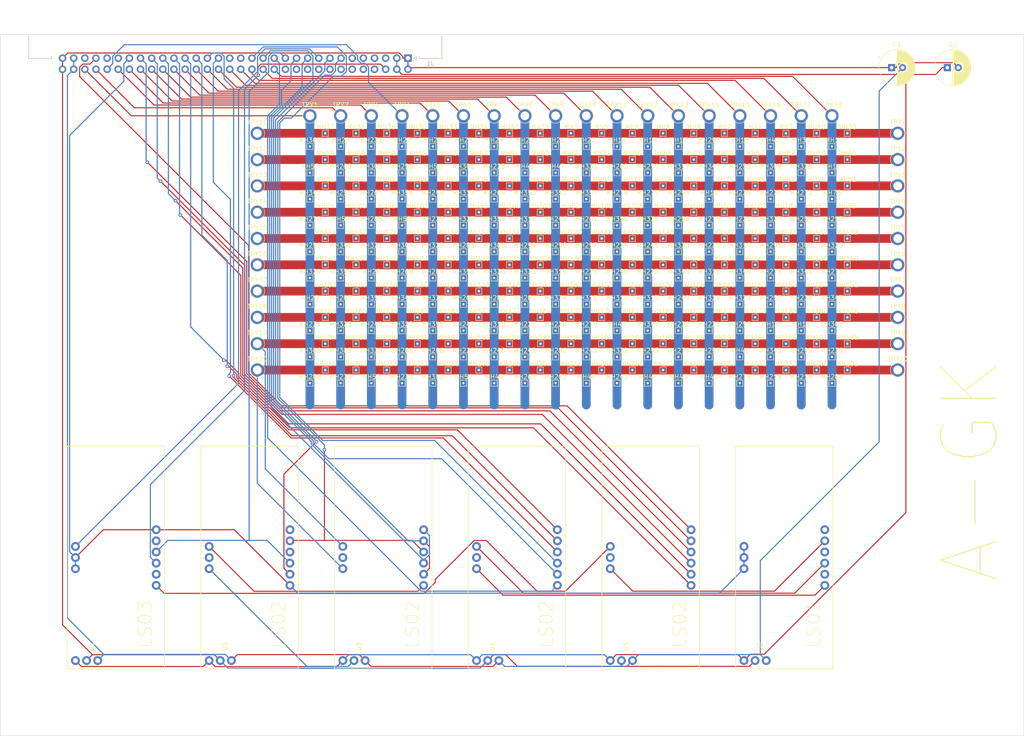
<source format=kicad_pcb>
(kicad_pcb (version 20171130) (host pcbnew "(5.0.0)")
  (layers (0 F.Cu signal) (31 B.Cu signal) (34 B.Paste user) (35 F.Paste user) (36 B.SilkS user) (37 F.SilkS user) (38 B.Mask user) (39 F.Mask user) (44 Edge.Cuts user))
  (net 0 "")
  (net 1 Neg6v)
  (net 2 GND)
  (net 3 6v)
  (net 4 II1m)
  (net 5 2)
  (net 6 4)
  (net 7 II3m)
  (net 8 II4m)
  (net 9 II5m)
  (net 10 II6m)
  (net 11 II7m)
  (net 12 II8m)
  (net 13 II9m)
  (net 14 II10m)
  (net 15 II11m)
  (net 16 II12m)
  (net 17 II13m)
  (net 18 II14m)
  (net 19 II15m)
  (net 20 II16m)
  (net 21 II17m)
  (net 22 II18m)
  (net 23 J3-')
  (net 24 J1')
  (net 25 IIS)
  (net 26 IIG-)
  (net 27 J2-')
  (net 28 J3')
  (net 29 J4-)
  (net 30 J5)
  (net 31 J6)
  (net 32 J7)
  (net 33 J8)
  (net 34 J9)
  (net 35 J10)
  (net 36 J11)
  (net 37 J12)
  (net 38 J13)
  (net 39 J14-)
  (net 40 J15-)
  (net 41 IIG)
  (net 42 J16-)
  (net 43 "Net-(U1-Pad1)")
  (net 44 "Net-(U2-Pad13)")
  (net 45 U3GND)
  (net 46 "Net-(U4-Pad13)")
  (net 47 "Net-(U4-Pad11)")
  (net 48 "Net-(U5-Pad11)")
  (net 49 II2m)
  (net 50 "Net-(MH10-Pad1)")
  (net 51 "Net-(MH12-Pad1)")
  (net 52 "Net-(MH74-Pad1)")
  (net 53 "Net-(MH100-Pad1)")
  (net 54 "Net-(MH110-Pad1)")
  (net 55 "Net-(MH128-Pad1)")
  (net 56 "Net-(MH146-Pad1)")
  (net 57 "Net-(MH164-Pad1)")
  (module ELLIOTT:LSA (layer F.Cu) (at 198.12 165.1 90)
    (fp_text reference U6 (at 0 0.5 90) (layer F.SilkS))
    (fp_text value LS01 (at 5.08 12.7 90) (layer F.SilkS) (effects (font (size 3 3))))
    (pad 13 thru_hole circle (at 22.86 -3.175 90) (size 2 2) (drill 1.1) (layers *.Cu *.Mask) (net 41 IIG))
    (pad 12 thru_hole circle (at 20.32 -3.175 90) (size 2 2) (drill 1.1) (layers *.Cu *.Mask) (net 41 IIG))
    (pad 11 thru_hole circle (at 17.78 -3.175 90) (size 2 2) (drill 1.1) (layers *.Cu *.Mask) (net 41 IIG))
    (pad 6 thru_hole circle (at 26.67 15.24 90) (size 2 2) (drill 1.1) (layers *.Cu *.Mask))
    (pad 5 thru_hole circle (at 24.13 15.24 90) (size 2 2) (drill 1.1) (layers *.Cu *.Mask) (net 48 "Net-(U5-Pad11)"))
    (pad 4 thru_hole circle (at 21.59 15.24 90) (size 2 2) (drill 1.1) (layers *.Cu *.Mask))
    (pad 3 thru_hole circle (at 19.05 15.24 90) (size 2 2) (drill 1.1) (layers *.Cu *.Mask) (net 46 "Net-(U4-Pad13)"))
    (pad 2 thru_hole circle (at 16.51 15.24 90) (size 2 2) (drill 1.1) (layers *.Cu *.Mask))
    (pad 1 thru_hole circle (at 13.97 15.24 90) (size 2 2) (drill 1.1) (layers *.Cu *.Mask) (net 47 "Net-(U4-Pad11)"))
    (pad 23 thru_hole circle (at -3.175 1.905 90) (size 2 2) (drill 1.1) (layers *.Cu *.Mask) (net 1 Neg6v))
    (pad 22 thru_hole circle (at -3.175 -0.635 90) (size 2 2) (drill 1.1) (layers *.Cu *.Mask) (net 2 GND))
    (pad 21 thru_hole circle (at -3.175 -3.175 90) (size 2 2) (drill 1.1) (layers *.Cu *.Mask) (net 3 6v))
  )
  (module ELLIOTT:LSA (layer F.Cu) (at 167.64 165.1 90)
    (fp_text reference U5 (at 0 0.5 90) (layer F.SilkS))
    (fp_text value LS02 (at 5.08 12.7 90) (layer F.SilkS) (effects (font (size 3 3))))
    (pad 13 thru_hole circle (at 22.86 -3.175 90) (size 2 2) (drill 1.1) (layers *.Cu *.Mask) (net 43 "Net-(U1-Pad1)"))
    (pad 12 thru_hole circle (at 20.32 -3.175 90) (size 2 2) (drill 1.1) (layers *.Cu *.Mask))
    (pad 11 thru_hole circle (at 17.78 -3.175 90) (size 2 2) (drill 1.1) (layers *.Cu *.Mask) (net 48 "Net-(U5-Pad11)"))
    (pad 6 thru_hole circle (at 26.67 15.24 90) (size 2 2) (drill 1.1) (layers *.Cu *.Mask) (net 42 J16-))
    (pad 5 thru_hole circle (at 24.13 15.24 90) (size 2 2) (drill 1.1) (layers *.Cu *.Mask) (net 40 J15-))
    (pad 4 thru_hole circle (at 21.59 15.24 90) (size 2 2) (drill 1.1) (layers *.Cu *.Mask) (net 39 J14-))
    (pad 3 thru_hole circle (at 19.05 15.24 90) (size 2 2) (drill 1.1) (layers *.Cu *.Mask) (net 38 J13))
    (pad 2 thru_hole circle (at 16.51 15.24 90) (size 2 2) (drill 1.1) (layers *.Cu *.Mask) (net 37 J12))
    (pad 1 thru_hole circle (at 13.97 15.24 90) (size 2 2) (drill 1.1) (layers *.Cu *.Mask) (net 36 J11))
    (pad 23 thru_hole circle (at -3.175 1.905 90) (size 2 2) (drill 1.1) (layers *.Cu *.Mask) (net 1 Neg6v))
    (pad 22 thru_hole circle (at -3.175 -0.635 90) (size 2 2) (drill 1.1) (layers *.Cu *.Mask) (net 2 GND))
    (pad 21 thru_hole circle (at -3.175 -3.175 90) (size 2 2) (drill 1.1) (layers *.Cu *.Mask) (net 3 6v))
  )
  (module ELLIOTT:LSA (layer F.Cu) (at 137.16 165.1 90)
    (fp_text reference U4 (at 0 0.5 90) (layer F.SilkS))
    (fp_text value LS02 (at 5.08 12.7 90) (layer F.SilkS) (effects (font (size 3 3))))
    (pad 13 thru_hole circle (at 22.86 -3.175 90) (size 2 2) (drill 1.1) (layers *.Cu *.Mask) (net 46 "Net-(U4-Pad13)"))
    (pad 12 thru_hole circle (at 20.32 -3.175 90) (size 2 2) (drill 1.1) (layers *.Cu *.Mask))
    (pad 11 thru_hole circle (at 17.78 -3.175 90) (size 2 2) (drill 1.1) (layers *.Cu *.Mask) (net 47 "Net-(U4-Pad11)"))
    (pad 6 thru_hole circle (at 26.67 15.24 90) (size 2 2) (drill 1.1) (layers *.Cu *.Mask) (net 35 J10))
    (pad 5 thru_hole circle (at 24.13 15.24 90) (size 2 2) (drill 1.1) (layers *.Cu *.Mask) (net 34 J9))
    (pad 4 thru_hole circle (at 21.59 15.24 90) (size 2 2) (drill 1.1) (layers *.Cu *.Mask) (net 33 J8))
    (pad 3 thru_hole circle (at 19.05 15.24 90) (size 2 2) (drill 1.1) (layers *.Cu *.Mask) (net 32 J7))
    (pad 2 thru_hole circle (at 16.51 15.24 90) (size 2 2) (drill 1.1) (layers *.Cu *.Mask) (net 31 J6))
    (pad 1 thru_hole circle (at 13.97 15.24 90) (size 2 2) (drill 1.1) (layers *.Cu *.Mask) (net 30 J5))
    (pad 23 thru_hole circle (at -3.175 1.905 90) (size 2 2) (drill 1.1) (layers *.Cu *.Mask) (net 1 Neg6v))
    (pad 22 thru_hole circle (at -3.175 -0.635 90) (size 2 2) (drill 1.1) (layers *.Cu *.Mask) (net 2 GND))
    (pad 21 thru_hole circle (at -3.175 -3.175 90) (size 2 2) (drill 1.1) (layers *.Cu *.Mask) (net 3 6v))
  )
  (module ELLIOTT:LSA (layer F.Cu) (at 45.72 165.1 90)
    (fp_text reference U1 (at 0 0.5 90) (layer F.SilkS))
    (fp_text value LS03 (at 5.08 12.7 90) (layer F.SilkS) (effects (font (size 3 3))))
    (pad 13 thru_hole circle (at 22.86 -3.175 90) (size 2 2) (drill 1.1) (layers *.Cu *.Mask) (net 26 IIG-))
    (pad 12 thru_hole circle (at 20.32 -3.175 90) (size 2 2) (drill 1.1) (layers *.Cu *.Mask) (net 41 IIG))
    (pad 11 thru_hole circle (at 17.78 -3.175 90) (size 2 2) (drill 1.1) (layers *.Cu *.Mask) (net 41 IIG))
    (pad 6 thru_hole circle (at 26.67 15.24 90) (size 2 2) (drill 1.1) (layers *.Cu *.Mask) (net 41 IIG))
    (pad 5 thru_hole circle (at 24.13 15.24 90) (size 2 2) (drill 1.1) (layers *.Cu *.Mask))
    (pad 4 thru_hole circle (at 21.59 15.24 90) (size 2 2) (drill 1.1) (layers *.Cu *.Mask) (net 29 J4-))
    (pad 3 thru_hole circle (at 19.05 15.24 90) (size 2 2) (drill 1.1) (layers *.Cu *.Mask) (net 23 J3-'))
    (pad 2 thru_hole circle (at 16.51 15.24 90) (size 2 2) (drill 1.1) (layers *.Cu *.Mask))
    (pad 1 thru_hole circle (at 13.97 15.24 90) (size 2 2) (drill 1.1) (layers *.Cu *.Mask) (net 43 "Net-(U1-Pad1)"))
    (pad 23 thru_hole circle (at -3.175 1.905 90) (size 2 2) (drill 1.1) (layers *.Cu *.Mask) (net 1 Neg6v))
    (pad 22 thru_hole circle (at -3.175 -0.635 90) (size 2 2) (drill 1.1) (layers *.Cu *.Mask) (net 2 GND))
    (pad 21 thru_hole circle (at -3.175 -3.175 90) (size 2 2) (drill 1.1) (layers *.Cu *.Mask) (net 3 6v))
  )
  (module ELLIOTT:LSA (layer F.Cu) (at 76.2 165.1 90)
    (fp_text reference U2 (at 0 0.5 90) (layer F.SilkS))
    (fp_text value LS02 (at 5.08 12.7 90) (layer F.SilkS) (effects (font (size 3 3))))
    (pad 13 thru_hole circle (at 22.86 -3.175 90) (size 2 2) (drill 1.1) (layers *.Cu *.Mask) (net 44 "Net-(U2-Pad13)"))
    (pad 12 thru_hole circle (at 20.32 -3.175 90) (size 2 2) (drill 1.1) (layers *.Cu *.Mask))
    (pad 11 thru_hole circle (at 17.78 -3.175 90) (size 2 2) (drill 1.1) (layers *.Cu *.Mask) (net 45 U3GND))
    (pad 6 thru_hole circle (at 26.67 15.24 90) (size 2 2) (drill 1.1) (layers *.Cu *.Mask))
    (pad 5 thru_hole circle (at 24.13 15.24 90) (size 2 2) (drill 1.1) (layers *.Cu *.Mask) (net 24 J1'))
    (pad 4 thru_hole circle (at 21.59 15.24 90) (size 2 2) (drill 1.1) (layers *.Cu *.Mask))
    (pad 3 thru_hole circle (at 19.05 15.24 90) (size 2 2) (drill 1.1) (layers *.Cu *.Mask) (net 29 J4-))
    (pad 2 thru_hole circle (at 16.51 15.24 90) (size 2 2) (drill 1.1) (layers *.Cu *.Mask) (net 25 IIS))
    (pad 1 thru_hole circle (at 13.97 15.24 90) (size 2 2) (drill 1.1) (layers *.Cu *.Mask) (net 41 IIG))
    (pad 23 thru_hole circle (at -3.175 1.905 90) (size 2 2) (drill 1.1) (layers *.Cu *.Mask) (net 1 Neg6v))
    (pad 22 thru_hole circle (at -3.175 -0.635 90) (size 2 2) (drill 1.1) (layers *.Cu *.Mask) (net 2 GND))
    (pad 21 thru_hole circle (at -3.175 -3.175 90) (size 2 2) (drill 1.1) (layers *.Cu *.Mask) (net 3 6v))
  )
  (module ELLIOTT:LSA (layer F.Cu) (at 106.68 165.1 90)
    (fp_text reference U3 (at 0 0.5 90) (layer F.SilkS))
    (fp_text value LS02 (at 5.08 12.7 90) (layer F.SilkS) (effects (font (size 3 3))))
    (pad 13 thru_hole circle (at 22.86 -3.175 90) (size 2 2) (drill 1.1) (layers *.Cu *.Mask) (net 6 4))
    (pad 12 thru_hole circle (at 20.32 -3.175 90) (size 2 2) (drill 1.1) (layers *.Cu *.Mask))
    (pad 11 thru_hole circle (at 17.78 -3.175 90) (size 2 2) (drill 1.1) (layers *.Cu *.Mask) (net 5 2))
    (pad 6 thru_hole circle (at 26.67 15.24 90) (size 2 2) (drill 1.1) (layers *.Cu *.Mask) (net 28 J3'))
    (pad 5 thru_hole circle (at 24.13 15.24 90) (size 2 2) (drill 1.1) (layers *.Cu *.Mask) (net 27 J2-'))
    (pad 4 thru_hole circle (at 21.59 15.24 90) (size 2 2) (drill 1.1) (layers *.Cu *.Mask) (net 24 J1'))
    (pad 3 thru_hole circle (at 19.05 15.24 90) (size 2 2) (drill 1.1) (layers *.Cu *.Mask) (net 28 J3'))
    (pad 2 thru_hole circle (at 16.51 15.24 90) (size 2 2) (drill 1.1) (layers *.Cu *.Mask) (net 27 J2-'))
    (pad 1 thru_hole circle (at 13.97 15.24 90) (size 2 2) (drill 1.1) (layers *.Cu *.Mask) (net 44 "Net-(U2-Pad13)"))
    (pad 23 thru_hole circle (at -3.175 1.905 90) (size 2 2) (drill 1.1) (layers *.Cu *.Mask) (net 1 Neg6v))
    (pad 22 thru_hole circle (at -3.175 -0.635 90) (size 2 2) (drill 1.1) (layers *.Cu *.Mask) (net 45 U3GND))
    (pad 21 thru_hole circle (at -3.175 -3.175 90) (size 2 2) (drill 1.1) (layers *.Cu *.Mask) (net 3 6v))
  )
  (module TestPoint:TestPoint_Plated_Hole_D2.0mm (layer F.Cu) (at 84 48)
    (fp_text reference TPY11 (at 0 -2.498) (layer F.SilkS))
    (fp_text value ~)
    (pad 1 thru_hole circle (at 0 0) (size 3 3) (drill 2) (layers *.Cu *.Mask) (net 50 "Net-(MH10-Pad1)"))
  )
  (module TestPoint:TestPoint_Plated_Hole_D2.0mm (layer F.Cu) (at 84 54)
    (fp_text reference TPY12 (at 0 -2.498) (layer F.SilkS))
    (fp_text value ~)
    (pad 1 thru_hole circle (at 0 0) (size 3 3) (drill 2) (layers *.Cu *.Mask) (net 51 "Net-(MH12-Pad1)"))
  )
  (module TestPoint:TestPoint_Plated_Hole_D2.0mm (layer F.Cu) (at 84 60)
    (fp_text reference TPY13 (at 0 -2.498) (layer F.SilkS))
    (fp_text value ~)
    (pad 1 thru_hole circle (at 0 0) (size 3 3) (drill 2) (layers *.Cu *.Mask) (net 52 "Net-(MH74-Pad1)"))
  )
  (module TestPoint:TestPoint_Plated_Hole_D2.0mm (layer F.Cu) (at 84 66)
    (fp_text reference TPY14 (at 0 -2.498) (layer F.SilkS))
    (fp_text value ~)
    (pad 1 thru_hole circle (at 0 0) (size 3 3) (drill 2) (layers *.Cu *.Mask) (net 53 "Net-(MH100-Pad1)"))
  )
  (module TestPoint:TestPoint_Plated_Hole_D2.0mm (layer F.Cu) (at 84 72)
    (fp_text reference TPY15 (at 0 -2.498) (layer F.SilkS))
    (fp_text value ~)
    (pad 1 thru_hole circle (at 0 0) (size 3 3) (drill 2) (layers *.Cu *.Mask) (net 54 "Net-(MH110-Pad1)"))
  )
  (module TestPoint:TestPoint_Plated_Hole_D2.0mm (layer F.Cu) (at 84 78)
    (fp_text reference TPY16 (at 0 -2.498) (layer F.SilkS))
    (fp_text value ~)
    (pad 1 thru_hole circle (at 0 0) (size 3 3) (drill 2) (layers *.Cu *.Mask) (net 55 "Net-(MH128-Pad1)"))
  )
  (module TestPoint:TestPoint_Plated_Hole_D2.0mm (layer F.Cu) (at 84 84)
    (fp_text reference TPY17 (at 0 -2.498) (layer F.SilkS))
    (fp_text value ~)
    (pad 1 thru_hole circle (at 0 0) (size 3 3) (drill 2) (layers *.Cu *.Mask) (net 56 "Net-(MH146-Pad1)"))
  )
  (module TestPoint:TestPoint_Plated_Hole_D2.0mm (layer F.Cu) (at 84 90)
    (fp_text reference TPY18 (at 0 -2.498) (layer F.SilkS))
    (fp_text value ~)
    (pad 1 thru_hole circle (at 0 0) (size 3 3) (drill 2) (layers *.Cu *.Mask) (net 57 "Net-(MH164-Pad1)"))
  )
  (module TestPoint:TestPoint_Plated_Hole_D2.0mm (layer F.Cu) (at 84 102)
    (fp_text reference TPY20 (at 0 -2.498) (layer F.SilkS))
    (fp_text value ~)
    (pad 1 thru_hole circle (at 0 0) (size 3 3) (drill 2) (layers *.Cu *.Mask) (net 5 2))
  )
  (module TestPoint:TestPoint_Plated_Hole_D2.0mm (layer F.Cu) (at 84 96)
    (fp_text reference TPY19 (at 0 -2.498) (layer F.SilkS))
    (fp_text value ~)
    (pad 1 thru_hole circle (at 0 0) (size 3 3) (drill 2) (layers *.Cu *.Mask) (net 6 4))
  )
  (module Capacitor_THT:CP_Radial_D8.0mm_P2.50mm (layer F.Cu) (at 228.6 33.02)
    (fp_text reference C1 (at 1.25 -5.25) (layer F.SilkS))
    (fp_text value 6u8)
    (pad 2 thru_hole circle (at 2.5 0) (size 1.6 1.6) (drill 0.8) (layers *.Cu *.Mask) (net 1 Neg6v))
    (pad 1 thru_hole rect (at 0 0) (size 1.6 1.6) (drill 0.8) (layers *.Cu *.Mask) (net 2 GND))
  )
  (module Capacitor_THT:CP_Radial_D8.0mm_P2.50mm (layer F.Cu) (at 241.3 33.02)
    (fp_text reference C2 (at 1.25 -5.25) (layer F.SilkS))
    (fp_text value 6u8)
    (pad 1 thru_hole rect (at 0 0) (size 1.6 1.6) (drill 0.8) (layers *.Cu *.Mask) (net 3 6v))
    (pad 2 thru_hole circle (at 2.5 0) (size 1.6 1.6) (drill 0.8) (layers *.Cu *.Mask) (net 2 GND))
  )
  (module ELLIOTT:DIN41612_B_2x32_Horizontal (layer B.Cu) (at 118.345 30.861 180)
    (fp_text reference J1 (at -5.08 -1.27 180) (layer B.SilkS) (effects (justify mirror)))
    (fp_text value J1)
    (pad 1 thru_hole rect (at 0 0 180) (size 1.7 1.7) (drill 1) (layers *.Cu *.Mask) (net 2 GND))
    (pad A thru_hole circle (at 0 -2.54 180) (size 1.7 1.7) (drill 1) (layers *.Cu *.Mask) (net 2 GND))
    (pad 2 thru_hole circle (at 2.54 0 180) (size 1.7 1.7) (drill 1) (layers *.Cu *.Mask) (net 3 6v))
    (pad B thru_hole circle (at 2.54 -2.54 180) (size 1.7 1.7) (drill 1) (layers *.Cu *.Mask) (net 3 6v))
    (pad 3 thru_hole circle (at 5.08 0 180) (size 1.7 1.7) (drill 1) (layers *.Cu *.Mask))
    (pad C thru_hole circle (at 5.08 -2.54 180) (size 1.7 1.7) (drill 1) (layers *.Cu *.Mask) (net 23 J3-'))
    (pad 4 thru_hole circle (at 7.62 0 180) (size 1.7 1.7) (drill 1) (layers *.Cu *.Mask))
    (pad D thru_hole circle (at 7.62 -2.54 180) (size 1.7 1.7) (drill 1) (layers *.Cu *.Mask))
    (pad 5 thru_hole circle (at 10.16 0 180) (size 1.7 1.7) (drill 1) (layers *.Cu *.Mask))
    (pad E thru_hole circle (at 10.16 -2.54 180) (size 1.7 1.7) (drill 1) (layers *.Cu *.Mask))
    (pad 6 thru_hole circle (at 12.7 0 180) (size 1.7 1.7) (drill 1) (layers *.Cu *.Mask))
    (pad F thru_hole circle (at 12.7 -2.54 180) (size 1.7 1.7) (drill 1) (layers *.Cu *.Mask))
    (pad 7 thru_hole circle (at 15.24 0 180) (size 1.7 1.7) (drill 1) (layers *.Cu *.Mask) (net 24 J1'))
    (pad H thru_hole circle (at 15.24 -2.54 180) (size 1.7 1.7) (drill 1) (layers *.Cu *.Mask))
    (pad 8 thru_hole circle (at 17.78 0 180) (size 1.7 1.7) (drill 1) (layers *.Cu *.Mask) (net 25 IIS))
    (pad J thru_hole circle (at 17.78 -2.54 180) (size 1.7 1.7) (drill 1) (layers *.Cu *.Mask))
    (pad 9 thru_hole circle (at 20.32 0 180) (size 1.7 1.7) (drill 1) (layers *.Cu *.Mask) (net 26 IIG-))
    (pad K thru_hole circle (at 20.32 -2.54 180) (size 1.7 1.7) (drill 1) (layers *.Cu *.Mask))
    (pad 10 thru_hole circle (at 22.86 0 180) (size 1.7 1.7) (drill 1) (layers *.Cu *.Mask) (net 27 J2-'))
    (pad L thru_hole circle (at 22.86 -2.54 180) (size 1.7 1.7) (drill 1) (layers *.Cu *.Mask))
    (pad 11 thru_hole circle (at 25.4 0 180) (size 1.7 1.7) (drill 1) (layers *.Cu *.Mask) (net 28 J3'))
    (pad M thru_hole circle (at 25.4 -2.54 180) (size 1.7 1.7) (drill 1) (layers *.Cu *.Mask))
    (pad 12 thru_hole circle (at 27.94 0 180) (size 1.7 1.7) (drill 1) (layers *.Cu *.Mask) (net 29 J4-))
    (pad N thru_hole circle (at 27.94 -2.54 180) (size 1.7 1.7) (drill 1) (layers *.Cu *.Mask))
    (pad 13 thru_hole circle (at 30.48 0 180) (size 1.7 1.7) (drill 1) (layers *.Cu *.Mask) (net 30 J5))
    (pad P thru_hole circle (at 30.48 -2.54 180) (size 1.7 1.7) (drill 1) (layers *.Cu *.Mask) (net 4 II1m))
    (pad 14 thru_hole circle (at 33.02 0 180) (size 1.7 1.7) (drill 1) (layers *.Cu *.Mask) (net 31 J6))
    (pad R thru_hole circle (at 33.02 -2.54 180) (size 1.7 1.7) (drill 1) (layers *.Cu *.Mask) (net 49 II2m))
    (pad 15 thru_hole circle (at 35.56 0 180) (size 1.7 1.7) (drill 1) (layers *.Cu *.Mask) (net 32 J7))
    (pad S thru_hole circle (at 35.56 -2.54 180) (size 1.7 1.7) (drill 1) (layers *.Cu *.Mask) (net 7 II3m))
    (pad 16 thru_hole circle (at 38.1 0 180) (size 1.7 1.7) (drill 1) (layers *.Cu *.Mask))
    (pad T thru_hole circle (at 38.1 -2.54 180) (size 1.7 1.7) (drill 1) (layers *.Cu *.Mask) (net 8 II4m))
    (pad 17 thru_hole circle (at 40.64 0 180) (size 1.7 1.7) (drill 1) (layers *.Cu *.Mask))
    (pad U thru_hole circle (at 40.64 -2.54 180) (size 1.7 1.7) (drill 1) (layers *.Cu *.Mask) (net 9 II5m))
    (pad 18 thru_hole circle (at 43.18 0 180) (size 1.7 1.7) (drill 1) (layers *.Cu *.Mask) (net 33 J8))
    (pad V thru_hole circle (at 43.18 -2.54 180) (size 1.7 1.7) (drill 1) (layers *.Cu *.Mask) (net 10 II6m))
    (pad 19 thru_hole circle (at 45.72 0 180) (size 1.7 1.7) (drill 1) (layers *.Cu *.Mask) (net 34 J9))
    (pad W thru_hole circle (at 45.72 -2.54 180) (size 1.7 1.7) (drill 1) (layers *.Cu *.Mask) (net 11 II7m))
    (pad 20 thru_hole circle (at 48.26 0 180) (size 1.7 1.7) (drill 1) (layers *.Cu *.Mask) (net 35 J10))
    (pad X thru_hole circle (at 48.26 -2.54 180) (size 1.7 1.7) (drill 1) (layers *.Cu *.Mask) (net 12 II8m))
    (pad 21 thru_hole circle (at 50.8 0 180) (size 1.7 1.7) (drill 1) (layers *.Cu *.Mask) (net 36 J11))
    (pad Y thru_hole circle (at 50.8 -2.54 180) (size 1.7 1.7) (drill 1) (layers *.Cu *.Mask) (net 13 II9m))
    (pad 22 thru_hole circle (at 53.34 0 180) (size 1.7 1.7) (drill 1) (layers *.Cu *.Mask) (net 37 J12))
    (pad Z thru_hole circle (at 53.34 -2.54 180) (size 1.7 1.7) (drill 1) (layers *.Cu *.Mask) (net 14 II10m))
    (pad 23 thru_hole circle (at 55.88 0 180) (size 1.7 1.7) (drill 1) (layers *.Cu *.Mask) (net 38 J13))
    (pad AA thru_hole circle (at 55.88 -2.54 180) (size 1.7 1.7) (drill 1) (layers *.Cu *.Mask) (net 15 II11m))
    (pad 24 thru_hole circle (at 58.42 0 180) (size 1.7 1.7) (drill 1) (layers *.Cu *.Mask) (net 39 J14-))
    (pad AB thru_hole circle (at 58.42 -2.54 180) (size 1.7 1.7) (drill 1) (layers *.Cu *.Mask) (net 16 II12m))
    (pad 25 thru_hole circle (at 60.96 0 180) (size 1.7 1.7) (drill 1) (layers *.Cu *.Mask) (net 40 J15-))
    (pad AC thru_hole circle (at 60.96 -2.54 180) (size 1.7 1.7) (drill 1) (layers *.Cu *.Mask) (net 17 II13m))
    (pad 26 thru_hole circle (at 63.5 0 180) (size 1.7 1.7) (drill 1) (layers *.Cu *.Mask) (net 41 IIG))
    (pad AD thru_hole circle (at 63.5 -2.54 180) (size 1.7 1.7) (drill 1) (layers *.Cu *.Mask) (net 18 II14m))
    (pad 27 thru_hole circle (at 66.04 0 180) (size 1.7 1.7) (drill 1) (layers *.Cu *.Mask))
    (pad AE thru_hole circle (at 66.04 -2.54 180) (size 1.7 1.7) (drill 1) (layers *.Cu *.Mask) (net 19 II15m))
    (pad 28 thru_hole circle (at 68.58 0 180) (size 1.7 1.7) (drill 1) (layers *.Cu *.Mask))
    (pad AF thru_hole circle (at 68.58 -2.54 180) (size 1.7 1.7) (drill 1) (layers *.Cu *.Mask) (net 20 II16m))
    (pad 29 thru_hole circle (at 71.12 0 180) (size 1.7 1.7) (drill 1) (layers *.Cu *.Mask) (net 42 J16-))
    (pad AH thru_hole circle (at 71.12 -2.54 180) (size 1.7 1.7) (drill 1) (layers *.Cu *.Mask) (net 21 II17m))
    (pad 30 thru_hole circle (at 73.66 0 180) (size 1.7 1.7) (drill 1) (layers *.Cu *.Mask))
    (pad AJ thru_hole circle (at 73.66 -2.54 180) (size 1.7 1.7) (drill 1) (layers *.Cu *.Mask) (net 22 II18m))
    (pad 31 thru_hole circle (at 76.2 0 180) (size 1.7 1.7) (drill 1) (layers *.Cu *.Mask) (net 1 Neg6v))
    (pad AK thru_hole circle (at 76.2 -2.54 180) (size 1.7 1.7) (drill 1) (layers *.Cu *.Mask) (net 1 Neg6v))
    (pad 32 thru_hole circle (at 78.74 0 180) (size 1.7 1.7) (drill 1) (layers *.Cu *.Mask) (net 2 GND))
    (pad AL thru_hole circle (at 78.74 -2.54 180) (size 1.7 1.7) (drill 1) (layers *.Cu *.Mask) (net 2 GND))
    (pad "" np_thru_hole circle (at -5.08 2.54 180) (size 2.8 2.8) (drill 2.8) (layers *.Cu *.Mask))
    (pad "" np_thru_hole circle (at 83.82 2.54 180) (size 2.8 2.8) (drill 2.8) (layers *.Cu *.Mask))
  )
  (module TestPoint:TestPoint_Plated_Hole_D2.0mm (layer F.Cu) (at 96 44)
    (fp_text reference TPX1 (at 0 -2.498) (layer F.SilkS))
    (fp_text value ~)
    (pad 1 thru_hole circle (at 0 0) (size 3 3) (drill 2) (layers *.Cu *.Mask) (net 22 II18m))
  )
  (module TestPoint:TestPoint_Plated_Hole_D2.0mm (layer F.Cu) (at 103 44)
    (fp_text reference TPX2 (at 0 -2.498) (layer F.SilkS))
    (fp_text value ~)
    (pad 1 thru_hole circle (at 0 0) (size 3 3) (drill 2) (layers *.Cu *.Mask) (net 21 II17m))
  )
  (module TestPoint:TestPoint_Plated_Hole_D2.0mm (layer F.Cu) (at 117 44)
    (fp_text reference TPX3 (at 0 -2.498) (layer F.SilkS))
    (fp_text value ~)
    (pad 1 thru_hole circle (at 0 0) (size 3 3) (drill 2) (layers *.Cu *.Mask) (net 20 II16m))
  )
  (module TestPoint:TestPoint_Plated_Hole_D2.0mm (layer F.Cu) (at 110 44)
    (fp_text reference TPX4 (at 0 -2.498) (layer F.SilkS))
    (fp_text value ~)
    (pad 1 thru_hole circle (at 0 0) (size 3 3) (drill 2) (layers *.Cu *.Mask) (net 19 II15m))
  )
  (module TestPoint:TestPoint_Plated_Hole_D2.0mm (layer F.Cu) (at 124 44)
    (fp_text reference TPX5 (at 0 -2.498) (layer F.SilkS))
    (fp_text value ~)
    (pad 1 thru_hole circle (at 0 0) (size 3 3) (drill 2) (layers *.Cu *.Mask) (net 18 II14m))
  )
  (module TestPoint:TestPoint_Plated_Hole_D2.0mm (layer F.Cu) (at 131 44)
    (fp_text reference TPX6 (at 0 -2.498) (layer F.SilkS))
    (fp_text value ~)
    (pad 1 thru_hole circle (at 0 0) (size 3 3) (drill 2) (layers *.Cu *.Mask) (net 17 II13m))
  )
  (module TestPoint:TestPoint_Plated_Hole_D2.0mm (layer F.Cu) (at 138 44)
    (fp_text reference TPX7 (at 0 -2.498) (layer F.SilkS))
    (fp_text value ~)
    (pad 1 thru_hole circle (at 0 0) (size 3 3) (drill 2) (layers *.Cu *.Mask) (net 16 II12m))
  )
  (module TestPoint:TestPoint_Plated_Hole_D2.0mm (layer F.Cu) (at 145 44)
    (fp_text reference TPX8 (at 0 -2.498) (layer F.SilkS))
    (fp_text value ~)
    (pad 1 thru_hole circle (at 0 0) (size 3 3) (drill 2) (layers *.Cu *.Mask) (net 15 II11m))
  )
  (module TestPoint:TestPoint_Plated_Hole_D2.0mm (layer F.Cu) (at 152 44)
    (fp_text reference TPX9 (at 0 -2.498) (layer F.SilkS))
    (fp_text value ~)
    (pad 1 thru_hole circle (at 0 0) (size 3 3) (drill 2) (layers *.Cu *.Mask) (net 14 II10m))
  )
  (module TestPoint:TestPoint_Plated_Hole_D2.0mm (layer F.Cu) (at 159 44)
    (fp_text reference TPX10 (at 0 -2.498) (layer F.SilkS))
    (fp_text value ~)
    (pad 1 thru_hole circle (at 0 0) (size 3 3) (drill 2) (layers *.Cu *.Mask) (net 13 II9m))
  )
  (module TestPoint:TestPoint_Plated_Hole_D2.0mm (layer F.Cu) (at 166 44)
    (fp_text reference TPX11 (at 0 -2.498) (layer F.SilkS))
    (fp_text value ~)
    (pad 1 thru_hole circle (at 0 0) (size 3 3) (drill 2) (layers *.Cu *.Mask) (net 12 II8m))
  )
  (module TestPoint:TestPoint_Plated_Hole_D2.0mm (layer F.Cu) (at 173 44)
    (fp_text reference TPX12 (at 0 -2.498) (layer F.SilkS))
    (fp_text value ~)
    (pad 1 thru_hole circle (at 0 0) (size 3 3) (drill 2) (layers *.Cu *.Mask) (net 11 II7m))
  )
  (module TestPoint:TestPoint_Plated_Hole_D2.0mm (layer F.Cu) (at 180 44)
    (fp_text reference TPX13 (at 0 -2.498) (layer F.SilkS))
    (fp_text value ~)
    (pad 1 thru_hole circle (at 0 0) (size 3 3) (drill 2) (layers *.Cu *.Mask) (net 10 II6m))
  )
  (module TestPoint:TestPoint_Plated_Hole_D2.0mm (layer F.Cu) (at 187 44)
    (fp_text reference TPX14 (at 0 -2.498) (layer F.SilkS))
    (fp_text value ~)
    (pad 1 thru_hole circle (at 0 0) (size 3 3) (drill 2) (layers *.Cu *.Mask) (net 9 II5m))
  )
  (module TestPoint:TestPoint_Plated_Hole_D2.0mm (layer F.Cu) (at 194 44)
    (fp_text reference TPX15 (at 0 -2.498) (layer F.SilkS))
    (fp_text value ~)
    (pad 1 thru_hole circle (at 0 0) (size 3 3) (drill 2) (layers *.Cu *.Mask) (net 8 II4m))
  )
  (module TestPoint:TestPoint_Plated_Hole_D2.0mm (layer F.Cu) (at 201 44)
    (fp_text reference TPX16 (at 0 -2.498) (layer F.SilkS))
    (fp_text value ~)
    (pad 1 thru_hole circle (at 0 0) (size 3 3) (drill 2) (layers *.Cu *.Mask) (net 7 II3m))
  )
  (module TestPoint:TestPoint_Plated_Hole_D2.0mm (layer F.Cu) (at 208 44)
    (fp_text reference TPX17 (at 0 -2.498) (layer F.SilkS))
    (fp_text value ~)
    (pad 1 thru_hole circle (at 0 0) (size 3 3) (drill 2) (layers *.Cu *.Mask) (net 49 II2m))
  )
  (module TestPoint:TestPoint_Plated_Hole_D2.0mm (layer F.Cu) (at 215 44)
    (fp_text reference TPX18 (at 0 -2.498) (layer F.SilkS))
    (fp_text value ~)
    (pad 1 thru_hole circle (at 0 0) (size 3 3) (drill 2) (layers *.Cu *.Mask) (net 4 II1m))
  )
  (module TestPoint:TestPoint_Plated_Hole_D2.0mm (layer F.Cu) (at 230 48)
    (fp_text reference TPY1 (at 0 -2.498) (layer F.SilkS))
    (fp_text value ~)
    (pad 1 thru_hole circle (at 0 0) (size 3 3) (drill 2) (layers *.Cu *.Mask) (net 50 "Net-(MH10-Pad1)"))
  )
  (module TestPoint:TestPoint_Plated_Hole_D2.0mm (layer F.Cu) (at 230 54)
    (fp_text reference TPY2 (at 0 -2.498) (layer F.SilkS))
    (fp_text value ~)
    (pad 1 thru_hole circle (at 0 0) (size 3 3) (drill 2) (layers *.Cu *.Mask) (net 51 "Net-(MH12-Pad1)"))
  )
  (module TestPoint:TestPoint_Plated_Hole_D2.0mm (layer F.Cu) (at 230 60)
    (fp_text reference TPY3 (at 0 -2.498) (layer F.SilkS))
    (fp_text value ~)
    (pad 1 thru_hole circle (at 0 0) (size 3 3) (drill 2) (layers *.Cu *.Mask) (net 52 "Net-(MH74-Pad1)"))
  )
  (module TestPoint:TestPoint_Plated_Hole_D2.0mm (layer F.Cu) (at 230 66)
    (fp_text reference TPY4 (at 0 -2.498) (layer F.SilkS))
    (fp_text value ~)
    (pad 1 thru_hole circle (at 0 0) (size 3 3) (drill 2) (layers *.Cu *.Mask) (net 53 "Net-(MH100-Pad1)"))
  )
  (module TestPoint:TestPoint_Plated_Hole_D2.0mm (layer F.Cu) (at 230 72)
    (fp_text reference TPY5 (at 0 -2.498) (layer F.SilkS))
    (fp_text value ~)
    (pad 1 thru_hole circle (at 0 0) (size 3 3) (drill 2) (layers *.Cu *.Mask) (net 54 "Net-(MH110-Pad1)"))
  )
  (module TestPoint:TestPoint_Plated_Hole_D2.0mm (layer F.Cu) (at 230 78)
    (fp_text reference TPY6 (at 0 -2.498) (layer F.SilkS))
    (fp_text value ~)
    (pad 1 thru_hole circle (at 0 0) (size 3 3) (drill 2) (layers *.Cu *.Mask) (net 55 "Net-(MH128-Pad1)"))
  )
  (module TestPoint:TestPoint_Plated_Hole_D2.0mm (layer F.Cu) (at 230 84)
    (fp_text reference TPY7 (at 0 -2.498) (layer F.SilkS))
    (fp_text value ~)
    (pad 1 thru_hole circle (at 0 0) (size 3 3) (drill 2) (layers *.Cu *.Mask) (net 56 "Net-(MH146-Pad1)"))
  )
  (module TestPoint:TestPoint_Plated_Hole_D2.0mm (layer F.Cu) (at 230 90)
    (fp_text reference TPY8 (at 0 -2.498) (layer F.SilkS))
    (fp_text value ~)
    (pad 1 thru_hole circle (at 0 0) (size 3 3) (drill 2) (layers *.Cu *.Mask) (net 57 "Net-(MH164-Pad1)"))
  )
  (module TestPoint:TestPoint_Plated_Hole_D2.0mm (layer F.Cu) (at 230 96)
    (fp_text reference TPY9 (at 0 -2.498) (layer F.SilkS))
    (fp_text value ~)
    (pad 1 thru_hole circle (at 0 0) (size 3 3) (drill 2) (layers *.Cu *.Mask) (net 6 4))
  )
  (module TestPoint:TestPoint_Plated_Hole_D2.0mm (layer F.Cu) (at 230 102)
    (fp_text reference TPY10 (at 0 -2.498) (layer F.SilkS))
    (fp_text value ~)
    (pad 1 thru_hole circle (at 0 0) (size 3 3) (drill 2) (layers *.Cu *.Mask) (net 5 2))
  )
  (module TestPoint:TestPoint_THTPad_1.0x1.0mm_Drill0.5mm (layer F.Cu) (at 215 51)
    (fp_text reference MH1 (at 0 -1.448) (layer F.SilkS))
    (fp_text value ~)
    (pad 1 thru_hole rect (at 0 0) (size 1 1) (drill 0.5) (layers *.Cu *.Mask) (net 4 II1m))
  )
  (module TestPoint:TestPoint_THTPad_1.0x1.0mm_Drill0.5mm (layer F.Cu) (at 190.5 48)
    (fp_text reference MH2 (at 0 -1.448) (layer F.SilkS))
    (fp_text value ~)
    (pad 1 thru_hole rect (at 0 0) (size 1 1) (drill 0.5) (layers *.Cu *.Mask) (net 50 "Net-(MH10-Pad1)"))
  )
  (module TestPoint:TestPoint_THTPad_1.0x1.0mm_Drill0.5mm (layer F.Cu) (at 155.5 48)
    (fp_text reference MH3 (at 0 -1.448) (layer F.SilkS))
    (fp_text value ~)
    (pad 1 thru_hole rect (at 0 0) (size 1 1) (drill 0.5) (layers *.Cu *.Mask) (net 50 "Net-(MH10-Pad1)"))
  )
  (module TestPoint:TestPoint_THTPad_1.0x1.0mm_Drill0.5mm (layer F.Cu) (at 197.5 48)
    (fp_text reference MH4 (at 0 -1.448) (layer F.SilkS))
    (fp_text value ~)
    (pad 1 thru_hole rect (at 0 0) (size 1 1) (drill 0.5) (layers *.Cu *.Mask) (net 50 "Net-(MH10-Pad1)"))
  )
  (module TestPoint:TestPoint_THTPad_1.0x1.0mm_Drill0.5mm (layer F.Cu) (at 162.5 48)
    (fp_text reference MH5 (at 0 -1.448) (layer F.SilkS))
    (fp_text value ~)
    (pad 1 thru_hole rect (at 0 0) (size 1 1) (drill 0.5) (layers *.Cu *.Mask) (net 50 "Net-(MH10-Pad1)"))
  )
  (module TestPoint:TestPoint_THTPad_1.0x1.0mm_Drill0.5mm (layer F.Cu) (at 169.5 48)
    (fp_text reference MH6 (at 0 -1.448) (layer F.SilkS))
    (fp_text value ~)
    (pad 1 thru_hole rect (at 0 0) (size 1 1) (drill 0.5) (layers *.Cu *.Mask) (net 50 "Net-(MH10-Pad1)"))
  )
  (module TestPoint:TestPoint_THTPad_1.0x1.0mm_Drill0.5mm (layer F.Cu) (at 204.5 48)
    (fp_text reference MH7 (at 0 -1.448) (layer F.SilkS))
    (fp_text value ~)
    (pad 1 thru_hole rect (at 0 0) (size 1 1) (drill 0.5) (layers *.Cu *.Mask) (net 50 "Net-(MH10-Pad1)"))
  )
  (module TestPoint:TestPoint_THTPad_1.0x1.0mm_Drill0.5mm (layer F.Cu) (at 176.5 48)
    (fp_text reference MH8 (at 0 -1.448) (layer F.SilkS))
    (fp_text value ~)
    (pad 1 thru_hole rect (at 0 0) (size 1 1) (drill 0.5) (layers *.Cu *.Mask) (net 50 "Net-(MH10-Pad1)"))
  )
  (module TestPoint:TestPoint_THTPad_1.0x1.0mm_Drill0.5mm (layer F.Cu) (at 183.5 48)
    (fp_text reference MH9 (at 0 -1.448) (layer F.SilkS))
    (fp_text value ~)
    (pad 1 thru_hole rect (at 0 0) (size 1 1) (drill 0.5) (layers *.Cu *.Mask) (net 50 "Net-(MH10-Pad1)"))
  )
  (module TestPoint:TestPoint_THTPad_1.0x1.0mm_Drill0.5mm (layer F.Cu) (at 211.5 48)
    (fp_text reference MH10 (at 0 -1.448) (layer F.SilkS))
    (fp_text value ~)
    (pad 1 thru_hole rect (at 0 0) (size 1 1) (drill 0.5) (layers *.Cu *.Mask) (net 50 "Net-(MH10-Pad1)"))
  )
  (module TestPoint:TestPoint_THTPad_1.0x1.0mm_Drill0.5mm (layer F.Cu) (at 215 57)
    (fp_text reference MH11 (at 0 -1.448) (layer F.SilkS))
    (fp_text value ~)
    (pad 1 thru_hole rect (at 0 0) (size 1 1) (drill 0.5) (layers *.Cu *.Mask) (net 4 II1m))
  )
  (module TestPoint:TestPoint_THTPad_1.0x1.0mm_Drill0.5mm (layer F.Cu) (at 211.5 54)
    (fp_text reference MH12 (at 0 -1.448) (layer F.SilkS))
    (fp_text value ~)
    (pad 1 thru_hole rect (at 0 0) (size 1 1) (drill 0.5) (layers *.Cu *.Mask) (net 51 "Net-(MH12-Pad1)"))
  )
  (module TestPoint:TestPoint_THTPad_1.0x1.0mm_Drill0.5mm (layer F.Cu) (at 208 93)
    (fp_text reference MH13 (at 0 -1.448) (layer F.SilkS))
    (fp_text value ~)
    (pad 1 thru_hole rect (at 0 0) (size 1 1) (drill 0.5) (layers *.Cu *.Mask) (net 49 II2m))
  )
  (module TestPoint:TestPoint_THTPad_1.0x1.0mm_Drill0.5mm (layer F.Cu) (at 201 93)
    (fp_text reference MH14 (at 0 -1.448) (layer F.SilkS))
    (fp_text value ~)
    (pad 1 thru_hole rect (at 0 0) (size 1 1) (drill 0.5) (layers *.Cu *.Mask) (net 7 II3m))
  )
  (module TestPoint:TestPoint_THTPad_1.0x1.0mm_Drill0.5mm (layer F.Cu) (at 194 51)
    (fp_text reference MH15 (at 0 -1.448) (layer F.SilkS))
    (fp_text value ~)
    (pad 1 thru_hole rect (at 0 0) (size 1 1) (drill 0.5) (layers *.Cu *.Mask) (net 8 II4m))
  )
  (module TestPoint:TestPoint_THTPad_1.0x1.0mm_Drill0.5mm (layer F.Cu) (at 187 63)
    (fp_text reference MH16 (at 0 -1.448) (layer F.SilkS))
    (fp_text value ~)
    (pad 1 thru_hole rect (at 0 0) (size 1 1) (drill 0.5) (layers *.Cu *.Mask) (net 9 II5m))
  )
  (module TestPoint:TestPoint_THTPad_1.0x1.0mm_Drill0.5mm (layer F.Cu) (at 180 51)
    (fp_text reference MH17 (at 0 -1.448) (layer F.SilkS))
    (fp_text value ~)
    (pad 1 thru_hole rect (at 0 0) (size 1 1) (drill 0.5) (layers *.Cu *.Mask) (net 10 II6m))
  )
  (module TestPoint:TestPoint_THTPad_1.0x1.0mm_Drill0.5mm (layer F.Cu) (at 173 51)
    (fp_text reference MH18 (at 0 -1.448) (layer F.SilkS))
    (fp_text value ~)
    (pad 1 thru_hole rect (at 0 0) (size 1 1) (drill 0.5) (layers *.Cu *.Mask) (net 11 II7m))
  )
  (module TestPoint:TestPoint_THTPad_1.0x1.0mm_Drill0.5mm (layer F.Cu) (at 166 51)
    (fp_text reference MH19 (at 0 -1.448) (layer F.SilkS))
    (fp_text value ~)
    (pad 1 thru_hole rect (at 0 0) (size 1 1) (drill 0.5) (layers *.Cu *.Mask) (net 12 II8m))
  )
  (module TestPoint:TestPoint_THTPad_1.0x1.0mm_Drill0.5mm (layer F.Cu) (at 159 51)
    (fp_text reference MH20 (at 0 -1.448) (layer F.SilkS))
    (fp_text value ~)
    (pad 1 thru_hole rect (at 0 0) (size 1 1) (drill 0.5) (layers *.Cu *.Mask) (net 13 II9m))
  )
  (module TestPoint:TestPoint_THTPad_1.0x1.0mm_Drill0.5mm (layer F.Cu) (at 152 51)
    (fp_text reference MH21 (at 0 -1.448) (layer F.SilkS))
    (fp_text value ~)
    (pad 1 thru_hole rect (at 0 0) (size 1 1) (drill 0.5) (layers *.Cu *.Mask) (net 14 II10m))
  )
  (module TestPoint:TestPoint_THTPad_1.0x1.0mm_Drill0.5mm (layer F.Cu) (at 145 51)
    (fp_text reference MH22 (at 0 -1.448) (layer F.SilkS))
    (fp_text value ~)
    (pad 1 thru_hole rect (at 0 0) (size 1 1) (drill 0.5) (layers *.Cu *.Mask) (net 15 II11m))
  )
  (module TestPoint:TestPoint_THTPad_1.0x1.0mm_Drill0.5mm (layer F.Cu) (at 138 51)
    (fp_text reference MH23 (at 0 -1.448) (layer F.SilkS))
    (fp_text value ~)
    (pad 1 thru_hole rect (at 0 0) (size 1 1) (drill 0.5) (layers *.Cu *.Mask) (net 16 II12m))
  )
  (module TestPoint:TestPoint_THTPad_1.0x1.0mm_Drill0.5mm (layer F.Cu) (at 131 51)
    (fp_text reference MH24 (at 0 -1.448) (layer F.SilkS))
    (fp_text value ~)
    (pad 1 thru_hole rect (at 0 0) (size 1 1) (drill 0.5) (layers *.Cu *.Mask) (net 17 II13m))
  )
  (module TestPoint:TestPoint_THTPad_1.0x1.0mm_Drill0.5mm (layer F.Cu) (at 124 51)
    (fp_text reference MH25 (at 0 -1.448) (layer F.SilkS))
    (fp_text value ~)
    (pad 1 thru_hole rect (at 0 0) (size 1 1) (drill 0.5) (layers *.Cu *.Mask) (net 18 II14m))
  )
  (module TestPoint:TestPoint_THTPad_1.0x1.0mm_Drill0.5mm (layer F.Cu) (at 110 81)
    (fp_text reference MH26 (at 0 -1.448) (layer F.SilkS))
    (fp_text value ~)
    (pad 1 thru_hole rect (at 0 0) (size 1 1) (drill 0.5) (layers *.Cu *.Mask) (net 19 II15m))
  )
  (module TestPoint:TestPoint_THTPad_1.0x1.0mm_Drill0.5mm (layer F.Cu) (at 117 51)
    (fp_text reference MH27 (at 0 -1.448) (layer F.SilkS))
    (fp_text value ~)
    (pad 1 thru_hole rect (at 0 0) (size 1 1) (drill 0.5) (layers *.Cu *.Mask) (net 20 II16m))
  )
  (module TestPoint:TestPoint_THTPad_1.0x1.0mm_Drill0.5mm (layer F.Cu) (at 103 51)
    (fp_text reference MH28 (at 0 -1.448) (layer F.SilkS))
    (fp_text value ~)
    (pad 1 thru_hole rect (at 0 0) (size 1 1) (drill 0.5) (layers *.Cu *.Mask) (net 21 II17m))
  )
  (module TestPoint:TestPoint_THTPad_1.0x1.0mm_Drill0.5mm (layer F.Cu) (at 96 87)
    (fp_text reference MH29 (at 0 -1.448) (layer F.SilkS))
    (fp_text value ~)
    (pad 1 thru_hole rect (at 0 0) (size 1 1) (drill 0.5) (layers *.Cu *.Mask) (net 22 II18m))
  )
  (module TestPoint:TestPoint_THTPad_1.0x1.0mm_Drill0.5mm (layer F.Cu) (at 218.5 48)
    (fp_text reference MH30 (at 0 -1.448) (layer F.SilkS))
    (fp_text value ~)
    (pad 1 thru_hole rect (at 0 0) (size 1 1) (drill 0.5) (layers *.Cu *.Mask) (net 50 "Net-(MH10-Pad1)"))
  )
  (module TestPoint:TestPoint_THTPad_1.0x1.0mm_Drill0.5mm (layer F.Cu) (at 106.5 48)
    (fp_text reference MH31 (at 0 -1.448) (layer F.SilkS))
    (fp_text value ~)
    (pad 1 thru_hole rect (at 0 0) (size 1 1) (drill 0.5) (layers *.Cu *.Mask) (net 50 "Net-(MH10-Pad1)"))
  )
  (module TestPoint:TestPoint_THTPad_1.0x1.0mm_Drill0.5mm (layer F.Cu) (at 141.5 48)
    (fp_text reference MH32 (at 0 -1.448) (layer F.SilkS))
    (fp_text value ~)
    (pad 1 thru_hole rect (at 0 0) (size 1 1) (drill 0.5) (layers *.Cu *.Mask) (net 50 "Net-(MH10-Pad1)"))
  )
  (module TestPoint:TestPoint_THTPad_1.0x1.0mm_Drill0.5mm (layer F.Cu) (at 127.5 48)
    (fp_text reference MH33 (at 0 -1.448) (layer F.SilkS))
    (fp_text value ~)
    (pad 1 thru_hole rect (at 0 0) (size 1 1) (drill 0.5) (layers *.Cu *.Mask) (net 50 "Net-(MH10-Pad1)"))
  )
  (module TestPoint:TestPoint_THTPad_1.0x1.0mm_Drill0.5mm (layer F.Cu) (at 148.5 48)
    (fp_text reference MH34 (at 0 -1.448) (layer F.SilkS))
    (fp_text value ~)
    (pad 1 thru_hole rect (at 0 0) (size 1 1) (drill 0.5) (layers *.Cu *.Mask) (net 50 "Net-(MH10-Pad1)"))
  )
  (module TestPoint:TestPoint_THTPad_1.0x1.0mm_Drill0.5mm (layer F.Cu) (at 120.5 48)
    (fp_text reference MH35 (at 0 -1.448) (layer F.SilkS))
    (fp_text value ~)
    (pad 1 thru_hole rect (at 0 0) (size 1 1) (drill 0.5) (layers *.Cu *.Mask) (net 50 "Net-(MH10-Pad1)"))
  )
  (module TestPoint:TestPoint_THTPad_1.0x1.0mm_Drill0.5mm (layer F.Cu) (at 134.5 48)
    (fp_text reference MH36 (at 0 -1.448) (layer F.SilkS))
    (fp_text value ~)
    (pad 1 thru_hole rect (at 0 0) (size 1 1) (drill 0.5) (layers *.Cu *.Mask) (net 50 "Net-(MH10-Pad1)"))
  )
  (module TestPoint:TestPoint_THTPad_1.0x1.0mm_Drill0.5mm (layer F.Cu) (at 99.5 48)
    (fp_text reference MH37 (at 0 -1.448) (layer F.SilkS))
    (fp_text value ~)
    (pad 1 thru_hole rect (at 0 0) (size 1 1) (drill 0.5) (layers *.Cu *.Mask) (net 50 "Net-(MH10-Pad1)"))
  )
  (module TestPoint:TestPoint_THTPad_1.0x1.0mm_Drill0.5mm (layer F.Cu) (at 113.5 48)
    (fp_text reference MH38 (at 0 -1.448) (layer F.SilkS))
    (fp_text value ~)
    (pad 1 thru_hole rect (at 0 0) (size 1 1) (drill 0.5) (layers *.Cu *.Mask) (net 50 "Net-(MH10-Pad1)"))
  )
  (module TestPoint:TestPoint_THTPad_1.0x1.0mm_Drill0.5mm (layer F.Cu) (at 208 51)
    (fp_text reference MH39 (at 0 -1.448) (layer F.SilkS))
    (fp_text value ~)
    (pad 1 thru_hole rect (at 0 0) (size 1 1) (drill 0.5) (layers *.Cu *.Mask) (net 49 II2m))
  )
  (module TestPoint:TestPoint_THTPad_1.0x1.0mm_Drill0.5mm (layer F.Cu) (at 201 51)
    (fp_text reference MH40 (at 0 -1.448) (layer F.SilkS))
    (fp_text value ~)
    (pad 1 thru_hole rect (at 0 0) (size 1 1) (drill 0.5) (layers *.Cu *.Mask) (net 7 II3m))
  )
  (module TestPoint:TestPoint_THTPad_1.0x1.0mm_Drill0.5mm (layer F.Cu) (at 194 99)
    (fp_text reference MH41 (at 0 -1.448) (layer F.SilkS))
    (fp_text value ~)
    (pad 1 thru_hole rect (at 0 0) (size 1 1) (drill 0.5) (layers *.Cu *.Mask) (net 8 II4m))
  )
  (module TestPoint:TestPoint_THTPad_1.0x1.0mm_Drill0.5mm (layer F.Cu) (at 187 105)
    (fp_text reference MH42 (at 0 -1.448) (layer F.SilkS))
    (fp_text value ~)
    (pad 1 thru_hole rect (at 0 0) (size 1 1) (drill 0.5) (layers *.Cu *.Mask) (net 9 II5m))
  )
  (module TestPoint:TestPoint_THTPad_1.0x1.0mm_Drill0.5mm (layer F.Cu) (at 180 105)
    (fp_text reference MH43 (at 0 -1.448) (layer F.SilkS))
    (fp_text value ~)
    (pad 1 thru_hole rect (at 0 0) (size 1 1) (drill 0.5) (layers *.Cu *.Mask) (net 10 II6m))
  )
  (module TestPoint:TestPoint_THTPad_1.0x1.0mm_Drill0.5mm (layer F.Cu) (at 173 105)
    (fp_text reference MH44 (at 0 -1.448) (layer F.SilkS))
    (fp_text value ~)
    (pad 1 thru_hole rect (at 0 0) (size 1 1) (drill 0.5) (layers *.Cu *.Mask) (net 11 II7m))
  )
  (module TestPoint:TestPoint_THTPad_1.0x1.0mm_Drill0.5mm (layer F.Cu) (at 166 93)
    (fp_text reference MH45 (at 0 -1.448) (layer F.SilkS))
    (fp_text value ~)
    (pad 1 thru_hole rect (at 0 0) (size 1 1) (drill 0.5) (layers *.Cu *.Mask) (net 12 II8m))
  )
  (module TestPoint:TestPoint_THTPad_1.0x1.0mm_Drill0.5mm (layer F.Cu) (at 159 105)
    (fp_text reference MH46 (at 0 -1.448) (layer F.SilkS))
    (fp_text value ~)
    (pad 1 thru_hole rect (at 0 0) (size 1 1) (drill 0.5) (layers *.Cu *.Mask) (net 13 II9m))
  )
  (module TestPoint:TestPoint_THTPad_1.0x1.0mm_Drill0.5mm (layer F.Cu) (at 152 57)
    (fp_text reference MH47 (at 0 -1.448) (layer F.SilkS))
    (fp_text value ~)
    (pad 1 thru_hole rect (at 0 0) (size 1 1) (drill 0.5) (layers *.Cu *.Mask) (net 14 II10m))
  )
  (module TestPoint:TestPoint_THTPad_1.0x1.0mm_Drill0.5mm (layer F.Cu) (at 145 57)
    (fp_text reference MH48 (at 0 -1.448) (layer F.SilkS))
    (fp_text value ~)
    (pad 1 thru_hole rect (at 0 0) (size 1 1) (drill 0.5) (layers *.Cu *.Mask) (net 15 II11m))
  )
  (module TestPoint:TestPoint_THTPad_1.0x1.0mm_Drill0.5mm (layer F.Cu) (at 138 105)
    (fp_text reference MH49 (at 0 -1.448) (layer F.SilkS))
    (fp_text value ~)
    (pad 1 thru_hole rect (at 0 0) (size 1 1) (drill 0.5) (layers *.Cu *.Mask) (net 16 II12m))
  )
  (module TestPoint:TestPoint_THTPad_1.0x1.0mm_Drill0.5mm (layer F.Cu) (at 131 105)
    (fp_text reference MH50 (at 0 -1.448) (layer F.SilkS))
    (fp_text value ~)
    (pad 1 thru_hole rect (at 0 0) (size 1 1) (drill 0.5) (layers *.Cu *.Mask) (net 17 II13m))
  )
  (module TestPoint:TestPoint_THTPad_1.0x1.0mm_Drill0.5mm (layer F.Cu) (at 124 57)
    (fp_text reference MH51 (at 0 -1.448) (layer F.SilkS))
    (fp_text value ~)
    (pad 1 thru_hole rect (at 0 0) (size 1 1) (drill 0.5) (layers *.Cu *.Mask) (net 18 II14m))
  )
  (module TestPoint:TestPoint_THTPad_1.0x1.0mm_Drill0.5mm (layer F.Cu) (at 110 105)
    (fp_text reference MH52 (at 0 -1.448) (layer F.SilkS))
    (fp_text value ~)
    (pad 1 thru_hole rect (at 0 0) (size 1 1) (drill 0.5) (layers *.Cu *.Mask) (net 19 II15m))
  )
  (module TestPoint:TestPoint_THTPad_1.0x1.0mm_Drill0.5mm (layer F.Cu) (at 117 69)
    (fp_text reference MH53 (at 0 -1.448) (layer F.SilkS))
    (fp_text value ~)
    (pad 1 thru_hole rect (at 0 0) (size 1 1) (drill 0.5) (layers *.Cu *.Mask) (net 20 II16m))
  )
  (module TestPoint:TestPoint_THTPad_1.0x1.0mm_Drill0.5mm (layer F.Cu) (at 103 69)
    (fp_text reference MH54 (at 0 -1.448) (layer F.SilkS))
    (fp_text value ~)
    (pad 1 thru_hole rect (at 0 0) (size 1 1) (drill 0.5) (layers *.Cu *.Mask) (net 21 II17m))
  )
  (module TestPoint:TestPoint_THTPad_1.0x1.0mm_Drill0.5mm (layer F.Cu) (at 96 57)
    (fp_text reference MH55 (at 0 -1.448) (layer F.SilkS))
    (fp_text value ~)
    (pad 1 thru_hole rect (at 0 0) (size 1 1) (drill 0.5) (layers *.Cu *.Mask) (net 22 II18m))
  )
  (module TestPoint:TestPoint_THTPad_1.0x1.0mm_Drill0.5mm (layer F.Cu) (at 176.5 54)
    (fp_text reference MH56 (at 0 -1.448) (layer F.SilkS))
    (fp_text value ~)
    (pad 1 thru_hole rect (at 0 0) (size 1 1) (drill 0.5) (layers *.Cu *.Mask) (net 51 "Net-(MH12-Pad1)"))
  )
  (module TestPoint:TestPoint_THTPad_1.0x1.0mm_Drill0.5mm (layer F.Cu) (at 197.5 54)
    (fp_text reference MH57 (at 0 -1.448) (layer F.SilkS))
    (fp_text value ~)
    (pad 1 thru_hole rect (at 0 0) (size 1 1) (drill 0.5) (layers *.Cu *.Mask) (net 51 "Net-(MH12-Pad1)"))
  )
  (module TestPoint:TestPoint_THTPad_1.0x1.0mm_Drill0.5mm (layer F.Cu) (at 169.5 54)
    (fp_text reference MH58 (at 0 -1.448) (layer F.SilkS))
    (fp_text value ~)
    (pad 1 thru_hole rect (at 0 0) (size 1 1) (drill 0.5) (layers *.Cu *.Mask) (net 51 "Net-(MH12-Pad1)"))
  )
  (module TestPoint:TestPoint_THTPad_1.0x1.0mm_Drill0.5mm (layer F.Cu) (at 99.5 54)
    (fp_text reference MH59 (at 0 -1.448) (layer F.SilkS))
    (fp_text value ~)
    (pad 1 thru_hole rect (at 0 0) (size 1 1) (drill 0.5) (layers *.Cu *.Mask) (net 51 "Net-(MH12-Pad1)"))
  )
  (module TestPoint:TestPoint_THTPad_1.0x1.0mm_Drill0.5mm (layer F.Cu) (at 218.5 54)
    (fp_text reference MH60 (at 0 -1.448) (layer F.SilkS))
    (fp_text value ~)
    (pad 1 thru_hole rect (at 0 0) (size 1 1) (drill 0.5) (layers *.Cu *.Mask) (net 51 "Net-(MH12-Pad1)"))
  )
  (module TestPoint:TestPoint_THTPad_1.0x1.0mm_Drill0.5mm (layer F.Cu) (at 120.5 54)
    (fp_text reference MH61 (at 0 -1.448) (layer F.SilkS))
    (fp_text value ~)
    (pad 1 thru_hole rect (at 0 0) (size 1 1) (drill 0.5) (layers *.Cu *.Mask) (net 51 "Net-(MH12-Pad1)"))
  )
  (module TestPoint:TestPoint_THTPad_1.0x1.0mm_Drill0.5mm (layer F.Cu) (at 204.5 54)
    (fp_text reference MH62 (at 0 -1.448) (layer F.SilkS))
    (fp_text value ~)
    (pad 1 thru_hole rect (at 0 0) (size 1 1) (drill 0.5) (layers *.Cu *.Mask) (net 51 "Net-(MH12-Pad1)"))
  )
  (module TestPoint:TestPoint_THTPad_1.0x1.0mm_Drill0.5mm (layer F.Cu) (at 148.5 54)
    (fp_text reference MH63 (at 0 -1.448) (layer F.SilkS))
    (fp_text value ~)
    (pad 1 thru_hole rect (at 0 0) (size 1 1) (drill 0.5) (layers *.Cu *.Mask) (net 51 "Net-(MH12-Pad1)"))
  )
  (module TestPoint:TestPoint_THTPad_1.0x1.0mm_Drill0.5mm (layer F.Cu) (at 141.5 54)
    (fp_text reference MH64 (at 0 -1.448) (layer F.SilkS))
    (fp_text value ~)
    (pad 1 thru_hole rect (at 0 0) (size 1 1) (drill 0.5) (layers *.Cu *.Mask) (net 51 "Net-(MH12-Pad1)"))
  )
  (module TestPoint:TestPoint_THTPad_1.0x1.0mm_Drill0.5mm (layer F.Cu) (at 155.5 54)
    (fp_text reference MH65 (at 0 -1.448) (layer F.SilkS))
    (fp_text value ~)
    (pad 1 thru_hole rect (at 0 0) (size 1 1) (drill 0.5) (layers *.Cu *.Mask) (net 51 "Net-(MH12-Pad1)"))
  )
  (module TestPoint:TestPoint_THTPad_1.0x1.0mm_Drill0.5mm (layer F.Cu) (at 190.5 54)
    (fp_text reference MH66 (at 0 -1.448) (layer F.SilkS))
    (fp_text value ~)
    (pad 1 thru_hole rect (at 0 0) (size 1 1) (drill 0.5) (layers *.Cu *.Mask) (net 51 "Net-(MH12-Pad1)"))
  )
  (module TestPoint:TestPoint_THTPad_1.0x1.0mm_Drill0.5mm (layer F.Cu) (at 134.5 54)
    (fp_text reference MH67 (at 0 -1.448) (layer F.SilkS))
    (fp_text value ~)
    (pad 1 thru_hole rect (at 0 0) (size 1 1) (drill 0.5) (layers *.Cu *.Mask) (net 51 "Net-(MH12-Pad1)"))
  )
  (module TestPoint:TestPoint_THTPad_1.0x1.0mm_Drill0.5mm (layer F.Cu) (at 113.5 54)
    (fp_text reference MH68 (at 0 -1.448) (layer F.SilkS))
    (fp_text value ~)
    (pad 1 thru_hole rect (at 0 0) (size 1 1) (drill 0.5) (layers *.Cu *.Mask) (net 51 "Net-(MH12-Pad1)"))
  )
  (module TestPoint:TestPoint_THTPad_1.0x1.0mm_Drill0.5mm (layer F.Cu) (at 106.5 54)
    (fp_text reference MH69 (at 0 -1.448) (layer F.SilkS))
    (fp_text value ~)
    (pad 1 thru_hole rect (at 0 0) (size 1 1) (drill 0.5) (layers *.Cu *.Mask) (net 51 "Net-(MH12-Pad1)"))
  )
  (module TestPoint:TestPoint_THTPad_1.0x1.0mm_Drill0.5mm (layer F.Cu) (at 183.5 54)
    (fp_text reference MH70 (at 0 -1.448) (layer F.SilkS))
    (fp_text value ~)
    (pad 1 thru_hole rect (at 0 0) (size 1 1) (drill 0.5) (layers *.Cu *.Mask) (net 51 "Net-(MH12-Pad1)"))
  )
  (module TestPoint:TestPoint_THTPad_1.0x1.0mm_Drill0.5mm (layer F.Cu) (at 162.5 54)
    (fp_text reference MH71 (at 0 -1.448) (layer F.SilkS))
    (fp_text value ~)
    (pad 1 thru_hole rect (at 0 0) (size 1 1) (drill 0.5) (layers *.Cu *.Mask) (net 51 "Net-(MH12-Pad1)"))
  )
  (module TestPoint:TestPoint_THTPad_1.0x1.0mm_Drill0.5mm (layer F.Cu) (at 127.5 54)
    (fp_text reference MH72 (at 0 -1.448) (layer F.SilkS))
    (fp_text value ~)
    (pad 1 thru_hole rect (at 0 0) (size 1 1) (drill 0.5) (layers *.Cu *.Mask) (net 51 "Net-(MH12-Pad1)"))
  )
  (module TestPoint:TestPoint_THTPad_1.0x1.0mm_Drill0.5mm (layer F.Cu) (at 215 63)
    (fp_text reference MH73 (at 0 -1.448) (layer F.SilkS))
    (fp_text value ~)
    (pad 1 thru_hole rect (at 0 0) (size 1 1) (drill 0.5) (layers *.Cu *.Mask) (net 4 II1m))
  )
  (module TestPoint:TestPoint_THTPad_1.0x1.0mm_Drill0.5mm (layer F.Cu) (at 211.5 60)
    (fp_text reference MH74 (at 0 -1.448) (layer F.SilkS))
    (fp_text value ~)
    (pad 1 thru_hole rect (at 0 0) (size 1 1) (drill 0.5) (layers *.Cu *.Mask) (net 52 "Net-(MH74-Pad1)"))
  )
  (module TestPoint:TestPoint_THTPad_1.0x1.0mm_Drill0.5mm (layer F.Cu) (at 190.5 60)
    (fp_text reference MH75 (at 0 -1.448) (layer F.SilkS))
    (fp_text value ~)
    (pad 1 thru_hole rect (at 0 0) (size 1 1) (drill 0.5) (layers *.Cu *.Mask) (net 52 "Net-(MH74-Pad1)"))
  )
  (module TestPoint:TestPoint_THTPad_1.0x1.0mm_Drill0.5mm (layer F.Cu) (at 176.5 60)
    (fp_text reference MH76 (at 0 -1.448) (layer F.SilkS))
    (fp_text value ~)
    (pad 1 thru_hole rect (at 0 0) (size 1 1) (drill 0.5) (layers *.Cu *.Mask) (net 52 "Net-(MH74-Pad1)"))
  )
  (module TestPoint:TestPoint_THTPad_1.0x1.0mm_Drill0.5mm (layer F.Cu) (at 169.5 60)
    (fp_text reference MH77 (at 0 -1.448) (layer F.SilkS))
    (fp_text value ~)
    (pad 1 thru_hole rect (at 0 0) (size 1 1) (drill 0.5) (layers *.Cu *.Mask) (net 52 "Net-(MH74-Pad1)"))
  )
  (module TestPoint:TestPoint_THTPad_1.0x1.0mm_Drill0.5mm (layer F.Cu) (at 183.5 60)
    (fp_text reference MH78 (at 0 -1.448) (layer F.SilkS))
    (fp_text value ~)
    (pad 1 thru_hole rect (at 0 0) (size 1 1) (drill 0.5) (layers *.Cu *.Mask) (net 52 "Net-(MH74-Pad1)"))
  )
  (module TestPoint:TestPoint_THTPad_1.0x1.0mm_Drill0.5mm (layer F.Cu) (at 134.5 60)
    (fp_text reference MH79 (at 0 -1.448) (layer F.SilkS))
    (fp_text value ~)
    (pad 1 thru_hole rect (at 0 0) (size 1 1) (drill 0.5) (layers *.Cu *.Mask) (net 52 "Net-(MH74-Pad1)"))
  )
  (module TestPoint:TestPoint_THTPad_1.0x1.0mm_Drill0.5mm (layer F.Cu) (at 141.5 60)
    (fp_text reference MH80 (at 0 -1.448) (layer F.SilkS))
    (fp_text value ~)
    (pad 1 thru_hole rect (at 0 0) (size 1 1) (drill 0.5) (layers *.Cu *.Mask) (net 52 "Net-(MH74-Pad1)"))
  )
  (module TestPoint:TestPoint_THTPad_1.0x1.0mm_Drill0.5mm (layer F.Cu) (at 99.5 60)
    (fp_text reference MH81 (at 0 -1.448) (layer F.SilkS))
    (fp_text value ~)
    (pad 1 thru_hole rect (at 0 0) (size 1 1) (drill 0.5) (layers *.Cu *.Mask) (net 52 "Net-(MH74-Pad1)"))
  )
  (module TestPoint:TestPoint_THTPad_1.0x1.0mm_Drill0.5mm (layer F.Cu) (at 204.5 60)
    (fp_text reference MH82 (at 0 -1.448) (layer F.SilkS))
    (fp_text value ~)
    (pad 1 thru_hole rect (at 0 0) (size 1 1) (drill 0.5) (layers *.Cu *.Mask) (net 52 "Net-(MH74-Pad1)"))
  )
  (module TestPoint:TestPoint_THTPad_1.0x1.0mm_Drill0.5mm (layer F.Cu) (at 218.5 60)
    (fp_text reference MH83 (at 0 -1.448) (layer F.SilkS))
    (fp_text value ~)
    (pad 1 thru_hole rect (at 0 0) (size 1 1) (drill 0.5) (layers *.Cu *.Mask) (net 52 "Net-(MH74-Pad1)"))
  )
  (module TestPoint:TestPoint_THTPad_1.0x1.0mm_Drill0.5mm (layer F.Cu) (at 106.5 60)
    (fp_text reference MH84 (at 0 -1.448) (layer F.SilkS))
    (fp_text value ~)
    (pad 1 thru_hole rect (at 0 0) (size 1 1) (drill 0.5) (layers *.Cu *.Mask) (net 52 "Net-(MH74-Pad1)"))
  )
  (module TestPoint:TestPoint_THTPad_1.0x1.0mm_Drill0.5mm (layer F.Cu) (at 197.5 60)
    (fp_text reference MH85 (at 0 -1.448) (layer F.SilkS))
    (fp_text value ~)
    (pad 1 thru_hole rect (at 0 0) (size 1 1) (drill 0.5) (layers *.Cu *.Mask) (net 52 "Net-(MH74-Pad1)"))
  )
  (module TestPoint:TestPoint_THTPad_1.0x1.0mm_Drill0.5mm (layer F.Cu) (at 127.5 60)
    (fp_text reference MH86 (at 0 -1.448) (layer F.SilkS))
    (fp_text value ~)
    (pad 1 thru_hole rect (at 0 0) (size 1 1) (drill 0.5) (layers *.Cu *.Mask) (net 52 "Net-(MH74-Pad1)"))
  )
  (module TestPoint:TestPoint_THTPad_1.0x1.0mm_Drill0.5mm (layer F.Cu) (at 113.5 60)
    (fp_text reference MH87 (at 0 -1.448) (layer F.SilkS))
    (fp_text value ~)
    (pad 1 thru_hole rect (at 0 0) (size 1 1) (drill 0.5) (layers *.Cu *.Mask) (net 52 "Net-(MH74-Pad1)"))
  )
  (module TestPoint:TestPoint_THTPad_1.0x1.0mm_Drill0.5mm (layer F.Cu) (at 120.5 60)
    (fp_text reference MH88 (at 0 -1.448) (layer F.SilkS))
    (fp_text value ~)
    (pad 1 thru_hole rect (at 0 0) (size 1 1) (drill 0.5) (layers *.Cu *.Mask) (net 52 "Net-(MH74-Pad1)"))
  )
  (module TestPoint:TestPoint_THTPad_1.0x1.0mm_Drill0.5mm (layer F.Cu) (at 148.5 60)
    (fp_text reference MH89 (at 0 -1.448) (layer F.SilkS))
    (fp_text value ~)
    (pad 1 thru_hole rect (at 0 0) (size 1 1) (drill 0.5) (layers *.Cu *.Mask) (net 52 "Net-(MH74-Pad1)"))
  )
  (module TestPoint:TestPoint_THTPad_1.0x1.0mm_Drill0.5mm (layer F.Cu) (at 155.5 60)
    (fp_text reference MH90 (at 0 -1.448) (layer F.SilkS))
    (fp_text value ~)
    (pad 1 thru_hole rect (at 0 0) (size 1 1) (drill 0.5) (layers *.Cu *.Mask) (net 52 "Net-(MH74-Pad1)"))
  )
  (module TestPoint:TestPoint_THTPad_1.0x1.0mm_Drill0.5mm (layer F.Cu) (at 162.5 60)
    (fp_text reference MH91 (at 0 -1.448) (layer F.SilkS))
    (fp_text value ~)
    (pad 1 thru_hole rect (at 0 0) (size 1 1) (drill 0.5) (layers *.Cu *.Mask) (net 52 "Net-(MH74-Pad1)"))
  )
  (module TestPoint:TestPoint_THTPad_1.0x1.0mm_Drill0.5mm (layer F.Cu) (at 155.5 66)
    (fp_text reference MH92 (at 0 -1.448) (layer F.SilkS))
    (fp_text value ~)
    (pad 1 thru_hole rect (at 0 0) (size 1 1) (drill 0.5) (layers *.Cu *.Mask) (net 53 "Net-(MH100-Pad1)"))
  )
  (module TestPoint:TestPoint_THTPad_1.0x1.0mm_Drill0.5mm (layer F.Cu) (at 134.5 66)
    (fp_text reference MH93 (at 0 -1.448) (layer F.SilkS))
    (fp_text value ~)
    (pad 1 thru_hole rect (at 0 0) (size 1 1) (drill 0.5) (layers *.Cu *.Mask) (net 53 "Net-(MH100-Pad1)"))
  )
  (module TestPoint:TestPoint_THTPad_1.0x1.0mm_Drill0.5mm (layer F.Cu) (at 99.5 66)
    (fp_text reference MH94 (at 0 -1.448) (layer F.SilkS))
    (fp_text value ~)
    (pad 1 thru_hole rect (at 0 0) (size 1 1) (drill 0.5) (layers *.Cu *.Mask) (net 53 "Net-(MH100-Pad1)"))
  )
  (module TestPoint:TestPoint_THTPad_1.0x1.0mm_Drill0.5mm (layer F.Cu) (at 218.5 66)
    (fp_text reference MH95 (at 0 -1.448) (layer F.SilkS))
    (fp_text value ~)
    (pad 1 thru_hole rect (at 0 0) (size 1 1) (drill 0.5) (layers *.Cu *.Mask) (net 53 "Net-(MH100-Pad1)"))
  )
  (module TestPoint:TestPoint_THTPad_1.0x1.0mm_Drill0.5mm (layer F.Cu) (at 113.5 66)
    (fp_text reference MH96 (at 0 -1.448) (layer F.SilkS))
    (fp_text value ~)
    (pad 1 thru_hole rect (at 0 0) (size 1 1) (drill 0.5) (layers *.Cu *.Mask) (net 53 "Net-(MH100-Pad1)"))
  )
  (module TestPoint:TestPoint_THTPad_1.0x1.0mm_Drill0.5mm (layer F.Cu) (at 211.5 66)
    (fp_text reference MH97 (at 0 -1.448) (layer F.SilkS))
    (fp_text value ~)
    (pad 1 thru_hole rect (at 0 0) (size 1 1) (drill 0.5) (layers *.Cu *.Mask) (net 53 "Net-(MH100-Pad1)"))
  )
  (module TestPoint:TestPoint_THTPad_1.0x1.0mm_Drill0.5mm (layer F.Cu) (at 176.5 66)
    (fp_text reference MH98 (at 0 -1.448) (layer F.SilkS))
    (fp_text value ~)
    (pad 1 thru_hole rect (at 0 0) (size 1 1) (drill 0.5) (layers *.Cu *.Mask) (net 53 "Net-(MH100-Pad1)"))
  )
  (module TestPoint:TestPoint_THTPad_1.0x1.0mm_Drill0.5mm (layer F.Cu) (at 127.5 66)
    (fp_text reference MH99 (at 0 -1.448) (layer F.SilkS))
    (fp_text value ~)
    (pad 1 thru_hole rect (at 0 0) (size 1 1) (drill 0.5) (layers *.Cu *.Mask) (net 53 "Net-(MH100-Pad1)"))
  )
  (module TestPoint:TestPoint_THTPad_1.0x1.0mm_Drill0.5mm (layer F.Cu) (at 141.5 66)
    (fp_text reference MH100 (at 0 -1.448) (layer F.SilkS))
    (fp_text value ~)
    (pad 1 thru_hole rect (at 0 0) (size 1 1) (drill 0.5) (layers *.Cu *.Mask) (net 53 "Net-(MH100-Pad1)"))
  )
  (module TestPoint:TestPoint_THTPad_1.0x1.0mm_Drill0.5mm (layer F.Cu) (at 120.5 66)
    (fp_text reference MH101 (at 0 -1.448) (layer F.SilkS))
    (fp_text value ~)
    (pad 1 thru_hole rect (at 0 0) (size 1 1) (drill 0.5) (layers *.Cu *.Mask) (net 53 "Net-(MH100-Pad1)"))
  )
  (module TestPoint:TestPoint_THTPad_1.0x1.0mm_Drill0.5mm (layer F.Cu) (at 197.5 66)
    (fp_text reference MH102 (at 0 -1.448) (layer F.SilkS))
    (fp_text value ~)
    (pad 1 thru_hole rect (at 0 0) (size 1 1) (drill 0.5) (layers *.Cu *.Mask) (net 53 "Net-(MH100-Pad1)"))
  )
  (module TestPoint:TestPoint_THTPad_1.0x1.0mm_Drill0.5mm (layer F.Cu) (at 148.5 66)
    (fp_text reference MH103 (at 0 -1.448) (layer F.SilkS))
    (fp_text value ~)
    (pad 1 thru_hole rect (at 0 0) (size 1 1) (drill 0.5) (layers *.Cu *.Mask) (net 53 "Net-(MH100-Pad1)"))
  )
  (module TestPoint:TestPoint_THTPad_1.0x1.0mm_Drill0.5mm (layer F.Cu) (at 204.5 66)
    (fp_text reference MH104 (at 0 -1.448) (layer F.SilkS))
    (fp_text value ~)
    (pad 1 thru_hole rect (at 0 0) (size 1 1) (drill 0.5) (layers *.Cu *.Mask) (net 53 "Net-(MH100-Pad1)"))
  )
  (module TestPoint:TestPoint_THTPad_1.0x1.0mm_Drill0.5mm (layer F.Cu) (at 169.5 66)
    (fp_text reference MH105 (at 0 -1.448) (layer F.SilkS))
    (fp_text value ~)
    (pad 1 thru_hole rect (at 0 0) (size 1 1) (drill 0.5) (layers *.Cu *.Mask) (net 53 "Net-(MH100-Pad1)"))
  )
  (module TestPoint:TestPoint_THTPad_1.0x1.0mm_Drill0.5mm (layer F.Cu) (at 162.5 66)
    (fp_text reference MH106 (at 0 -1.448) (layer F.SilkS))
    (fp_text value ~)
    (pad 1 thru_hole rect (at 0 0) (size 1 1) (drill 0.5) (layers *.Cu *.Mask) (net 53 "Net-(MH100-Pad1)"))
  )
  (module TestPoint:TestPoint_THTPad_1.0x1.0mm_Drill0.5mm (layer F.Cu) (at 190.5 66)
    (fp_text reference MH107 (at 0 -1.448) (layer F.SilkS))
    (fp_text value ~)
    (pad 1 thru_hole rect (at 0 0) (size 1 1) (drill 0.5) (layers *.Cu *.Mask) (net 53 "Net-(MH100-Pad1)"))
  )
  (module TestPoint:TestPoint_THTPad_1.0x1.0mm_Drill0.5mm (layer F.Cu) (at 183.5 66)
    (fp_text reference MH108 (at 0 -1.448) (layer F.SilkS))
    (fp_text value ~)
    (pad 1 thru_hole rect (at 0 0) (size 1 1) (drill 0.5) (layers *.Cu *.Mask) (net 53 "Net-(MH100-Pad1)"))
  )
  (module TestPoint:TestPoint_THTPad_1.0x1.0mm_Drill0.5mm (layer F.Cu) (at 106.5 66)
    (fp_text reference MH109 (at 0 -1.448) (layer F.SilkS))
    (fp_text value ~)
    (pad 1 thru_hole rect (at 0 0) (size 1 1) (drill 0.5) (layers *.Cu *.Mask) (net 53 "Net-(MH100-Pad1)"))
  )
  (module TestPoint:TestPoint_THTPad_1.0x1.0mm_Drill0.5mm (layer F.Cu) (at 183.5 72)
    (fp_text reference MH110 (at 0 -1.448) (layer F.SilkS))
    (fp_text value ~)
    (pad 1 thru_hole rect (at 0 0) (size 1 1) (drill 0.5) (layers *.Cu *.Mask) (net 54 "Net-(MH110-Pad1)"))
  )
  (module TestPoint:TestPoint_THTPad_1.0x1.0mm_Drill0.5mm (layer F.Cu) (at 141.5 72)
    (fp_text reference MH111 (at 0 -1.448) (layer F.SilkS))
    (fp_text value ~)
    (pad 1 thru_hole rect (at 0 0) (size 1 1) (drill 0.5) (layers *.Cu *.Mask) (net 54 "Net-(MH110-Pad1)"))
  )
  (module TestPoint:TestPoint_THTPad_1.0x1.0mm_Drill0.5mm (layer F.Cu) (at 211.5 72)
    (fp_text reference MH112 (at 0 -1.448) (layer F.SilkS))
    (fp_text value ~)
    (pad 1 thru_hole rect (at 0 0) (size 1 1) (drill 0.5) (layers *.Cu *.Mask) (net 54 "Net-(MH110-Pad1)"))
  )
  (module TestPoint:TestPoint_THTPad_1.0x1.0mm_Drill0.5mm (layer F.Cu) (at 106.5 72)
    (fp_text reference MH113 (at 0 -1.448) (layer F.SilkS))
    (fp_text value ~)
    (pad 1 thru_hole rect (at 0 0) (size 1 1) (drill 0.5) (layers *.Cu *.Mask) (net 54 "Net-(MH110-Pad1)"))
  )
  (module TestPoint:TestPoint_THTPad_1.0x1.0mm_Drill0.5mm (layer F.Cu) (at 120.5 72)
    (fp_text reference MH114 (at 0 -1.448) (layer F.SilkS))
    (fp_text value ~)
    (pad 1 thru_hole rect (at 0 0) (size 1 1) (drill 0.5) (layers *.Cu *.Mask) (net 54 "Net-(MH110-Pad1)"))
  )
  (module TestPoint:TestPoint_THTPad_1.0x1.0mm_Drill0.5mm (layer F.Cu) (at 169.5 72)
    (fp_text reference MH115 (at 0 -1.448) (layer F.SilkS))
    (fp_text value ~)
    (pad 1 thru_hole rect (at 0 0) (size 1 1) (drill 0.5) (layers *.Cu *.Mask) (net 54 "Net-(MH110-Pad1)"))
  )
  (module TestPoint:TestPoint_THTPad_1.0x1.0mm_Drill0.5mm (layer F.Cu) (at 162.5 72)
    (fp_text reference MH116 (at 0 -1.448) (layer F.SilkS))
    (fp_text value ~)
    (pad 1 thru_hole rect (at 0 0) (size 1 1) (drill 0.5) (layers *.Cu *.Mask) (net 54 "Net-(MH110-Pad1)"))
  )
  (module TestPoint:TestPoint_THTPad_1.0x1.0mm_Drill0.5mm (layer F.Cu) (at 134.5 72)
    (fp_text reference MH117 (at 0 -1.448) (layer F.SilkS))
    (fp_text value ~)
    (pad 1 thru_hole rect (at 0 0) (size 1 1) (drill 0.5) (layers *.Cu *.Mask) (net 54 "Net-(MH110-Pad1)"))
  )
  (module TestPoint:TestPoint_THTPad_1.0x1.0mm_Drill0.5mm (layer F.Cu) (at 127.5 72)
    (fp_text reference MH118 (at 0 -1.448) (layer F.SilkS))
    (fp_text value ~)
    (pad 1 thru_hole rect (at 0 0) (size 1 1) (drill 0.5) (layers *.Cu *.Mask) (net 54 "Net-(MH110-Pad1)"))
  )
  (module TestPoint:TestPoint_THTPad_1.0x1.0mm_Drill0.5mm (layer F.Cu) (at 190.5 72)
    (fp_text reference MH119 (at 0 -1.448) (layer F.SilkS))
    (fp_text value ~)
    (pad 1 thru_hole rect (at 0 0) (size 1 1) (drill 0.5) (layers *.Cu *.Mask) (net 54 "Net-(MH110-Pad1)"))
  )
  (module TestPoint:TestPoint_THTPad_1.0x1.0mm_Drill0.5mm (layer F.Cu) (at 155.5 72)
    (fp_text reference MH120 (at 0 -1.448) (layer F.SilkS))
    (fp_text value ~)
    (pad 1 thru_hole rect (at 0 0) (size 1 1) (drill 0.5) (layers *.Cu *.Mask) (net 54 "Net-(MH110-Pad1)"))
  )
  (module TestPoint:TestPoint_THTPad_1.0x1.0mm_Drill0.5mm (layer F.Cu) (at 148.5 72)
    (fp_text reference MH121 (at 0 -1.448) (layer F.SilkS))
    (fp_text value ~)
    (pad 1 thru_hole rect (at 0 0) (size 1 1) (drill 0.5) (layers *.Cu *.Mask) (net 54 "Net-(MH110-Pad1)"))
  )
  (module TestPoint:TestPoint_THTPad_1.0x1.0mm_Drill0.5mm (layer F.Cu) (at 218.5 72)
    (fp_text reference MH122 (at 0 -1.448) (layer F.SilkS))
    (fp_text value ~)
    (pad 1 thru_hole rect (at 0 0) (size 1 1) (drill 0.5) (layers *.Cu *.Mask) (net 54 "Net-(MH110-Pad1)"))
  )
  (module TestPoint:TestPoint_THTPad_1.0x1.0mm_Drill0.5mm (layer F.Cu) (at 204.5 72)
    (fp_text reference MH123 (at 0 -1.448) (layer F.SilkS))
    (fp_text value ~)
    (pad 1 thru_hole rect (at 0 0) (size 1 1) (drill 0.5) (layers *.Cu *.Mask) (net 54 "Net-(MH110-Pad1)"))
  )
  (module TestPoint:TestPoint_THTPad_1.0x1.0mm_Drill0.5mm (layer F.Cu) (at 99.5 72)
    (fp_text reference MH124 (at 0 -1.448) (layer F.SilkS))
    (fp_text value ~)
    (pad 1 thru_hole rect (at 0 0) (size 1 1) (drill 0.5) (layers *.Cu *.Mask) (net 54 "Net-(MH110-Pad1)"))
  )
  (module TestPoint:TestPoint_THTPad_1.0x1.0mm_Drill0.5mm (layer F.Cu) (at 176.5 72)
    (fp_text reference MH125 (at 0 -1.448) (layer F.SilkS))
    (fp_text value ~)
    (pad 1 thru_hole rect (at 0 0) (size 1 1) (drill 0.5) (layers *.Cu *.Mask) (net 54 "Net-(MH110-Pad1)"))
  )
  (module TestPoint:TestPoint_THTPad_1.0x1.0mm_Drill0.5mm (layer F.Cu) (at 113.5 72)
    (fp_text reference MH126 (at 0 -1.448) (layer F.SilkS))
    (fp_text value ~)
    (pad 1 thru_hole rect (at 0 0) (size 1 1) (drill 0.5) (layers *.Cu *.Mask) (net 54 "Net-(MH110-Pad1)"))
  )
  (module TestPoint:TestPoint_THTPad_1.0x1.0mm_Drill0.5mm (layer F.Cu) (at 197.5 72)
    (fp_text reference MH127 (at 0 -1.448) (layer F.SilkS))
    (fp_text value ~)
    (pad 1 thru_hole rect (at 0 0) (size 1 1) (drill 0.5) (layers *.Cu *.Mask) (net 54 "Net-(MH110-Pad1)"))
  )
  (module TestPoint:TestPoint_THTPad_1.0x1.0mm_Drill0.5mm (layer F.Cu) (at 148.5 78)
    (fp_text reference MH128 (at 0 -1.448) (layer F.SilkS))
    (fp_text value ~)
    (pad 1 thru_hole rect (at 0 0) (size 1 1) (drill 0.5) (layers *.Cu *.Mask) (net 55 "Net-(MH128-Pad1)"))
  )
  (module TestPoint:TestPoint_THTPad_1.0x1.0mm_Drill0.5mm (layer F.Cu) (at 134.5 78)
    (fp_text reference MH129 (at 0 -1.448) (layer F.SilkS))
    (fp_text value ~)
    (pad 1 thru_hole rect (at 0 0) (size 1 1) (drill 0.5) (layers *.Cu *.Mask) (net 55 "Net-(MH128-Pad1)"))
  )
  (module TestPoint:TestPoint_THTPad_1.0x1.0mm_Drill0.5mm (layer F.Cu) (at 106.5 78)
    (fp_text reference MH130 (at 0 -1.448) (layer F.SilkS))
    (fp_text value ~)
    (pad 1 thru_hole rect (at 0 0) (size 1 1) (drill 0.5) (layers *.Cu *.Mask) (net 55 "Net-(MH128-Pad1)"))
  )
  (module TestPoint:TestPoint_THTPad_1.0x1.0mm_Drill0.5mm (layer F.Cu) (at 162.5 78)
    (fp_text reference MH131 (at 0 -1.448) (layer F.SilkS))
    (fp_text value ~)
    (pad 1 thru_hole rect (at 0 0) (size 1 1) (drill 0.5) (layers *.Cu *.Mask) (net 55 "Net-(MH128-Pad1)"))
  )
  (module TestPoint:TestPoint_THTPad_1.0x1.0mm_Drill0.5mm (layer F.Cu) (at 169.5 78)
    (fp_text reference MH132 (at 0 -1.448) (layer F.SilkS))
    (fp_text value ~)
    (pad 1 thru_hole rect (at 0 0) (size 1 1) (drill 0.5) (layers *.Cu *.Mask) (net 55 "Net-(MH128-Pad1)"))
  )
  (module TestPoint:TestPoint_THTPad_1.0x1.0mm_Drill0.5mm (layer F.Cu) (at 127.5 78)
    (fp_text reference MH133 (at 0 -1.448) (layer F.SilkS))
    (fp_text value ~)
    (pad 1 thru_hole rect (at 0 0) (size 1 1) (drill 0.5) (layers *.Cu *.Mask) (net 55 "Net-(MH128-Pad1)"))
  )
  (module TestPoint:TestPoint_THTPad_1.0x1.0mm_Drill0.5mm (layer F.Cu) (at 190.5 78)
    (fp_text reference MH134 (at 0 -1.448) (layer F.SilkS))
    (fp_text value ~)
    (pad 1 thru_hole rect (at 0 0) (size 1 1) (drill 0.5) (layers *.Cu *.Mask) (net 55 "Net-(MH128-Pad1)"))
  )
  (module TestPoint:TestPoint_THTPad_1.0x1.0mm_Drill0.5mm (layer F.Cu) (at 141.5 78)
    (fp_text reference MH135 (at 0 -1.448) (layer F.SilkS))
    (fp_text value ~)
    (pad 1 thru_hole rect (at 0 0) (size 1 1) (drill 0.5) (layers *.Cu *.Mask) (net 55 "Net-(MH128-Pad1)"))
  )
  (module TestPoint:TestPoint_THTPad_1.0x1.0mm_Drill0.5mm (layer F.Cu) (at 155.5 78)
    (fp_text reference MH136 (at 0 -1.448) (layer F.SilkS))
    (fp_text value ~)
    (pad 1 thru_hole rect (at 0 0) (size 1 1) (drill 0.5) (layers *.Cu *.Mask) (net 55 "Net-(MH128-Pad1)"))
  )
  (module TestPoint:TestPoint_THTPad_1.0x1.0mm_Drill0.5mm (layer F.Cu) (at 120.5 78)
    (fp_text reference MH137 (at 0 -1.448) (layer F.SilkS))
    (fp_text value ~)
    (pad 1 thru_hole rect (at 0 0) (size 1 1) (drill 0.5) (layers *.Cu *.Mask) (net 55 "Net-(MH128-Pad1)"))
  )
  (module TestPoint:TestPoint_THTPad_1.0x1.0mm_Drill0.5mm (layer F.Cu) (at 211.5 78)
    (fp_text reference MH138 (at 0 -1.448) (layer F.SilkS))
    (fp_text value ~)
    (pad 1 thru_hole rect (at 0 0) (size 1 1) (drill 0.5) (layers *.Cu *.Mask) (net 55 "Net-(MH128-Pad1)"))
  )
  (module TestPoint:TestPoint_THTPad_1.0x1.0mm_Drill0.5mm (layer F.Cu) (at 183.5 78)
    (fp_text reference MH139 (at 0 -1.448) (layer F.SilkS))
    (fp_text value ~)
    (pad 1 thru_hole rect (at 0 0) (size 1 1) (drill 0.5) (layers *.Cu *.Mask) (net 55 "Net-(MH128-Pad1)"))
  )
  (module TestPoint:TestPoint_THTPad_1.0x1.0mm_Drill0.5mm (layer F.Cu) (at 218.5 78)
    (fp_text reference MH140 (at 0 -1.448) (layer F.SilkS))
    (fp_text value ~)
    (pad 1 thru_hole rect (at 0 0) (size 1 1) (drill 0.5) (layers *.Cu *.Mask) (net 55 "Net-(MH128-Pad1)"))
  )
  (module TestPoint:TestPoint_THTPad_1.0x1.0mm_Drill0.5mm (layer F.Cu) (at 99.5 78)
    (fp_text reference MH141 (at 0 -1.448) (layer F.SilkS))
    (fp_text value ~)
    (pad 1 thru_hole rect (at 0 0) (size 1 1) (drill 0.5) (layers *.Cu *.Mask) (net 55 "Net-(MH128-Pad1)"))
  )
  (module TestPoint:TestPoint_THTPad_1.0x1.0mm_Drill0.5mm (layer F.Cu) (at 176.5 78)
    (fp_text reference MH142 (at 0 -1.448) (layer F.SilkS))
    (fp_text value ~)
    (pad 1 thru_hole rect (at 0 0) (size 1 1) (drill 0.5) (layers *.Cu *.Mask) (net 55 "Net-(MH128-Pad1)"))
  )
  (module TestPoint:TestPoint_THTPad_1.0x1.0mm_Drill0.5mm (layer F.Cu) (at 197.5 78)
    (fp_text reference MH143 (at 0 -1.448) (layer F.SilkS))
    (fp_text value ~)
    (pad 1 thru_hole rect (at 0 0) (size 1 1) (drill 0.5) (layers *.Cu *.Mask) (net 55 "Net-(MH128-Pad1)"))
  )
  (module TestPoint:TestPoint_THTPad_1.0x1.0mm_Drill0.5mm (layer F.Cu) (at 204.5 78)
    (fp_text reference MH144 (at 0 -1.448) (layer F.SilkS))
    (fp_text value ~)
    (pad 1 thru_hole rect (at 0 0) (size 1 1) (drill 0.5) (layers *.Cu *.Mask) (net 55 "Net-(MH128-Pad1)"))
  )
  (module TestPoint:TestPoint_THTPad_1.0x1.0mm_Drill0.5mm (layer F.Cu) (at 113.5 78)
    (fp_text reference MH145 (at 0 -1.448) (layer F.SilkS))
    (fp_text value ~)
    (pad 1 thru_hole rect (at 0 0) (size 1 1) (drill 0.5) (layers *.Cu *.Mask) (net 55 "Net-(MH128-Pad1)"))
  )
  (module TestPoint:TestPoint_THTPad_1.0x1.0mm_Drill0.5mm (layer F.Cu) (at 169.5 84)
    (fp_text reference MH146 (at 0 -1.448) (layer F.SilkS))
    (fp_text value ~)
    (pad 1 thru_hole rect (at 0 0) (size 1 1) (drill 0.5) (layers *.Cu *.Mask) (net 56 "Net-(MH146-Pad1)"))
  )
  (module TestPoint:TestPoint_THTPad_1.0x1.0mm_Drill0.5mm (layer F.Cu) (at 148.5 84)
    (fp_text reference MH147 (at 0 -1.448) (layer F.SilkS))
    (fp_text value ~)
    (pad 1 thru_hole rect (at 0 0) (size 1 1) (drill 0.5) (layers *.Cu *.Mask) (net 56 "Net-(MH146-Pad1)"))
  )
  (module TestPoint:TestPoint_THTPad_1.0x1.0mm_Drill0.5mm (layer F.Cu) (at 141.5 84)
    (fp_text reference MH148 (at 0 -1.448) (layer F.SilkS))
    (fp_text value ~)
    (pad 1 thru_hole rect (at 0 0) (size 1 1) (drill 0.5) (layers *.Cu *.Mask) (net 56 "Net-(MH146-Pad1)"))
  )
  (module TestPoint:TestPoint_THTPad_1.0x1.0mm_Drill0.5mm (layer F.Cu) (at 134.5 84)
    (fp_text reference MH149 (at 0 -1.448) (layer F.SilkS))
    (fp_text value ~)
    (pad 1 thru_hole rect (at 0 0) (size 1 1) (drill 0.5) (layers *.Cu *.Mask) (net 56 "Net-(MH146-Pad1)"))
  )
  (module TestPoint:TestPoint_THTPad_1.0x1.0mm_Drill0.5mm (layer F.Cu) (at 120.5 84)
    (fp_text reference MH150 (at 0 -1.448) (layer F.SilkS))
    (fp_text value ~)
    (pad 1 thru_hole rect (at 0 0) (size 1 1) (drill 0.5) (layers *.Cu *.Mask) (net 56 "Net-(MH146-Pad1)"))
  )
  (module TestPoint:TestPoint_THTPad_1.0x1.0mm_Drill0.5mm (layer F.Cu) (at 218.5 84)
    (fp_text reference MH151 (at 0 -1.448) (layer F.SilkS))
    (fp_text value ~)
    (pad 1 thru_hole rect (at 0 0) (size 1 1) (drill 0.5) (layers *.Cu *.Mask) (net 56 "Net-(MH146-Pad1)"))
  )
  (module TestPoint:TestPoint_THTPad_1.0x1.0mm_Drill0.5mm (layer F.Cu) (at 99.5 84)
    (fp_text reference MH152 (at 0 -1.448) (layer F.SilkS))
    (fp_text value ~)
    (pad 1 thru_hole rect (at 0 0) (size 1 1) (drill 0.5) (layers *.Cu *.Mask) (net 56 "Net-(MH146-Pad1)"))
  )
  (module TestPoint:TestPoint_THTPad_1.0x1.0mm_Drill0.5mm (layer F.Cu) (at 162.5 84)
    (fp_text reference MH153 (at 0 -1.448) (layer F.SilkS))
    (fp_text value ~)
    (pad 1 thru_hole rect (at 0 0) (size 1 1) (drill 0.5) (layers *.Cu *.Mask) (net 56 "Net-(MH146-Pad1)"))
  )
  (module TestPoint:TestPoint_THTPad_1.0x1.0mm_Drill0.5mm (layer F.Cu) (at 127.5 84)
    (fp_text reference MH154 (at 0 -1.448) (layer F.SilkS))
    (fp_text value ~)
    (pad 1 thru_hole rect (at 0 0) (size 1 1) (drill 0.5) (layers *.Cu *.Mask) (net 56 "Net-(MH146-Pad1)"))
  )
  (module TestPoint:TestPoint_THTPad_1.0x1.0mm_Drill0.5mm (layer F.Cu) (at 176.5 84)
    (fp_text reference MH155 (at 0 -1.448) (layer F.SilkS))
    (fp_text value ~)
    (pad 1 thru_hole rect (at 0 0) (size 1 1) (drill 0.5) (layers *.Cu *.Mask) (net 56 "Net-(MH146-Pad1)"))
  )
  (module TestPoint:TestPoint_THTPad_1.0x1.0mm_Drill0.5mm (layer F.Cu) (at 204.5 84)
    (fp_text reference MH156 (at 0 -1.448) (layer F.SilkS))
    (fp_text value ~)
    (pad 1 thru_hole rect (at 0 0) (size 1 1) (drill 0.5) (layers *.Cu *.Mask) (net 56 "Net-(MH146-Pad1)"))
  )
  (module TestPoint:TestPoint_THTPad_1.0x1.0mm_Drill0.5mm (layer F.Cu) (at 211.5 84)
    (fp_text reference MH157 (at 0 -1.448) (layer F.SilkS))
    (fp_text value ~)
    (pad 1 thru_hole rect (at 0 0) (size 1 1) (drill 0.5) (layers *.Cu *.Mask) (net 56 "Net-(MH146-Pad1)"))
  )
  (module TestPoint:TestPoint_THTPad_1.0x1.0mm_Drill0.5mm (layer F.Cu) (at 183.5 84)
    (fp_text reference MH158 (at 0 -1.448) (layer F.SilkS))
    (fp_text value ~)
    (pad 1 thru_hole rect (at 0 0) (size 1 1) (drill 0.5) (layers *.Cu *.Mask) (net 56 "Net-(MH146-Pad1)"))
  )
  (module TestPoint:TestPoint_THTPad_1.0x1.0mm_Drill0.5mm (layer F.Cu) (at 106.5 84)
    (fp_text reference MH159 (at 0 -1.448) (layer F.SilkS))
    (fp_text value ~)
    (pad 1 thru_hole rect (at 0 0) (size 1 1) (drill 0.5) (layers *.Cu *.Mask) (net 56 "Net-(MH146-Pad1)"))
  )
  (module TestPoint:TestPoint_THTPad_1.0x1.0mm_Drill0.5mm (layer F.Cu) (at 113.5 84)
    (fp_text reference MH160 (at 0 -1.448) (layer F.SilkS))
    (fp_text value ~)
    (pad 1 thru_hole rect (at 0 0) (size 1 1) (drill 0.5) (layers *.Cu *.Mask) (net 56 "Net-(MH146-Pad1)"))
  )
  (module TestPoint:TestPoint_THTPad_1.0x1.0mm_Drill0.5mm (layer F.Cu) (at 190.5 84)
    (fp_text reference MH161 (at 0 -1.448) (layer F.SilkS))
    (fp_text value ~)
    (pad 1 thru_hole rect (at 0 0) (size 1 1) (drill 0.5) (layers *.Cu *.Mask) (net 56 "Net-(MH146-Pad1)"))
  )
  (module TestPoint:TestPoint_THTPad_1.0x1.0mm_Drill0.5mm (layer F.Cu) (at 155.5 84)
    (fp_text reference MH162 (at 0 -1.448) (layer F.SilkS))
    (fp_text value ~)
    (pad 1 thru_hole rect (at 0 0) (size 1 1) (drill 0.5) (layers *.Cu *.Mask) (net 56 "Net-(MH146-Pad1)"))
  )
  (module TestPoint:TestPoint_THTPad_1.0x1.0mm_Drill0.5mm (layer F.Cu) (at 197.5 84)
    (fp_text reference MH163 (at 0 -1.448) (layer F.SilkS))
    (fp_text value ~)
    (pad 1 thru_hole rect (at 0 0) (size 1 1) (drill 0.5) (layers *.Cu *.Mask) (net 56 "Net-(MH146-Pad1)"))
  )
  (module TestPoint:TestPoint_THTPad_1.0x1.0mm_Drill0.5mm (layer F.Cu) (at 148.5 90)
    (fp_text reference MH164 (at 0 -1.448) (layer F.SilkS))
    (fp_text value ~)
    (pad 1 thru_hole rect (at 0 0) (size 1 1) (drill 0.5) (layers *.Cu *.Mask) (net 57 "Net-(MH164-Pad1)"))
  )
  (module TestPoint:TestPoint_THTPad_1.0x1.0mm_Drill0.5mm (layer F.Cu) (at 106.5 90)
    (fp_text reference MH165 (at 0 -1.448) (layer F.SilkS))
    (fp_text value ~)
    (pad 1 thru_hole rect (at 0 0) (size 1 1) (drill 0.5) (layers *.Cu *.Mask) (net 57 "Net-(MH164-Pad1)"))
  )
  (module TestPoint:TestPoint_THTPad_1.0x1.0mm_Drill0.5mm (layer F.Cu) (at 176.5 90)
    (fp_text reference MH166 (at 0 -1.448) (layer F.SilkS))
    (fp_text value ~)
    (pad 1 thru_hole rect (at 0 0) (size 1 1) (drill 0.5) (layers *.Cu *.Mask) (net 57 "Net-(MH164-Pad1)"))
  )
  (module TestPoint:TestPoint_THTPad_1.0x1.0mm_Drill0.5mm (layer F.Cu) (at 120.5 90)
    (fp_text reference MH167 (at 0 -1.448) (layer F.SilkS))
    (fp_text value ~)
    (pad 1 thru_hole rect (at 0 0) (size 1 1) (drill 0.5) (layers *.Cu *.Mask) (net 57 "Net-(MH164-Pad1)"))
  )
  (module TestPoint:TestPoint_THTPad_1.0x1.0mm_Drill0.5mm (layer F.Cu) (at 204.5 90)
    (fp_text reference MH168 (at 0 -1.448) (layer F.SilkS))
    (fp_text value ~)
    (pad 1 thru_hole rect (at 0 0) (size 1 1) (drill 0.5) (layers *.Cu *.Mask) (net 57 "Net-(MH164-Pad1)"))
  )
  (module TestPoint:TestPoint_THTPad_1.0x1.0mm_Drill0.5mm (layer F.Cu) (at 99.5 90)
    (fp_text reference MH169 (at 0 -1.448) (layer F.SilkS))
    (fp_text value ~)
    (pad 1 thru_hole rect (at 0 0) (size 1 1) (drill 0.5) (layers *.Cu *.Mask) (net 57 "Net-(MH164-Pad1)"))
  )
  (module TestPoint:TestPoint_THTPad_1.0x1.0mm_Drill0.5mm (layer F.Cu) (at 197.5 90)
    (fp_text reference MH170 (at 0 -1.448) (layer F.SilkS))
    (fp_text value ~)
    (pad 1 thru_hole rect (at 0 0) (size 1 1) (drill 0.5) (layers *.Cu *.Mask) (net 57 "Net-(MH164-Pad1)"))
  )
  (module TestPoint:TestPoint_THTPad_1.0x1.0mm_Drill0.5mm (layer F.Cu) (at 155.5 90)
    (fp_text reference MH171 (at 0 -1.448) (layer F.SilkS))
    (fp_text value ~)
    (pad 1 thru_hole rect (at 0 0) (size 1 1) (drill 0.5) (layers *.Cu *.Mask) (net 57 "Net-(MH164-Pad1)"))
  )
  (module TestPoint:TestPoint_THTPad_1.0x1.0mm_Drill0.5mm (layer F.Cu) (at 141.5 90)
    (fp_text reference MH172 (at 0 -1.448) (layer F.SilkS))
    (fp_text value ~)
    (pad 1 thru_hole rect (at 0 0) (size 1 1) (drill 0.5) (layers *.Cu *.Mask) (net 57 "Net-(MH164-Pad1)"))
  )
  (module TestPoint:TestPoint_THTPad_1.0x1.0mm_Drill0.5mm (layer F.Cu) (at 190.5 90)
    (fp_text reference MH173 (at 0 -1.448) (layer F.SilkS))
    (fp_text value ~)
    (pad 1 thru_hole rect (at 0 0) (size 1 1) (drill 0.5) (layers *.Cu *.Mask) (net 57 "Net-(MH164-Pad1)"))
  )
  (module TestPoint:TestPoint_THTPad_1.0x1.0mm_Drill0.5mm (layer F.Cu) (at 169.5 90)
    (fp_text reference MH174 (at 0 -1.448) (layer F.SilkS))
    (fp_text value ~)
    (pad 1 thru_hole rect (at 0 0) (size 1 1) (drill 0.5) (layers *.Cu *.Mask) (net 57 "Net-(MH164-Pad1)"))
  )
  (module TestPoint:TestPoint_THTPad_1.0x1.0mm_Drill0.5mm (layer F.Cu) (at 113.5 90)
    (fp_text reference MH175 (at 0 -1.448) (layer F.SilkS))
    (fp_text value ~)
    (pad 1 thru_hole rect (at 0 0) (size 1 1) (drill 0.5) (layers *.Cu *.Mask) (net 57 "Net-(MH164-Pad1)"))
  )
  (module TestPoint:TestPoint_THTPad_1.0x1.0mm_Drill0.5mm (layer F.Cu) (at 218.5 90)
    (fp_text reference MH176 (at 0 -1.448) (layer F.SilkS))
    (fp_text value ~)
    (pad 1 thru_hole rect (at 0 0) (size 1 1) (drill 0.5) (layers *.Cu *.Mask) (net 57 "Net-(MH164-Pad1)"))
  )
  (module TestPoint:TestPoint_THTPad_1.0x1.0mm_Drill0.5mm (layer F.Cu) (at 134.5 90)
    (fp_text reference MH177 (at 0 -1.448) (layer F.SilkS))
    (fp_text value ~)
    (pad 1 thru_hole rect (at 0 0) (size 1 1) (drill 0.5) (layers *.Cu *.Mask) (net 57 "Net-(MH164-Pad1)"))
  )
  (module TestPoint:TestPoint_THTPad_1.0x1.0mm_Drill0.5mm (layer F.Cu) (at 183.5 90)
    (fp_text reference MH178 (at 0 -1.448) (layer F.SilkS))
    (fp_text value ~)
    (pad 1 thru_hole rect (at 0 0) (size 1 1) (drill 0.5) (layers *.Cu *.Mask) (net 57 "Net-(MH164-Pad1)"))
  )
  (module TestPoint:TestPoint_THTPad_1.0x1.0mm_Drill0.5mm (layer F.Cu) (at 162.5 90)
    (fp_text reference MH179 (at 0 -1.448) (layer F.SilkS))
    (fp_text value ~)
    (pad 1 thru_hole rect (at 0 0) (size 1 1) (drill 0.5) (layers *.Cu *.Mask) (net 57 "Net-(MH164-Pad1)"))
  )
  (module TestPoint:TestPoint_THTPad_1.0x1.0mm_Drill0.5mm (layer F.Cu) (at 211.5 90)
    (fp_text reference MH180 (at 0 -1.448) (layer F.SilkS))
    (fp_text value ~)
    (pad 1 thru_hole rect (at 0 0) (size 1 1) (drill 0.5) (layers *.Cu *.Mask) (net 57 "Net-(MH164-Pad1)"))
  )
  (module TestPoint:TestPoint_THTPad_1.0x1.0mm_Drill0.5mm (layer F.Cu) (at 127.5 90)
    (fp_text reference MH181 (at 0 -1.448) (layer F.SilkS))
    (fp_text value ~)
    (pad 1 thru_hole rect (at 0 0) (size 1 1) (drill 0.5) (layers *.Cu *.Mask) (net 57 "Net-(MH164-Pad1)"))
  )
  (module TestPoint:TestPoint_THTPad_1.0x1.0mm_Drill0.5mm (layer F.Cu) (at 127.5 96)
    (fp_text reference MH182 (at 0 -1.448) (layer F.SilkS))
    (fp_text value ~)
    (pad 1 thru_hole rect (at 0 0) (size 1 1) (drill 0.5) (layers *.Cu *.Mask) (net 6 4))
  )
  (module TestPoint:TestPoint_THTPad_1.0x1.0mm_Drill0.5mm (layer F.Cu) (at 106.5 96)
    (fp_text reference MH183 (at 0 -1.448) (layer F.SilkS))
    (fp_text value ~)
    (pad 1 thru_hole rect (at 0 0) (size 1 1) (drill 0.5) (layers *.Cu *.Mask) (net 6 4))
  )
  (module TestPoint:TestPoint_THTPad_1.0x1.0mm_Drill0.5mm (layer F.Cu) (at 99.5 96)
    (fp_text reference MH184 (at 0 -1.448) (layer F.SilkS))
    (fp_text value ~)
    (pad 1 thru_hole rect (at 0 0) (size 1 1) (drill 0.5) (layers *.Cu *.Mask) (net 6 4))
  )
  (module TestPoint:TestPoint_THTPad_1.0x1.0mm_Drill0.5mm (layer F.Cu) (at 218.5 96)
    (fp_text reference MH185 (at 0 -1.448) (layer F.SilkS))
    (fp_text value ~)
    (pad 1 thru_hole rect (at 0 0) (size 1 1) (drill 0.5) (layers *.Cu *.Mask) (net 6 4))
  )
  (module TestPoint:TestPoint_THTPad_1.0x1.0mm_Drill0.5mm (layer F.Cu) (at 169.5 96)
    (fp_text reference MH186 (at 0 -1.448) (layer F.SilkS))
    (fp_text value ~)
    (pad 1 thru_hole rect (at 0 0) (size 1 1) (drill 0.5) (layers *.Cu *.Mask) (net 6 4))
  )
  (module TestPoint:TestPoint_THTPad_1.0x1.0mm_Drill0.5mm (layer F.Cu) (at 162.5 96)
    (fp_text reference MH187 (at 0 -1.448) (layer F.SilkS))
    (fp_text value ~)
    (pad 1 thru_hole rect (at 0 0) (size 1 1) (drill 0.5) (layers *.Cu *.Mask) (net 6 4))
  )
  (module TestPoint:TestPoint_THTPad_1.0x1.0mm_Drill0.5mm (layer F.Cu) (at 120.5 96)
    (fp_text reference MH188 (at 0 -1.448) (layer F.SilkS))
    (fp_text value ~)
    (pad 1 thru_hole rect (at 0 0) (size 1 1) (drill 0.5) (layers *.Cu *.Mask) (net 6 4))
  )
  (module TestPoint:TestPoint_THTPad_1.0x1.0mm_Drill0.5mm (layer F.Cu) (at 204.5 96)
    (fp_text reference MH189 (at 0 -1.448) (layer F.SilkS))
    (fp_text value ~)
    (pad 1 thru_hole rect (at 0 0) (size 1 1) (drill 0.5) (layers *.Cu *.Mask) (net 6 4))
  )
  (module TestPoint:TestPoint_THTPad_1.0x1.0mm_Drill0.5mm (layer F.Cu) (at 113.5 96)
    (fp_text reference MH190 (at 0 -1.448) (layer F.SilkS))
    (fp_text value ~)
    (pad 1 thru_hole rect (at 0 0) (size 1 1) (drill 0.5) (layers *.Cu *.Mask) (net 6 4))
  )
  (module TestPoint:TestPoint_THTPad_1.0x1.0mm_Drill0.5mm (layer F.Cu) (at 211.5 96)
    (fp_text reference MH191 (at 0 -1.448) (layer F.SilkS))
    (fp_text value ~)
    (pad 1 thru_hole rect (at 0 0) (size 1 1) (drill 0.5) (layers *.Cu *.Mask) (net 6 4))
  )
  (module TestPoint:TestPoint_THTPad_1.0x1.0mm_Drill0.5mm (layer F.Cu) (at 155.5 96)
    (fp_text reference MH192 (at 0 -1.448) (layer F.SilkS))
    (fp_text value ~)
    (pad 1 thru_hole rect (at 0 0) (size 1 1) (drill 0.5) (layers *.Cu *.Mask) (net 6 4))
  )
  (module TestPoint:TestPoint_THTPad_1.0x1.0mm_Drill0.5mm (layer F.Cu) (at 134.5 96)
    (fp_text reference MH193 (at 0 -1.448) (layer F.SilkS))
    (fp_text value ~)
    (pad 1 thru_hole rect (at 0 0) (size 1 1) (drill 0.5) (layers *.Cu *.Mask) (net 6 4))
  )
  (module TestPoint:TestPoint_THTPad_1.0x1.0mm_Drill0.5mm (layer F.Cu) (at 197.5 96)
    (fp_text reference MH194 (at 0 -1.448) (layer F.SilkS))
    (fp_text value ~)
    (pad 1 thru_hole rect (at 0 0) (size 1 1) (drill 0.5) (layers *.Cu *.Mask) (net 6 4))
  )
  (module TestPoint:TestPoint_THTPad_1.0x1.0mm_Drill0.5mm (layer F.Cu) (at 148.58 96)
    (fp_text reference MH195 (at 0 -1.448) (layer F.SilkS))
    (fp_text value ~)
    (pad 1 thru_hole rect (at 0 0) (size 1 1) (drill 0.5) (layers *.Cu *.Mask) (net 6 4))
  )
  (module TestPoint:TestPoint_THTPad_1.0x1.0mm_Drill0.5mm (layer F.Cu) (at 141.5 96)
    (fp_text reference MH196 (at 0 -1.448) (layer F.SilkS))
    (fp_text value ~)
    (pad 1 thru_hole rect (at 0 0) (size 1 1) (drill 0.5) (layers *.Cu *.Mask) (net 6 4))
  )
  (module TestPoint:TestPoint_THTPad_1.0x1.0mm_Drill0.5mm (layer F.Cu) (at 190.5 96)
    (fp_text reference MH197 (at 0 -1.448) (layer F.SilkS))
    (fp_text value ~)
    (pad 1 thru_hole rect (at 0 0) (size 1 1) (drill 0.5) (layers *.Cu *.Mask) (net 6 4))
  )
  (module TestPoint:TestPoint_THTPad_1.0x1.0mm_Drill0.5mm (layer F.Cu) (at 176.5 96)
    (fp_text reference MH198 (at 0 -1.448) (layer F.SilkS))
    (fp_text value ~)
    (pad 1 thru_hole rect (at 0 0) (size 1 1) (drill 0.5) (layers *.Cu *.Mask) (net 6 4))
  )
  (module TestPoint:TestPoint_THTPad_1.0x1.0mm_Drill0.5mm (layer F.Cu) (at 183.5 96)
    (fp_text reference MH199 (at 0 -1.448) (layer F.SilkS))
    (fp_text value ~)
    (pad 1 thru_hole rect (at 0 0) (size 1 1) (drill 0.5) (layers *.Cu *.Mask) (net 6 4))
  )
  (module TestPoint:TestPoint_THTPad_1.0x1.0mm_Drill0.5mm (layer F.Cu) (at 183.5 102)
    (fp_text reference MH200 (at 0 -1.448) (layer F.SilkS))
    (fp_text value ~)
    (pad 1 thru_hole rect (at 0 0) (size 1 1) (drill 0.5) (layers *.Cu *.Mask) (net 5 2))
  )
  (module TestPoint:TestPoint_THTPad_1.0x1.0mm_Drill0.5mm (layer F.Cu) (at 218.5 102)
    (fp_text reference MH201 (at 0 -1.448) (layer F.SilkS))
    (fp_text value ~)
    (pad 1 thru_hole rect (at 0 0) (size 1 1) (drill 0.5) (layers *.Cu *.Mask) (net 5 2))
  )
  (module TestPoint:TestPoint_THTPad_1.0x1.0mm_Drill0.5mm (layer F.Cu) (at 197.5 102)
    (fp_text reference MH202 (at 0 -1.448) (layer F.SilkS))
    (fp_text value ~)
    (pad 1 thru_hole rect (at 0 0) (size 1 1) (drill 0.5) (layers *.Cu *.Mask) (net 5 2))
  )
  (module TestPoint:TestPoint_THTPad_1.0x1.0mm_Drill0.5mm (layer F.Cu) (at 106.5 102)
    (fp_text reference MH203 (at 0 -1.448) (layer F.SilkS))
    (fp_text value ~)
    (pad 1 thru_hole rect (at 0 0) (size 1 1) (drill 0.5) (layers *.Cu *.Mask) (net 5 2))
  )
  (module TestPoint:TestPoint_THTPad_1.0x1.0mm_Drill0.5mm (layer F.Cu) (at 162.5 102)
    (fp_text reference MH204 (at 0 -1.448) (layer F.SilkS))
    (fp_text value ~)
    (pad 1 thru_hole rect (at 0 0) (size 1 1) (drill 0.5) (layers *.Cu *.Mask) (net 5 2))
  )
  (module TestPoint:TestPoint_THTPad_1.0x1.0mm_Drill0.5mm (layer F.Cu) (at 169.5 102)
    (fp_text reference MH205 (at 0 -1.448) (layer F.SilkS))
    (fp_text value ~)
    (pad 1 thru_hole rect (at 0 0) (size 1 1) (drill 0.5) (layers *.Cu *.Mask) (net 5 2))
  )
  (module TestPoint:TestPoint_THTPad_1.0x1.0mm_Drill0.5mm (layer F.Cu) (at 141.5 102)
    (fp_text reference MH206 (at 0 -1.448) (layer F.SilkS))
    (fp_text value ~)
    (pad 1 thru_hole rect (at 0 0) (size 1 1) (drill 0.5) (layers *.Cu *.Mask) (net 5 2))
  )
  (module TestPoint:TestPoint_THTPad_1.0x1.0mm_Drill0.5mm (layer F.Cu) (at 148.5 102)
    (fp_text reference MH207 (at 0 -1.448) (layer F.SilkS))
    (fp_text value ~)
    (pad 1 thru_hole rect (at 0 0) (size 1 1) (drill 0.5) (layers *.Cu *.Mask) (net 5 2))
  )
  (module TestPoint:TestPoint_THTPad_1.0x1.0mm_Drill0.5mm (layer F.Cu) (at 211.5 102)
    (fp_text reference MH208 (at 0 -1.448) (layer F.SilkS))
    (fp_text value ~)
    (pad 1 thru_hole rect (at 0 0) (size 1 1) (drill 0.5) (layers *.Cu *.Mask) (net 5 2))
  )
  (module TestPoint:TestPoint_THTPad_1.0x1.0mm_Drill0.5mm (layer F.Cu) (at 134.5 102)
    (fp_text reference MH209 (at 0 -1.448) (layer F.SilkS))
    (fp_text value ~)
    (pad 1 thru_hole rect (at 0 0) (size 1 1) (drill 0.5) (layers *.Cu *.Mask) (net 5 2))
  )
  (module TestPoint:TestPoint_THTPad_1.0x1.0mm_Drill0.5mm (layer F.Cu) (at 190.5 102)
    (fp_text reference MH210 (at 0 -1.448) (layer F.SilkS))
    (fp_text value ~)
    (pad 1 thru_hole rect (at 0 0) (size 1 1) (drill 0.5) (layers *.Cu *.Mask) (net 5 2))
  )
  (module TestPoint:TestPoint_THTPad_1.0x1.0mm_Drill0.5mm (layer F.Cu) (at 155.5 102)
    (fp_text reference MH211 (at 0 -1.448) (layer F.SilkS))
    (fp_text value ~)
    (pad 1 thru_hole rect (at 0 0) (size 1 1) (drill 0.5) (layers *.Cu *.Mask) (net 5 2))
  )
  (module TestPoint:TestPoint_THTPad_1.0x1.0mm_Drill0.5mm (layer F.Cu) (at 204.5 102)
    (fp_text reference MH212 (at 0 -1.448) (layer F.SilkS))
    (fp_text value ~)
    (pad 1 thru_hole rect (at 0 0) (size 1 1) (drill 0.5) (layers *.Cu *.Mask) (net 5 2))
  )
  (module TestPoint:TestPoint_THTPad_1.0x1.0mm_Drill0.5mm (layer F.Cu) (at 127.5 102)
    (fp_text reference MH213 (at 0 -1.448) (layer F.SilkS))
    (fp_text value ~)
    (pad 1 thru_hole rect (at 0 0) (size 1 1) (drill 0.5) (layers *.Cu *.Mask) (net 5 2))
  )
  (module TestPoint:TestPoint_THTPad_1.0x1.0mm_Drill0.5mm (layer F.Cu) (at 99.5 102)
    (fp_text reference MH214 (at 0 -1.448) (layer F.SilkS))
    (fp_text value ~)
    (pad 1 thru_hole rect (at 0 0) (size 1 1) (drill 0.5) (layers *.Cu *.Mask) (net 5 2))
  )
  (module TestPoint:TestPoint_THTPad_1.0x1.0mm_Drill0.5mm (layer F.Cu) (at 176.5 102)
    (fp_text reference MH215 (at 0 -1.448) (layer F.SilkS))
    (fp_text value ~)
    (pad 1 thru_hole rect (at 0 0) (size 1 1) (drill 0.5) (layers *.Cu *.Mask) (net 5 2))
  )
  (module TestPoint:TestPoint_THTPad_1.0x1.0mm_Drill0.5mm (layer F.Cu) (at 113.5 102)
    (fp_text reference MH216 (at 0 -1.448) (layer F.SilkS))
    (fp_text value ~)
    (pad 1 thru_hole rect (at 0 0) (size 1 1) (drill 0.5) (layers *.Cu *.Mask) (net 5 2))
  )
  (module TestPoint:TestPoint_THTPad_1.0x1.0mm_Drill0.5mm (layer F.Cu) (at 120.5 102)
    (fp_text reference MH217 (at 0 -1.448) (layer F.SilkS))
    (fp_text value ~)
    (pad 1 thru_hole rect (at 0 0) (size 1 1) (drill 0.5) (layers *.Cu *.Mask) (net 5 2))
  )
  (module TestPoint:TestPoint_THTPad_1.0x1.0mm_Drill0.5mm (layer F.Cu) (at 208 105)
    (fp_text reference MH218 (at 0 -1.448) (layer F.SilkS))
    (fp_text value ~)
    (pad 1 thru_hole rect (at 0 0) (size 1 1) (drill 0.5) (layers *.Cu *.Mask) (net 49 II2m))
  )
  (module TestPoint:TestPoint_THTPad_1.0x1.0mm_Drill0.5mm (layer F.Cu) (at 201 105)
    (fp_text reference MH219 (at 0 -1.448) (layer F.SilkS))
    (fp_text value ~)
    (pad 1 thru_hole rect (at 0 0) (size 1 1) (drill 0.5) (layers *.Cu *.Mask) (net 7 II3m))
  )
  (module TestPoint:TestPoint_THTPad_1.0x1.0mm_Drill0.5mm (layer F.Cu) (at 194 69)
    (fp_text reference MH220 (at 0 -1.448) (layer F.SilkS))
    (fp_text value ~)
    (pad 1 thru_hole rect (at 0 0) (size 1 1) (drill 0.5) (layers *.Cu *.Mask) (net 8 II4m))
  )
  (module TestPoint:TestPoint_THTPad_1.0x1.0mm_Drill0.5mm (layer F.Cu) (at 187 93)
    (fp_text reference MH221 (at 0 -1.448) (layer F.SilkS))
    (fp_text value ~)
    (pad 1 thru_hole rect (at 0 0) (size 1 1) (drill 0.5) (layers *.Cu *.Mask) (net 9 II5m))
  )
  (module TestPoint:TestPoint_THTPad_1.0x1.0mm_Drill0.5mm (layer F.Cu) (at 180 93)
    (fp_text reference MH222 (at 0 -1.448) (layer F.SilkS))
    (fp_text value ~)
    (pad 1 thru_hole rect (at 0 0) (size 1 1) (drill 0.5) (layers *.Cu *.Mask) (net 10 II6m))
  )
  (module TestPoint:TestPoint_THTPad_1.0x1.0mm_Drill0.5mm (layer F.Cu) (at 173 81)
    (fp_text reference MH223 (at 0 -1.448) (layer F.SilkS))
    (fp_text value ~)
    (pad 1 thru_hole rect (at 0 0) (size 1 1) (drill 0.5) (layers *.Cu *.Mask) (net 11 II7m))
  )
  (module TestPoint:TestPoint_THTPad_1.0x1.0mm_Drill0.5mm (layer F.Cu) (at 166 75)
    (fp_text reference MH224 (at 0 -1.448) (layer F.SilkS))
    (fp_text value ~)
    (pad 1 thru_hole rect (at 0 0) (size 1 1) (drill 0.5) (layers *.Cu *.Mask) (net 12 II8m))
  )
  (module TestPoint:TestPoint_THTPad_1.0x1.0mm_Drill0.5mm (layer F.Cu) (at 159 81)
    (fp_text reference MH225 (at 0 -1.448) (layer F.SilkS))
    (fp_text value ~)
    (pad 1 thru_hole rect (at 0 0) (size 1 1) (drill 0.5) (layers *.Cu *.Mask) (net 13 II9m))
  )
  (module TestPoint:TestPoint_THTPad_1.0x1.0mm_Drill0.5mm (layer F.Cu) (at 152 93)
    (fp_text reference MH226 (at 0 -1.448) (layer F.SilkS))
    (fp_text value ~)
    (pad 1 thru_hole rect (at 0 0) (size 1 1) (drill 0.5) (layers *.Cu *.Mask) (net 14 II10m))
  )
  (module TestPoint:TestPoint_THTPad_1.0x1.0mm_Drill0.5mm (layer F.Cu) (at 145 93)
    (fp_text reference MH227 (at 0 -1.448) (layer F.SilkS))
    (fp_text value ~)
    (pad 1 thru_hole rect (at 0 0) (size 1 1) (drill 0.5) (layers *.Cu *.Mask) (net 15 II11m))
  )
  (module TestPoint:TestPoint_THTPad_1.0x1.0mm_Drill0.5mm (layer F.Cu) (at 138 57)
    (fp_text reference MH228 (at 0 -1.448) (layer F.SilkS))
    (fp_text value ~)
    (pad 1 thru_hole rect (at 0 0) (size 1 1) (drill 0.5) (layers *.Cu *.Mask) (net 16 II12m))
  )
  (module TestPoint:TestPoint_THTPad_1.0x1.0mm_Drill0.5mm (layer F.Cu) (at 131 99)
    (fp_text reference MH229 (at 0 -1.448) (layer F.SilkS))
    (fp_text value ~)
    (pad 1 thru_hole rect (at 0 0) (size 1 1) (drill 0.5) (layers *.Cu *.Mask) (net 17 II13m))
  )
  (module TestPoint:TestPoint_THTPad_1.0x1.0mm_Drill0.5mm (layer F.Cu) (at 124 69)
    (fp_text reference MH230 (at 0 -1.448) (layer F.SilkS))
    (fp_text value ~)
    (pad 1 thru_hole rect (at 0 0) (size 1 1) (drill 0.5) (layers *.Cu *.Mask) (net 18 II14m))
  )
  (module TestPoint:TestPoint_THTPad_1.0x1.0mm_Drill0.5mm (layer F.Cu) (at 110 51)
    (fp_text reference MH231 (at 0 -1.448) (layer F.SilkS))
    (fp_text value ~)
    (pad 1 thru_hole rect (at 0 0) (size 1 1) (drill 0.5) (layers *.Cu *.Mask) (net 19 II15m))
  )
  (module TestPoint:TestPoint_THTPad_1.0x1.0mm_Drill0.5mm (layer F.Cu) (at 117 105)
    (fp_text reference MH232 (at 0 -1.448) (layer F.SilkS))
    (fp_text value ~)
    (pad 1 thru_hole rect (at 0 0) (size 1 1) (drill 0.5) (layers *.Cu *.Mask) (net 20 II16m))
  )
  (module TestPoint:TestPoint_THTPad_1.0x1.0mm_Drill0.5mm (layer F.Cu) (at 103 105)
    (fp_text reference MH233 (at 0 -1.448) (layer F.SilkS))
    (fp_text value ~)
    (pad 1 thru_hole rect (at 0 0) (size 1 1) (drill 0.5) (layers *.Cu *.Mask) (net 21 II17m))
  )
  (module TestPoint:TestPoint_THTPad_1.0x1.0mm_Drill0.5mm (layer F.Cu) (at 96 93)
    (fp_text reference MH234 (at 0 -1.448) (layer F.SilkS))
    (fp_text value ~)
    (pad 1 thru_hole rect (at 0 0) (size 1 1) (drill 0.5) (layers *.Cu *.Mask) (net 22 II18m))
  )
  (module TestPoint:TestPoint_THTPad_1.0x1.0mm_Drill0.5mm (layer F.Cu) (at 215 99)
    (fp_text reference MH235 (at 0 -1.448) (layer F.SilkS))
    (fp_text value ~)
    (pad 1 thru_hole rect (at 0 0) (size 1 1) (drill 0.5) (layers *.Cu *.Mask) (net 4 II1m))
  )
  (module TestPoint:TestPoint_THTPad_1.0x1.0mm_Drill0.5mm (layer F.Cu) (at 208 87)
    (fp_text reference MH236 (at 0 -1.448) (layer F.SilkS))
    (fp_text value ~)
    (pad 1 thru_hole rect (at 0 0) (size 1 1) (drill 0.5) (layers *.Cu *.Mask) (net 49 II2m))
  )
  (module TestPoint:TestPoint_THTPad_1.0x1.0mm_Drill0.5mm (layer F.Cu) (at 201 63)
    (fp_text reference MH237 (at 0 -1.448) (layer F.SilkS))
    (fp_text value ~)
    (pad 1 thru_hole rect (at 0 0) (size 1 1) (drill 0.5) (layers *.Cu *.Mask) (net 7 II3m))
  )
  (module TestPoint:TestPoint_THTPad_1.0x1.0mm_Drill0.5mm (layer F.Cu) (at 194 63)
    (fp_text reference MH238 (at 0 -1.448) (layer F.SilkS))
    (fp_text value ~)
    (pad 1 thru_hole rect (at 0 0) (size 1 1) (drill 0.5) (layers *.Cu *.Mask) (net 8 II4m))
  )
  (module TestPoint:TestPoint_THTPad_1.0x1.0mm_Drill0.5mm (layer F.Cu) (at 187 75)
    (fp_text reference MH239 (at 0 -1.448) (layer F.SilkS))
    (fp_text value ~)
    (pad 1 thru_hole rect (at 0 0) (size 1 1) (drill 0.5) (layers *.Cu *.Mask) (net 9 II5m))
  )
  (module TestPoint:TestPoint_THTPad_1.0x1.0mm_Drill0.5mm (layer F.Cu) (at 180 87)
    (fp_text reference MH240 (at 0 -1.448) (layer F.SilkS))
    (fp_text value ~)
    (pad 1 thru_hole rect (at 0 0) (size 1 1) (drill 0.5) (layers *.Cu *.Mask) (net 10 II6m))
  )
  (module TestPoint:TestPoint_THTPad_1.0x1.0mm_Drill0.5mm (layer F.Cu) (at 173 75)
    (fp_text reference MH241 (at 0 -1.448) (layer F.SilkS))
    (fp_text value ~)
    (pad 1 thru_hole rect (at 0 0) (size 1 1) (drill 0.5) (layers *.Cu *.Mask) (net 11 II7m))
  )
  (module TestPoint:TestPoint_THTPad_1.0x1.0mm_Drill0.5mm (layer F.Cu) (at 166 105)
    (fp_text reference MH242 (at 0 -1.448) (layer F.SilkS))
    (fp_text value ~)
    (pad 1 thru_hole rect (at 0 0) (size 1 1) (drill 0.5) (layers *.Cu *.Mask) (net 12 II8m))
  )
  (module TestPoint:TestPoint_THTPad_1.0x1.0mm_Drill0.5mm (layer F.Cu) (at 159 99)
    (fp_text reference MH243 (at 0 -1.448) (layer F.SilkS))
    (fp_text value ~)
    (pad 1 thru_hole rect (at 0 0) (size 1 1) (drill 0.5) (layers *.Cu *.Mask) (net 13 II9m))
  )
  (module TestPoint:TestPoint_THTPad_1.0x1.0mm_Drill0.5mm (layer F.Cu) (at 152 69)
    (fp_text reference MH244 (at 0 -1.448) (layer F.SilkS))
    (fp_text value ~)
    (pad 1 thru_hole rect (at 0 0) (size 1 1) (drill 0.5) (layers *.Cu *.Mask) (net 14 II10m))
  )
  (module TestPoint:TestPoint_THTPad_1.0x1.0mm_Drill0.5mm (layer F.Cu) (at 145 99)
    (fp_text reference MH245 (at 0 -1.448) (layer F.SilkS))
    (fp_text value ~)
    (pad 1 thru_hole rect (at 0 0) (size 1 1) (drill 0.5) (layers *.Cu *.Mask) (net 15 II11m))
  )
  (module TestPoint:TestPoint_THTPad_1.0x1.0mm_Drill0.5mm (layer F.Cu) (at 138 99)
    (fp_text reference MH246 (at 0 -1.448) (layer F.SilkS))
    (fp_text value ~)
    (pad 1 thru_hole rect (at 0 0) (size 1 1) (drill 0.5) (layers *.Cu *.Mask) (net 16 II12m))
  )
  (module TestPoint:TestPoint_THTPad_1.0x1.0mm_Drill0.5mm (layer F.Cu) (at 131 93)
    (fp_text reference MH247 (at 0 -1.448) (layer F.SilkS))
    (fp_text value ~)
    (pad 1 thru_hole rect (at 0 0) (size 1 1) (drill 0.5) (layers *.Cu *.Mask) (net 17 II13m))
  )
  (module TestPoint:TestPoint_THTPad_1.0x1.0mm_Drill0.5mm (layer F.Cu) (at 124 63)
    (fp_text reference MH248 (at 0 -1.448) (layer F.SilkS))
    (fp_text value ~)
    (pad 1 thru_hole rect (at 0 0) (size 1 1) (drill 0.5) (layers *.Cu *.Mask) (net 18 II14m))
  )
  (module TestPoint:TestPoint_THTPad_1.0x1.0mm_Drill0.5mm (layer F.Cu) (at 110 93)
    (fp_text reference MH249 (at 0 -1.448) (layer F.SilkS))
    (fp_text value ~)
    (pad 1 thru_hole rect (at 0 0) (size 1 1) (drill 0.5) (layers *.Cu *.Mask) (net 19 II15m))
  )
  (module TestPoint:TestPoint_THTPad_1.0x1.0mm_Drill0.5mm (layer F.Cu) (at 117 57)
    (fp_text reference MH250 (at 0 -1.448) (layer F.SilkS))
    (fp_text value ~)
    (pad 1 thru_hole rect (at 0 0) (size 1 1) (drill 0.5) (layers *.Cu *.Mask) (net 20 II16m))
  )
  (module TestPoint:TestPoint_THTPad_1.0x1.0mm_Drill0.5mm (layer F.Cu) (at 103 63)
    (fp_text reference MH251 (at 0 -1.448) (layer F.SilkS))
    (fp_text value ~)
    (pad 1 thru_hole rect (at 0 0) (size 1 1) (drill 0.5) (layers *.Cu *.Mask) (net 21 II17m))
  )
  (module TestPoint:TestPoint_THTPad_1.0x1.0mm_Drill0.5mm (layer F.Cu) (at 96 75)
    (fp_text reference MH252 (at 0 -1.448) (layer F.SilkS))
    (fp_text value ~)
    (pad 1 thru_hole rect (at 0 0) (size 1 1) (drill 0.5) (layers *.Cu *.Mask) (net 22 II18m))
  )
  (module TestPoint:TestPoint_THTPad_1.0x1.0mm_Drill0.5mm (layer F.Cu) (at 215 69)
    (fp_text reference MH253 (at 0 -1.448) (layer F.SilkS))
    (fp_text value ~)
    (pad 1 thru_hole rect (at 0 0) (size 1 1) (drill 0.5) (layers *.Cu *.Mask) (net 4 II1m))
  )
  (module TestPoint:TestPoint_THTPad_1.0x1.0mm_Drill0.5mm (layer F.Cu) (at 208 69)
    (fp_text reference MH254 (at 0 -1.448) (layer F.SilkS))
    (fp_text value ~)
    (pad 1 thru_hole rect (at 0 0) (size 1 1) (drill 0.5) (layers *.Cu *.Mask) (net 49 II2m))
  )
  (module TestPoint:TestPoint_THTPad_1.0x1.0mm_Drill0.5mm (layer F.Cu) (at 201 87)
    (fp_text reference MH255 (at 0 -1.448) (layer F.SilkS))
    (fp_text value ~)
    (pad 1 thru_hole rect (at 0 0) (size 1 1) (drill 0.5) (layers *.Cu *.Mask) (net 7 II3m))
  )
  (module TestPoint:TestPoint_THTPad_1.0x1.0mm_Drill0.5mm (layer F.Cu) (at 194 57)
    (fp_text reference MH256 (at 0 -1.448) (layer F.SilkS))
    (fp_text value ~)
    (pad 1 thru_hole rect (at 0 0) (size 1 1) (drill 0.5) (layers *.Cu *.Mask) (net 8 II4m))
  )
  (module TestPoint:TestPoint_THTPad_1.0x1.0mm_Drill0.5mm (layer F.Cu) (at 187 99)
    (fp_text reference MH257 (at 0 -1.448) (layer F.SilkS))
    (fp_text value ~)
    (pad 1 thru_hole rect (at 0 0) (size 1 1) (drill 0.5) (layers *.Cu *.Mask) (net 9 II5m))
  )
  (module TestPoint:TestPoint_THTPad_1.0x1.0mm_Drill0.5mm (layer F.Cu) (at 180 69)
    (fp_text reference MH258 (at 0 -1.448) (layer F.SilkS))
    (fp_text value ~)
    (pad 1 thru_hole rect (at 0 0) (size 1 1) (drill 0.5) (layers *.Cu *.Mask) (net 10 II6m))
  )
  (module TestPoint:TestPoint_THTPad_1.0x1.0mm_Drill0.5mm (layer F.Cu) (at 173 57)
    (fp_text reference MH259 (at 0 -1.448) (layer F.SilkS))
    (fp_text value ~)
    (pad 1 thru_hole rect (at 0 0) (size 1 1) (drill 0.5) (layers *.Cu *.Mask) (net 11 II7m))
  )
  (module TestPoint:TestPoint_THTPad_1.0x1.0mm_Drill0.5mm (layer F.Cu) (at 166 57)
    (fp_text reference MH260 (at 0 -1.448) (layer F.SilkS))
    (fp_text value ~)
    (pad 1 thru_hole rect (at 0 0) (size 1 1) (drill 0.5) (layers *.Cu *.Mask) (net 12 II8m))
  )
  (module TestPoint:TestPoint_THTPad_1.0x1.0mm_Drill0.5mm (layer F.Cu) (at 159 69)
    (fp_text reference MH261 (at 0 -1.448) (layer F.SilkS))
    (fp_text value ~)
    (pad 1 thru_hole rect (at 0 0) (size 1 1) (drill 0.5) (layers *.Cu *.Mask) (net 13 II9m))
  )
  (module TestPoint:TestPoint_THTPad_1.0x1.0mm_Drill0.5mm (layer F.Cu) (at 152 105)
    (fp_text reference MH262 (at 0 -1.448) (layer F.SilkS))
    (fp_text value ~)
    (pad 1 thru_hole rect (at 0 0) (size 1 1) (drill 0.5) (layers *.Cu *.Mask) (net 14 II10m))
  )
  (module TestPoint:TestPoint_THTPad_1.0x1.0mm_Drill0.5mm (layer F.Cu) (at 145 105)
    (fp_text reference MH263 (at 0 -1.448) (layer F.SilkS))
    (fp_text value ~)
    (pad 1 thru_hole rect (at 0 0) (size 1 1) (drill 0.5) (layers *.Cu *.Mask) (net 15 II11m))
  )
  (module TestPoint:TestPoint_THTPad_1.0x1.0mm_Drill0.5mm (layer F.Cu) (at 138 63)
    (fp_text reference MH264 (at 0 -1.448) (layer F.SilkS))
    (fp_text value ~)
    (pad 1 thru_hole rect (at 0 0) (size 1 1) (drill 0.5) (layers *.Cu *.Mask) (net 16 II12m))
  )
  (module TestPoint:TestPoint_THTPad_1.0x1.0mm_Drill0.5mm (layer F.Cu) (at 131 87)
    (fp_text reference MH265 (at 0 -1.448) (layer F.SilkS))
    (fp_text value ~)
    (pad 1 thru_hole rect (at 0 0) (size 1 1) (drill 0.5) (layers *.Cu *.Mask) (net 17 II13m))
  )
  (module TestPoint:TestPoint_THTPad_1.0x1.0mm_Drill0.5mm (layer F.Cu) (at 124 99)
    (fp_text reference MH266 (at 0 -1.448) (layer F.SilkS))
    (fp_text value ~)
    (pad 1 thru_hole rect (at 0 0) (size 1 1) (drill 0.5) (layers *.Cu *.Mask) (net 18 II14m))
  )
  (module TestPoint:TestPoint_THTPad_1.0x1.0mm_Drill0.5mm (layer F.Cu) (at 110 63)
    (fp_text reference MH267 (at 0 -1.448) (layer F.SilkS))
    (fp_text value ~)
    (pad 1 thru_hole rect (at 0 0) (size 1 1) (drill 0.5) (layers *.Cu *.Mask) (net 19 II15m))
  )
  (module TestPoint:TestPoint_THTPad_1.0x1.0mm_Drill0.5mm (layer F.Cu) (at 117 81)
    (fp_text reference MH268 (at 0 -1.448) (layer F.SilkS))
    (fp_text value ~)
    (pad 1 thru_hole rect (at 0 0) (size 1 1) (drill 0.5) (layers *.Cu *.Mask) (net 20 II16m))
  )
  (module TestPoint:TestPoint_THTPad_1.0x1.0mm_Drill0.5mm (layer F.Cu) (at 103 57)
    (fp_text reference MH269 (at 0 -1.448) (layer F.SilkS))
    (fp_text value ~)
    (pad 1 thru_hole rect (at 0 0) (size 1 1) (drill 0.5) (layers *.Cu *.Mask) (net 21 II17m))
  )
  (module TestPoint:TestPoint_THTPad_1.0x1.0mm_Drill0.5mm (layer F.Cu) (at 96 69)
    (fp_text reference MH270 (at 0 -1.448) (layer F.SilkS))
    (fp_text value ~)
    (pad 1 thru_hole rect (at 0 0) (size 1 1) (drill 0.5) (layers *.Cu *.Mask) (net 22 II18m))
  )
  (module TestPoint:TestPoint_THTPad_1.0x1.0mm_Drill0.5mm (layer F.Cu) (at 215 81)
    (fp_text reference MH271 (at 0 -1.448) (layer F.SilkS))
    (fp_text value ~)
    (pad 1 thru_hole rect (at 0 0) (size 1 1) (drill 0.5) (layers *.Cu *.Mask) (net 4 II1m))
  )
  (module TestPoint:TestPoint_THTPad_1.0x1.0mm_Drill0.5mm (layer F.Cu) (at 208 63)
    (fp_text reference MH272 (at 0 -1.448) (layer F.SilkS))
    (fp_text value ~)
    (pad 1 thru_hole rect (at 0 0) (size 1 1) (drill 0.5) (layers *.Cu *.Mask) (net 49 II2m))
  )
  (module TestPoint:TestPoint_THTPad_1.0x1.0mm_Drill0.5mm (layer F.Cu) (at 201 81)
    (fp_text reference MH273 (at 0 -1.448) (layer F.SilkS))
    (fp_text value ~)
    (pad 1 thru_hole rect (at 0 0) (size 1 1) (drill 0.5) (layers *.Cu *.Mask) (net 7 II3m))
  )
  (module TestPoint:TestPoint_THTPad_1.0x1.0mm_Drill0.5mm (layer F.Cu) (at 194 105)
    (fp_text reference MH274 (at 0 -1.448) (layer F.SilkS))
    (fp_text value ~)
    (pad 1 thru_hole rect (at 0 0) (size 1 1) (drill 0.5) (layers *.Cu *.Mask) (net 8 II4m))
  )
  (module TestPoint:TestPoint_THTPad_1.0x1.0mm_Drill0.5mm (layer F.Cu) (at 187 69)
    (fp_text reference MH275 (at 0 -1.448) (layer F.SilkS))
    (fp_text value ~)
    (pad 1 thru_hole rect (at 0 0) (size 1 1) (drill 0.5) (layers *.Cu *.Mask) (net 9 II5m))
  )
  (module TestPoint:TestPoint_THTPad_1.0x1.0mm_Drill0.5mm (layer F.Cu) (at 180 99)
    (fp_text reference MH276 (at 0 -1.448) (layer F.SilkS))
    (fp_text value ~)
    (pad 1 thru_hole rect (at 0 0) (size 1 1) (drill 0.5) (layers *.Cu *.Mask) (net 10 II6m))
  )
  (module TestPoint:TestPoint_THTPad_1.0x1.0mm_Drill0.5mm (layer F.Cu) (at 173 63)
    (fp_text reference MH277 (at 0 -1.448) (layer F.SilkS))
    (fp_text value ~)
    (pad 1 thru_hole rect (at 0 0) (size 1 1) (drill 0.5) (layers *.Cu *.Mask) (net 11 II7m))
  )
  (module TestPoint:TestPoint_THTPad_1.0x1.0mm_Drill0.5mm (layer F.Cu) (at 166 63)
    (fp_text reference MH278 (at 0 -1.448) (layer F.SilkS))
    (fp_text value ~)
    (pad 1 thru_hole rect (at 0 0) (size 1 1) (drill 0.5) (layers *.Cu *.Mask) (net 12 II8m))
  )
  (module TestPoint:TestPoint_THTPad_1.0x1.0mm_Drill0.5mm (layer F.Cu) (at 159 93)
    (fp_text reference MH279 (at 0 -1.448) (layer F.SilkS))
    (fp_text value ~)
    (pad 1 thru_hole rect (at 0 0) (size 1 1) (drill 0.5) (layers *.Cu *.Mask) (net 13 II9m))
  )
  (module TestPoint:TestPoint_THTPad_1.0x1.0mm_Drill0.5mm (layer F.Cu) (at 152 99)
    (fp_text reference MH280 (at 0 -1.448) (layer F.SilkS))
    (fp_text value ~)
    (pad 1 thru_hole rect (at 0 0) (size 1 1) (drill 0.5) (layers *.Cu *.Mask) (net 14 II10m))
  )
  (module TestPoint:TestPoint_THTPad_1.0x1.0mm_Drill0.5mm (layer F.Cu) (at 145 87)
    (fp_text reference MH281 (at 0 -1.448) (layer F.SilkS))
    (fp_text value ~)
    (pad 1 thru_hole rect (at 0 0) (size 1 1) (drill 0.5) (layers *.Cu *.Mask) (net 15 II11m))
  )
  (module TestPoint:TestPoint_THTPad_1.0x1.0mm_Drill0.5mm (layer F.Cu) (at 138 87)
    (fp_text reference MH282 (at 0 -1.448) (layer F.SilkS))
    (fp_text value ~)
    (pad 1 thru_hole rect (at 0 0) (size 1 1) (drill 0.5) (layers *.Cu *.Mask) (net 16 II12m))
  )
  (module TestPoint:TestPoint_THTPad_1.0x1.0mm_Drill0.5mm (layer F.Cu) (at 131 75)
    (fp_text reference MH283 (at 0 -1.448) (layer F.SilkS))
    (fp_text value ~)
    (pad 1 thru_hole rect (at 0 0) (size 1 1) (drill 0.5) (layers *.Cu *.Mask) (net 17 II13m))
  )
  (module TestPoint:TestPoint_THTPad_1.0x1.0mm_Drill0.5mm (layer F.Cu) (at 124 81)
    (fp_text reference MH284 (at 0 -1.448) (layer F.SilkS))
    (fp_text value ~)
    (pad 1 thru_hole rect (at 0 0) (size 1 1) (drill 0.5) (layers *.Cu *.Mask) (net 18 II14m))
  )
  (module TestPoint:TestPoint_THTPad_1.0x1.0mm_Drill0.5mm (layer F.Cu) (at 110 69)
    (fp_text reference MH285 (at 0 -1.448) (layer F.SilkS))
    (fp_text value ~)
    (pad 1 thru_hole rect (at 0 0) (size 1 1) (drill 0.5) (layers *.Cu *.Mask) (net 19 II15m))
  )
  (module TestPoint:TestPoint_THTPad_1.0x1.0mm_Drill0.5mm (layer F.Cu) (at 117 99)
    (fp_text reference MH286 (at 0 -1.448) (layer F.SilkS))
    (fp_text value ~)
    (pad 1 thru_hole rect (at 0 0) (size 1 1) (drill 0.5) (layers *.Cu *.Mask) (net 20 II16m))
  )
  (module TestPoint:TestPoint_THTPad_1.0x1.0mm_Drill0.5mm (layer F.Cu) (at 103 87)
    (fp_text reference MH287 (at 0 -1.448) (layer F.SilkS))
    (fp_text value ~)
    (pad 1 thru_hole rect (at 0 0) (size 1 1) (drill 0.5) (layers *.Cu *.Mask) (net 21 II17m))
  )
  (module TestPoint:TestPoint_THTPad_1.0x1.0mm_Drill0.5mm (layer F.Cu) (at 96 105)
    (fp_text reference MH288 (at 0 -1.448) (layer F.SilkS))
    (fp_text value ~)
    (pad 1 thru_hole rect (at 0 0) (size 1 1) (drill 0.5) (layers *.Cu *.Mask) (net 22 II18m))
  )
  (module TestPoint:TestPoint_THTPad_1.0x1.0mm_Drill0.5mm (layer F.Cu) (at 215 105)
    (fp_text reference MH289 (at 0 -1.448) (layer F.SilkS))
    (fp_text value ~)
    (pad 1 thru_hole rect (at 0 0) (size 1 1) (drill 0.5) (layers *.Cu *.Mask) (net 4 II1m))
  )
  (module TestPoint:TestPoint_THTPad_1.0x1.0mm_Drill0.5mm (layer F.Cu) (at 208 99)
    (fp_text reference MH290 (at 0 -1.448) (layer F.SilkS))
    (fp_text value ~)
    (pad 1 thru_hole rect (at 0 0) (size 1 1) (drill 0.5) (layers *.Cu *.Mask) (net 49 II2m))
  )
  (module TestPoint:TestPoint_THTPad_1.0x1.0mm_Drill0.5mm (layer F.Cu) (at 201 75)
    (fp_text reference MH291 (at 0 -1.448) (layer F.SilkS))
    (fp_text value ~)
    (pad 1 thru_hole rect (at 0 0) (size 1 1) (drill 0.5) (layers *.Cu *.Mask) (net 7 II3m))
  )
  (module TestPoint:TestPoint_THTPad_1.0x1.0mm_Drill0.5mm (layer F.Cu) (at 194 93)
    (fp_text reference MH292 (at 0 -1.448) (layer F.SilkS))
    (fp_text value ~)
    (pad 1 thru_hole rect (at 0 0) (size 1 1) (drill 0.5) (layers *.Cu *.Mask) (net 8 II4m))
  )
  (module TestPoint:TestPoint_THTPad_1.0x1.0mm_Drill0.5mm (layer F.Cu) (at 187 51)
    (fp_text reference MH293 (at 0 -1.448) (layer F.SilkS))
    (fp_text value ~)
    (pad 1 thru_hole rect (at 0 0) (size 1 1) (drill 0.5) (layers *.Cu *.Mask) (net 9 II5m))
  )
  (module TestPoint:TestPoint_THTPad_1.0x1.0mm_Drill0.5mm (layer F.Cu) (at 180 63)
    (fp_text reference MH294 (at 0 -1.448) (layer F.SilkS))
    (fp_text value ~)
    (pad 1 thru_hole rect (at 0 0) (size 1 1) (drill 0.5) (layers *.Cu *.Mask) (net 10 II6m))
  )
  (module TestPoint:TestPoint_THTPad_1.0x1.0mm_Drill0.5mm (layer F.Cu) (at 173 99)
    (fp_text reference MH295 (at 0 -1.448) (layer F.SilkS))
    (fp_text value ~)
    (pad 1 thru_hole rect (at 0 0) (size 1 1) (drill 0.5) (layers *.Cu *.Mask) (net 11 II7m))
  )
  (module TestPoint:TestPoint_THTPad_1.0x1.0mm_Drill0.5mm (layer F.Cu) (at 166 81)
    (fp_text reference MH296 (at 0 -1.448) (layer F.SilkS))
    (fp_text value ~)
    (pad 1 thru_hole rect (at 0 0) (size 1 1) (drill 0.5) (layers *.Cu *.Mask) (net 12 II8m))
  )
  (module TestPoint:TestPoint_THTPad_1.0x1.0mm_Drill0.5mm (layer F.Cu) (at 159 75)
    (fp_text reference MH297 (at 0 -1.448) (layer F.SilkS))
    (fp_text value ~)
    (pad 1 thru_hole rect (at 0 0) (size 1 1) (drill 0.5) (layers *.Cu *.Mask) (net 13 II9m))
  )
  (module TestPoint:TestPoint_THTPad_1.0x1.0mm_Drill0.5mm (layer F.Cu) (at 152 75)
    (fp_text reference MH298 (at 0 -1.448) (layer F.SilkS))
    (fp_text value ~)
    (pad 1 thru_hole rect (at 0 0) (size 1 1) (drill 0.5) (layers *.Cu *.Mask) (net 14 II10m))
  )
  (module TestPoint:TestPoint_THTPad_1.0x1.0mm_Drill0.5mm (layer F.Cu) (at 145 75)
    (fp_text reference MH299 (at 0 -1.448) (layer F.SilkS))
    (fp_text value ~)
    (pad 1 thru_hole rect (at 0 0) (size 1 1) (drill 0.5) (layers *.Cu *.Mask) (net 15 II11m))
  )
  (module TestPoint:TestPoint_THTPad_1.0x1.0mm_Drill0.5mm (layer F.Cu) (at 138 75)
    (fp_text reference MH300 (at 0 -1.448) (layer F.SilkS))
    (fp_text value ~)
    (pad 1 thru_hole rect (at 0 0) (size 1 1) (drill 0.5) (layers *.Cu *.Mask) (net 16 II12m))
  )
  (module TestPoint:TestPoint_THTPad_1.0x1.0mm_Drill0.5mm (layer F.Cu) (at 131 57)
    (fp_text reference MH301 (at 0 -1.448) (layer F.SilkS))
    (fp_text value ~)
    (pad 1 thru_hole rect (at 0 0) (size 1 1) (drill 0.5) (layers *.Cu *.Mask) (net 17 II13m))
  )
  (module TestPoint:TestPoint_THTPad_1.0x1.0mm_Drill0.5mm (layer F.Cu) (at 124 105)
    (fp_text reference MH302 (at 0 -1.448) (layer F.SilkS))
    (fp_text value ~)
    (pad 1 thru_hole rect (at 0 0) (size 1 1) (drill 0.5) (layers *.Cu *.Mask) (net 18 II14m))
  )
  (module TestPoint:TestPoint_THTPad_1.0x1.0mm_Drill0.5mm (layer F.Cu) (at 110 57)
    (fp_text reference MH303 (at 0 -1.448) (layer F.SilkS))
    (fp_text value ~)
    (pad 1 thru_hole rect (at 0 0) (size 1 1) (drill 0.5) (layers *.Cu *.Mask) (net 19 II15m))
  )
  (module TestPoint:TestPoint_THTPad_1.0x1.0mm_Drill0.5mm (layer F.Cu) (at 117 75)
    (fp_text reference MH304 (at 0 -1.448) (layer F.SilkS))
    (fp_text value ~)
    (pad 1 thru_hole rect (at 0 0) (size 1 1) (drill 0.5) (layers *.Cu *.Mask) (net 20 II16m))
  )
  (module TestPoint:TestPoint_THTPad_1.0x1.0mm_Drill0.5mm (layer F.Cu) (at 103 99)
    (fp_text reference MH305 (at 0 -1.448) (layer F.SilkS))
    (fp_text value ~)
    (pad 1 thru_hole rect (at 0 0) (size 1 1) (drill 0.5) (layers *.Cu *.Mask) (net 21 II17m))
  )
  (module TestPoint:TestPoint_THTPad_1.0x1.0mm_Drill0.5mm (layer F.Cu) (at 96 99)
    (fp_text reference MH306 (at 0 -1.448) (layer F.SilkS))
    (fp_text value ~)
    (pad 1 thru_hole rect (at 0 0) (size 1 1) (drill 0.5) (layers *.Cu *.Mask) (net 22 II18m))
  )
  (module TestPoint:TestPoint_THTPad_1.0x1.0mm_Drill0.5mm (layer F.Cu) (at 215 93)
    (fp_text reference MH307 (at 0 -1.448) (layer F.SilkS))
    (fp_text value ~)
    (pad 1 thru_hole rect (at 0 0) (size 1 1) (drill 0.5) (layers *.Cu *.Mask) (net 4 II1m))
  )
  (module TestPoint:TestPoint_THTPad_1.0x1.0mm_Drill0.5mm (layer F.Cu) (at 208 75)
    (fp_text reference MH308 (at 0 -1.448) (layer F.SilkS))
    (fp_text value ~)
    (pad 1 thru_hole rect (at 0 0) (size 1 1) (drill 0.5) (layers *.Cu *.Mask) (net 49 II2m))
  )
  (module TestPoint:TestPoint_THTPad_1.0x1.0mm_Drill0.5mm (layer F.Cu) (at 201 57)
    (fp_text reference MH309 (at 0 -1.448) (layer F.SilkS))
    (fp_text value ~)
    (pad 1 thru_hole rect (at 0 0) (size 1 1) (drill 0.5) (layers *.Cu *.Mask) (net 7 II3m))
  )
  (module TestPoint:TestPoint_THTPad_1.0x1.0mm_Drill0.5mm (layer F.Cu) (at 194 75)
    (fp_text reference MH310 (at 0 -1.448) (layer F.SilkS))
    (fp_text value ~)
    (pad 1 thru_hole rect (at 0 0) (size 1 1) (drill 0.5) (layers *.Cu *.Mask) (net 8 II4m))
  )
  (module TestPoint:TestPoint_THTPad_1.0x1.0mm_Drill0.5mm (layer F.Cu) (at 187 81)
    (fp_text reference MH311 (at 0 -1.448) (layer F.SilkS))
    (fp_text value ~)
    (pad 1 thru_hole rect (at 0 0) (size 1 1) (drill 0.5) (layers *.Cu *.Mask) (net 9 II5m))
  )
  (module TestPoint:TestPoint_THTPad_1.0x1.0mm_Drill0.5mm (layer F.Cu) (at 180 57)
    (fp_text reference MH312 (at 0 -1.448) (layer F.SilkS))
    (fp_text value ~)
    (pad 1 thru_hole rect (at 0 0) (size 1 1) (drill 0.5) (layers *.Cu *.Mask) (net 10 II6m))
  )
  (module TestPoint:TestPoint_THTPad_1.0x1.0mm_Drill0.5mm (layer F.Cu) (at 173 87)
    (fp_text reference MH313 (at 0 -1.448) (layer F.SilkS))
    (fp_text value ~)
    (pad 1 thru_hole rect (at 0 0) (size 1 1) (drill 0.5) (layers *.Cu *.Mask) (net 11 II7m))
  )
  (module TestPoint:TestPoint_THTPad_1.0x1.0mm_Drill0.5mm (layer F.Cu) (at 166 87)
    (fp_text reference MH314 (at 0 -1.448) (layer F.SilkS))
    (fp_text value ~)
    (pad 1 thru_hole rect (at 0 0) (size 1 1) (drill 0.5) (layers *.Cu *.Mask) (net 12 II8m))
  )
  (module TestPoint:TestPoint_THTPad_1.0x1.0mm_Drill0.5mm (layer F.Cu) (at 159 87)
    (fp_text reference MH315 (at 0 -1.448) (layer F.SilkS))
    (fp_text value ~)
    (pad 1 thru_hole rect (at 0 0) (size 1 1) (drill 0.5) (layers *.Cu *.Mask) (net 13 II9m))
  )
  (module TestPoint:TestPoint_THTPad_1.0x1.0mm_Drill0.5mm (layer F.Cu) (at 152 81)
    (fp_text reference MH316 (at 0 -1.448) (layer F.SilkS))
    (fp_text value ~)
    (pad 1 thru_hole rect (at 0 0) (size 1 1) (drill 0.5) (layers *.Cu *.Mask) (net 14 II10m))
  )
  (module TestPoint:TestPoint_THTPad_1.0x1.0mm_Drill0.5mm (layer F.Cu) (at 145 69)
    (fp_text reference MH317 (at 0 -1.448) (layer F.SilkS))
    (fp_text value ~)
    (pad 1 thru_hole rect (at 0 0) (size 1 1) (drill 0.5) (layers *.Cu *.Mask) (net 15 II11m))
  )
  (module TestPoint:TestPoint_THTPad_1.0x1.0mm_Drill0.5mm (layer F.Cu) (at 138 93)
    (fp_text reference MH318 (at 0 -1.448) (layer F.SilkS))
    (fp_text value ~)
    (pad 1 thru_hole rect (at 0 0) (size 1 1) (drill 0.5) (layers *.Cu *.Mask) (net 16 II12m))
  )
  (module TestPoint:TestPoint_THTPad_1.0x1.0mm_Drill0.5mm (layer F.Cu) (at 131 63)
    (fp_text reference MH319 (at 0 -1.448) (layer F.SilkS))
    (fp_text value ~)
    (pad 1 thru_hole rect (at 0 0) (size 1 1) (drill 0.5) (layers *.Cu *.Mask) (net 17 II13m))
  )
  (module TestPoint:TestPoint_THTPad_1.0x1.0mm_Drill0.5mm (layer F.Cu) (at 124 75)
    (fp_text reference MH320 (at 0 -1.448) (layer F.SilkS))
    (fp_text value ~)
    (pad 1 thru_hole rect (at 0 0) (size 1 1) (drill 0.5) (layers *.Cu *.Mask) (net 18 II14m))
  )
  (module TestPoint:TestPoint_THTPad_1.0x1.0mm_Drill0.5mm (layer F.Cu) (at 110 75)
    (fp_text reference MH321 (at 0 -1.448) (layer F.SilkS))
    (fp_text value ~)
    (pad 1 thru_hole rect (at 0 0) (size 1 1) (drill 0.5) (layers *.Cu *.Mask) (net 19 II15m))
  )
  (module TestPoint:TestPoint_THTPad_1.0x1.0mm_Drill0.5mm (layer F.Cu) (at 117 93)
    (fp_text reference MH322 (at 0 -1.448) (layer F.SilkS))
    (fp_text value ~)
    (pad 1 thru_hole rect (at 0 0) (size 1 1) (drill 0.5) (layers *.Cu *.Mask) (net 20 II16m))
  )
  (module TestPoint:TestPoint_THTPad_1.0x1.0mm_Drill0.5mm (layer F.Cu) (at 103 93)
    (fp_text reference MH323 (at 0 -1.448) (layer F.SilkS))
    (fp_text value ~)
    (pad 1 thru_hole rect (at 0 0) (size 1 1) (drill 0.5) (layers *.Cu *.Mask) (net 21 II17m))
  )
  (module TestPoint:TestPoint_THTPad_1.0x1.0mm_Drill0.5mm (layer F.Cu) (at 96 81)
    (fp_text reference MH324 (at 0 -1.448) (layer F.SilkS))
    (fp_text value ~)
    (pad 1 thru_hole rect (at 0 0) (size 1 1) (drill 0.5) (layers *.Cu *.Mask) (net 22 II18m))
  )
  (module TestPoint:TestPoint_THTPad_1.0x1.0mm_Drill0.5mm (layer F.Cu) (at 215 75)
    (fp_text reference MH325 (at 0 -1.448) (layer F.SilkS))
    (fp_text value ~)
    (pad 1 thru_hole rect (at 0 0) (size 1 1) (drill 0.5) (layers *.Cu *.Mask) (net 4 II1m))
  )
  (module TestPoint:TestPoint_THTPad_1.0x1.0mm_Drill0.5mm (layer F.Cu) (at 208 57)
    (fp_text reference MH326 (at 0 -1.448) (layer F.SilkS))
    (fp_text value ~)
    (pad 1 thru_hole rect (at 0 0) (size 1 1) (drill 0.5) (layers *.Cu *.Mask) (net 49 II2m))
  )
  (module TestPoint:TestPoint_THTPad_1.0x1.0mm_Drill0.5mm (layer F.Cu) (at 201 69)
    (fp_text reference MH327 (at 0 -1.448) (layer F.SilkS))
    (fp_text value ~)
    (pad 1 thru_hole rect (at 0 0) (size 1 1) (drill 0.5) (layers *.Cu *.Mask) (net 7 II3m))
  )
  (module TestPoint:TestPoint_THTPad_1.0x1.0mm_Drill0.5mm (layer F.Cu) (at 194 87)
    (fp_text reference MH328 (at 0 -1.448) (layer F.SilkS))
    (fp_text value ~)
    (pad 1 thru_hole rect (at 0 0) (size 1 1) (drill 0.5) (layers *.Cu *.Mask) (net 8 II4m))
  )
  (module TestPoint:TestPoint_THTPad_1.0x1.0mm_Drill0.5mm (layer F.Cu) (at 187 87)
    (fp_text reference MH329 (at 0 -1.448) (layer F.SilkS))
    (fp_text value ~)
    (pad 1 thru_hole rect (at 0 0) (size 1 1) (drill 0.5) (layers *.Cu *.Mask) (net 9 II5m))
  )
  (module TestPoint:TestPoint_THTPad_1.0x1.0mm_Drill0.5mm (layer F.Cu) (at 180 75)
    (fp_text reference MH330 (at 0 -1.448) (layer F.SilkS))
    (fp_text value ~)
    (pad 1 thru_hole rect (at 0 0) (size 1 1) (drill 0.5) (layers *.Cu *.Mask) (net 10 II6m))
  )
  (module TestPoint:TestPoint_THTPad_1.0x1.0mm_Drill0.5mm (layer F.Cu) (at 173 69)
    (fp_text reference MH331 (at 0 -1.448) (layer F.SilkS))
    (fp_text value ~)
    (pad 1 thru_hole rect (at 0 0) (size 1 1) (drill 0.5) (layers *.Cu *.Mask) (net 11 II7m))
  )
  (module TestPoint:TestPoint_THTPad_1.0x1.0mm_Drill0.5mm (layer F.Cu) (at 166 99)
    (fp_text reference MH332 (at 0 -1.448) (layer F.SilkS))
    (fp_text value ~)
    (pad 1 thru_hole rect (at 0 0) (size 1 1) (drill 0.5) (layers *.Cu *.Mask) (net 12 II8m))
  )
  (module TestPoint:TestPoint_THTPad_1.0x1.0mm_Drill0.5mm (layer F.Cu) (at 159 57)
    (fp_text reference MH333 (at 0 -1.448) (layer F.SilkS))
    (fp_text value ~)
    (pad 1 thru_hole rect (at 0 0) (size 1 1) (drill 0.5) (layers *.Cu *.Mask) (net 13 II9m))
  )
  (module TestPoint:TestPoint_THTPad_1.0x1.0mm_Drill0.5mm (layer F.Cu) (at 152 87)
    (fp_text reference MH334 (at 0 -1.448) (layer F.SilkS))
    (fp_text value ~)
    (pad 1 thru_hole rect (at 0 0) (size 1 1) (drill 0.5) (layers *.Cu *.Mask) (net 14 II10m))
  )
  (module TestPoint:TestPoint_THTPad_1.0x1.0mm_Drill0.5mm (layer F.Cu) (at 145 81)
    (fp_text reference MH335 (at 0 -1.448) (layer F.SilkS))
    (fp_text value ~)
    (pad 1 thru_hole rect (at 0 0) (size 1 1) (drill 0.5) (layers *.Cu *.Mask) (net 15 II11m))
  )
  (module TestPoint:TestPoint_THTPad_1.0x1.0mm_Drill0.5mm (layer F.Cu) (at 138 81)
    (fp_text reference MH336 (at 0 -1.448) (layer F.SilkS))
    (fp_text value ~)
    (pad 1 thru_hole rect (at 0 0) (size 1 1) (drill 0.5) (layers *.Cu *.Mask) (net 16 II12m))
  )
  (module TestPoint:TestPoint_THTPad_1.0x1.0mm_Drill0.5mm (layer F.Cu) (at 131 69)
    (fp_text reference MH337 (at 0 -1.448) (layer F.SilkS))
    (fp_text value ~)
    (pad 1 thru_hole rect (at 0 0) (size 1 1) (drill 0.5) (layers *.Cu *.Mask) (net 17 II13m))
  )
  (module TestPoint:TestPoint_THTPad_1.0x1.0mm_Drill0.5mm (layer F.Cu) (at 124 87)
    (fp_text reference MH338 (at 0 -1.448) (layer F.SilkS))
    (fp_text value ~)
    (pad 1 thru_hole rect (at 0 0) (size 1 1) (drill 0.5) (layers *.Cu *.Mask) (net 18 II14m))
  )
  (module TestPoint:TestPoint_THTPad_1.0x1.0mm_Drill0.5mm (layer F.Cu) (at 110 99)
    (fp_text reference MH339 (at 0 -1.448) (layer F.SilkS))
    (fp_text value ~)
    (pad 1 thru_hole rect (at 0 0) (size 1 1) (drill 0.5) (layers *.Cu *.Mask) (net 19 II15m))
  )
  (module TestPoint:TestPoint_THTPad_1.0x1.0mm_Drill0.5mm (layer F.Cu) (at 117 87)
    (fp_text reference MH340 (at 0 -1.448) (layer F.SilkS))
    (fp_text value ~)
    (pad 1 thru_hole rect (at 0 0) (size 1 1) (drill 0.5) (layers *.Cu *.Mask) (net 20 II16m))
  )
  (module TestPoint:TestPoint_THTPad_1.0x1.0mm_Drill0.5mm (layer F.Cu) (at 103 75)
    (fp_text reference MH341 (at 0 -1.448) (layer F.SilkS))
    (fp_text value ~)
    (pad 1 thru_hole rect (at 0 0) (size 1 1) (drill 0.5) (layers *.Cu *.Mask) (net 21 II17m))
  )
  (module TestPoint:TestPoint_THTPad_1.0x1.0mm_Drill0.5mm (layer F.Cu) (at 96 63)
    (fp_text reference MH342 (at 0 -1.448) (layer F.SilkS))
    (fp_text value ~)
    (pad 1 thru_hole rect (at 0 0) (size 1 1) (drill 0.5) (layers *.Cu *.Mask) (net 22 II18m))
  )
  (module TestPoint:TestPoint_THTPad_1.0x1.0mm_Drill0.5mm (layer F.Cu) (at 215 87)
    (fp_text reference MH343 (at 0 -1.448) (layer F.SilkS))
    (fp_text value ~)
    (pad 1 thru_hole rect (at 0 0) (size 1 1) (drill 0.5) (layers *.Cu *.Mask) (net 4 II1m))
  )
  (module TestPoint:TestPoint_THTPad_1.0x1.0mm_Drill0.5mm (layer F.Cu) (at 208 81)
    (fp_text reference MH344 (at 0 -1.448) (layer F.SilkS))
    (fp_text value ~)
    (pad 1 thru_hole rect (at 0 0) (size 1 1) (drill 0.5) (layers *.Cu *.Mask) (net 49 II2m))
  )
  (module TestPoint:TestPoint_THTPad_1.0x1.0mm_Drill0.5mm (layer F.Cu) (at 201 99)
    (fp_text reference MH345 (at 0 -1.448) (layer F.SilkS))
    (fp_text value ~)
    (pad 1 thru_hole rect (at 0 0) (size 1 1) (drill 0.5) (layers *.Cu *.Mask) (net 7 II3m))
  )
  (module TestPoint:TestPoint_THTPad_1.0x1.0mm_Drill0.5mm (layer F.Cu) (at 194 81)
    (fp_text reference MH346 (at 0 -1.448) (layer F.SilkS))
    (fp_text value ~)
    (pad 1 thru_hole rect (at 0 0) (size 1 1) (drill 0.5) (layers *.Cu *.Mask) (net 8 II4m))
  )
  (module TestPoint:TestPoint_THTPad_1.0x1.0mm_Drill0.5mm (layer F.Cu) (at 187 57)
    (fp_text reference MH347 (at 0 -1.448) (layer F.SilkS))
    (fp_text value ~)
    (pad 1 thru_hole rect (at 0 0) (size 1 1) (drill 0.5) (layers *.Cu *.Mask) (net 9 II5m))
  )
  (module TestPoint:TestPoint_THTPad_1.0x1.0mm_Drill0.5mm (layer F.Cu) (at 180 81)
    (fp_text reference MH348 (at 0 -1.448) (layer F.SilkS))
    (fp_text value ~)
    (pad 1 thru_hole rect (at 0 0) (size 1 1) (drill 0.5) (layers *.Cu *.Mask) (net 10 II6m))
  )
  (module TestPoint:TestPoint_THTPad_1.0x1.0mm_Drill0.5mm (layer F.Cu) (at 173 93)
    (fp_text reference MH349 (at 0 -1.448) (layer F.SilkS))
    (fp_text value ~)
    (pad 1 thru_hole rect (at 0 0) (size 1 1) (drill 0.5) (layers *.Cu *.Mask) (net 11 II7m))
  )
  (module TestPoint:TestPoint_THTPad_1.0x1.0mm_Drill0.5mm (layer F.Cu) (at 166 69)
    (fp_text reference MH350 (at 0 -1.448) (layer F.SilkS))
    (fp_text value ~)
    (pad 1 thru_hole rect (at 0 0) (size 1 1) (drill 0.5) (layers *.Cu *.Mask) (net 12 II8m))
  )
  (module TestPoint:TestPoint_THTPad_1.0x1.0mm_Drill0.5mm (layer F.Cu) (at 159 63)
    (fp_text reference MH351 (at 0 -1.448) (layer F.SilkS))
    (fp_text value ~)
    (pad 1 thru_hole rect (at 0 0) (size 1 1) (drill 0.5) (layers *.Cu *.Mask) (net 13 II9m))
  )
  (module TestPoint:TestPoint_THTPad_1.0x1.0mm_Drill0.5mm (layer F.Cu) (at 152 63)
    (fp_text reference MH352 (at 0 -1.448) (layer F.SilkS))
    (fp_text value ~)
    (pad 1 thru_hole rect (at 0 0) (size 1 1) (drill 0.5) (layers *.Cu *.Mask) (net 14 II10m))
  )
  (module TestPoint:TestPoint_THTPad_1.0x1.0mm_Drill0.5mm (layer F.Cu) (at 145 63)
    (fp_text reference MH353 (at 0 -1.448) (layer F.SilkS))
    (fp_text value ~)
    (pad 1 thru_hole rect (at 0 0) (size 1 1) (drill 0.5) (layers *.Cu *.Mask) (net 15 II11m))
  )
  (module TestPoint:TestPoint_THTPad_1.0x1.0mm_Drill0.5mm (layer F.Cu) (at 138 69)
    (fp_text reference MH354 (at 0 -1.448) (layer F.SilkS))
    (fp_text value ~)
    (pad 1 thru_hole rect (at 0 0) (size 1 1) (drill 0.5) (layers *.Cu *.Mask) (net 16 II12m))
  )
  (module TestPoint:TestPoint_THTPad_1.0x1.0mm_Drill0.5mm (layer F.Cu) (at 131 81)
    (fp_text reference MH355 (at 0 -1.448) (layer F.SilkS))
    (fp_text value ~)
    (pad 1 thru_hole rect (at 0 0) (size 1 1) (drill 0.5) (layers *.Cu *.Mask) (net 17 II13m))
  )
  (module TestPoint:TestPoint_THTPad_1.0x1.0mm_Drill0.5mm (layer F.Cu) (at 124 93)
    (fp_text reference MH356 (at 0 -1.448) (layer F.SilkS))
    (fp_text value ~)
    (pad 1 thru_hole rect (at 0 0) (size 1 1) (drill 0.5) (layers *.Cu *.Mask) (net 18 II14m))
  )
  (module TestPoint:TestPoint_THTPad_1.0x1.0mm_Drill0.5mm (layer F.Cu) (at 110 87)
    (fp_text reference MH357 (at 0 -1.448) (layer F.SilkS))
    (fp_text value ~)
    (pad 1 thru_hole rect (at 0 0) (size 1 1) (drill 0.5) (layers *.Cu *.Mask) (net 19 II15m))
  )
  (module TestPoint:TestPoint_THTPad_1.0x1.0mm_Drill0.5mm (layer F.Cu) (at 117 63)
    (fp_text reference MH358 (at 0 -1.448) (layer F.SilkS))
    (fp_text value ~)
    (pad 1 thru_hole rect (at 0 0) (size 1 1) (drill 0.5) (layers *.Cu *.Mask) (net 20 II16m))
  )
  (module TestPoint:TestPoint_THTPad_1.0x1.0mm_Drill0.5mm (layer F.Cu) (at 103 81)
    (fp_text reference MH359 (at 0 -1.448) (layer F.SilkS))
    (fp_text value ~)
    (pad 1 thru_hole rect (at 0 0) (size 1 1) (drill 0.5) (layers *.Cu *.Mask) (net 21 II17m))
  )
  (module TestPoint:TestPoint_THTPad_1.0x1.0mm_Drill0.5mm (layer F.Cu) (at 96 51)
    (fp_text reference MH360 (at 0 -1.448) (layer F.SilkS))
    (fp_text value ~)
    (pad 1 thru_hole rect (at 0 0) (size 1 1) (drill 0.5) (layers *.Cu *.Mask) (net 22 II18m))
  )
  (gr_text A-GK (at 246.5578 124.8156 90) (layer F.SilkS) (effects (font (size 12.7 12.7) (thickness 0.3))))
  (gr_line (start 25.4 185.4) (end 25.4 25.4) (layer Edge.Cuts) (width 0.1))
  (gr_line (start 258.75 185.4) (end 25.4 185.4) (layer Edge.Cuts) (width 0.1))
  (gr_line (start 258.75 25.4) (end 258.75 185.4) (layer Edge.Cuts) (width 0.1))
  (gr_line (start 25.4 25.4) (end 258.75 25.4) (layer Edge.Cuts) (width 0.1))
  (segment (start 49.0256 166.8744) (end 40.7281 158.5769) (width 0.25) (layer B.Cu) (net 1))
  (segment (start 40.7281 158.5769) (end 40.7281 34.8179) (width 0.25) (layer B.Cu) (net 1))
  (segment (start 40.7281 34.8179) (end 42.145 33.401) (width 0.25) (layer B.Cu) (net 1))
  (segment (start 78.105 168.275) (end 76.7044 166.8744) (width 0.25) (layer B.Cu) (net 1))
  (segment (start 76.7044 166.8744) (end 49.0256 166.8744) (width 0.25) (layer B.Cu) (net 1))
  (segment (start 49.0256 166.8744) (end 47.625 168.275) (width 0.25) (layer B.Cu) (net 1))
  (segment (start 78.105 168.275) (end 79.4592 166.9208) (width 0.25) (layer F.Cu) (net 1))
  (segment (start 79.4592 166.9208) (end 107.2308 166.9208) (width 0.25) (layer F.Cu) (net 1))
  (segment (start 107.2308 166.9208) (end 108.585 168.275) (width 0.25) (layer F.Cu) (net 1))
  (segment (start 139.065 168.275) (end 137.7188 169.6212) (width 0.25) (layer F.Cu) (net 1))
  (segment (start 137.7188 169.6212) (end 109.9312 169.6212) (width 0.25) (layer F.Cu) (net 1))
  (segment (start 109.9312 169.6212) (end 108.585 168.275) (width 0.25) (layer F.Cu) (net 1))
  (segment (start 169.545 168.275) (end 168.1977 169.6223) (width 0.25) (layer B.Cu) (net 1))
  (segment (start 168.1977 169.6223) (end 140.4123 169.6223) (width 0.25) (layer B.Cu) (net 1))
  (segment (start 140.4123 169.6223) (end 139.065 168.275) (width 0.25) (layer B.Cu) (net 1))
  (segment (start 198.6657 166.9157) (end 170.9043 166.9157) (width 0.25) (layer B.Cu) (net 1))
  (segment (start 170.9043 166.9157) (end 169.545 168.275) (width 0.25) (layer B.Cu) (net 1))
  (segment (start 200.025 168.275) (end 198.6657 166.9157) (width 0.25) (layer B.Cu) (net 1))
  (segment (start 231.1 33.02) (end 225.7639 38.3561) (width 0.25) (layer B.Cu) (net 1))
  (segment (start 225.7639 38.3561) (end 225.7639 118.3756) (width 0.25) (layer B.Cu) (net 1))
  (segment (start 225.7639 118.3756) (end 198.6657 145.4738) (width 0.25) (layer B.Cu) (net 1))
  (segment (start 198.6657 145.4738) (end 198.6657 166.9157) (width 0.25) (layer B.Cu) (net 1))
  (segment (start 42.145 30.861) (end 42.145 33.401) (width 0.25) (layer B.Cu) (net 1))
  (segment (start 118.345 30.861) (end 117.1697 30.861) (width 0.25) (layer F.Cu) (net 2))
  (segment (start 39.605 30.861) (end 40.7803 29.6857) (width 0.25) (layer F.Cu) (net 2))
  (segment (start 40.7803 29.6857) (end 116.3618 29.6857) (width 0.25) (layer F.Cu) (net 2))
  (segment (start 116.3618 29.6857) (end 117.1697 30.4936) (width 0.25) (layer F.Cu) (net 2))
  (segment (start 117.1697 30.4936) (end 117.1697 30.861) (width 0.25) (layer F.Cu) (net 2))
  (segment (start 39.605 33.401) (end 39.605 30.861) (width 0.25) (layer F.Cu) (net 2))
  (segment (start 167.005 169.6062) (end 143.29 169.6062) (width 0.25) (layer F.Cu) (net 2))
  (segment (start 143.29 169.6062) (end 140.6263 166.9425) (width 0.25) (layer F.Cu) (net 2))
  (segment (start 140.6263 166.9425) (end 137.8575 166.9425) (width 0.25) (layer F.Cu) (net 2))
  (segment (start 137.8575 166.9425) (end 136.525 168.275) (width 0.25) (layer F.Cu) (net 2))
  (segment (start 197.485 168.275) (end 196.1538 169.6062) (width 0.25) (layer F.Cu) (net 2))
  (segment (start 196.1538 169.6062) (end 167.005 169.6062) (width 0.25) (layer F.Cu) (net 2))
  (segment (start 167.005 168.275) (end 167.005 169.6062) (width 0.25) (layer F.Cu) (net 2))
  (segment (start 118.345 33.02) (end 118.345 33.401) (width 0.25) (layer F.Cu) (net 2))
  (segment (start 118.345 31.4486) (end 118.345 33.02) (width 0.25) (layer F.Cu) (net 2))
  (segment (start 118.345 33.02) (end 227.4747 33.02) (width 0.25) (layer F.Cu) (net 2))
  (segment (start 228.6 33.02) (end 227.4747 33.02) (width 0.25) (layer F.Cu) (net 2))
  (segment (start 136.525 168.275) (end 134.7414 170.0586) (width 0.25) (layer B.Cu) (net 2))
  (segment (start 134.7414 170.0586) (end 77.3486 170.0586) (width 0.25) (layer B.Cu) (net 2))
  (segment (start 77.3486 170.0586) (end 75.565 168.275) (width 0.25) (layer B.Cu) (net 2))
  (segment (start 118.345 30.861) (end 118.345 31.4486) (width 0.25) (layer F.Cu) (net 2))
  (segment (start 46.4186 166.9414) (end 45.085 168.275) (width 0.25) (layer F.Cu) (net 2))
  (segment (start 75.565 168.275) (end 74.2314 166.9414) (width 0.25) (layer F.Cu) (net 2))
  (segment (start 74.2314 166.9414) (end 46.4186 166.9414) (width 0.25) (layer F.Cu) (net 2))
  (segment (start 46.4186 166.9414) (end 39.605 160.1278) (width 0.25) (layer F.Cu) (net 2))
  (segment (start 39.605 160.1278) (end 39.605 33.401) (width 0.25) (layer F.Cu) (net 2))
  (segment (start 228.6 33.02) (end 229.7253 33.02) (width 0.25) (layer F.Cu) (net 2))
  (segment (start 243.8 33.02) (end 242.6747 31.8947) (width 0.25) (layer F.Cu) (net 2))
  (segment (start 242.6747 31.8947) (end 230.5692 31.8947) (width 0.25) (layer F.Cu) (net 2))
  (segment (start 230.5692 31.8947) (end 229.7253 32.7386) (width 0.25) (layer F.Cu) (net 2))
  (segment (start 229.7253 32.7386) (end 229.7253 33.02) (width 0.25) (layer F.Cu) (net 2))
  (segment (start 103.505 168.275) (end 102.1175 169.6625) (width 0.25) (layer F.Cu) (net 3))
  (segment (start 102.1175 169.6625) (end 74.4125 169.6625) (width 0.25) (layer F.Cu) (net 3))
  (segment (start 74.4125 169.6625) (end 73.025 168.275) (width 0.25) (layer F.Cu) (net 3))
  (segment (start 194.945 168.275) (end 193.5947 166.9247) (width 0.25) (layer F.Cu) (net 3))
  (segment (start 193.5947 166.9247) (end 165.8153 166.9247) (width 0.25) (layer F.Cu) (net 3))
  (segment (start 165.8153 166.9247) (end 164.465 168.275) (width 0.25) (layer F.Cu) (net 3))
  (segment (start 231.8456 34.5763) (end 231.8456 134.5518) (width 0.25) (layer F.Cu) (net 3))
  (segment (start 231.8456 134.5518) (end 199.556 166.8414) (width 0.25) (layer F.Cu) (net 3))
  (segment (start 199.556 166.8414) (end 196.3786 166.8414) (width 0.25) (layer F.Cu) (net 3))
  (segment (start 196.3786 166.8414) (end 194.945 168.275) (width 0.25) (layer F.Cu) (net 3))
  (segment (start 231.8456 34.5763) (end 116.9803 34.5763) (width 0.25) (layer F.Cu) (net 3))
  (segment (start 116.9803 34.5763) (end 115.805 33.401) (width 0.25) (layer F.Cu) (net 3))
  (segment (start 240.1747 33.02) (end 238.6184 34.5763) (width 0.25) (layer F.Cu) (net 3))
  (segment (start 238.6184 34.5763) (end 231.8456 34.5763) (width 0.25) (layer F.Cu) (net 3))
  (segment (start 115.805 33.401) (end 115.805 30.861) (width 0.25) (layer B.Cu) (net 3))
  (segment (start 241.3 33.02) (end 240.1747 33.02) (width 0.25) (layer F.Cu) (net 3))
  (segment (start 164.465 168.275) (end 163.1336 166.9436) (width 0.25) (layer B.Cu) (net 3))
  (segment (start 163.1336 166.9436) (end 135.3164 166.9436) (width 0.25) (layer B.Cu) (net 3))
  (segment (start 135.3164 166.9436) (end 133.985 168.275) (width 0.25) (layer B.Cu) (net 3))
  (segment (start 133.985 168.275) (end 132.6536 166.9436) (width 0.25) (layer B.Cu) (net 3))
  (segment (start 132.6536 166.9436) (end 104.8364 166.9436) (width 0.25) (layer B.Cu) (net 3))
  (segment (start 104.8364 166.9436) (end 103.505 168.275) (width 0.25) (layer B.Cu) (net 3))
  (segment (start 73.025 168.275) (end 71.6631 169.6369) (width 0.25) (layer F.Cu) (net 3))
  (segment (start 71.6631 169.6369) (end 43.9069 169.6369) (width 0.25) (layer F.Cu) (net 3))
  (segment (start 43.9069 169.6369) (end 42.545 168.275) (width 0.25) (layer F.Cu) (net 3))
  (segment (start 215 44) (end 206.0266 35.0266) (width 0.25) (layer F.Cu) (net 4))
  (segment (start 206.0266 35.0266) (end 89.4906 35.0266) (width 0.25) (layer F.Cu) (net 4))
  (segment (start 89.4906 35.0266) (end 87.865 33.401) (width 0.25) (layer F.Cu) (net 4))
  (segment (start 215 45) (end 215 44) (width 0.25) (layer B.Cu) (net 4))
  (segment (start 215 45) (end 215 51) (width 2) (layer B.Cu) (net 4))
  (segment (start 215 51) (end 215 57) (width 2) (layer B.Cu) (net 4))
  (segment (start 215 57) (end 215 63) (width 2) (layer B.Cu) (net 4))
  (segment (start 215 63) (end 215 69) (width 2) (layer B.Cu) (net 4))
  (segment (start 215 99) (end 215 105) (width 2) (layer B.Cu) (net 4))
  (segment (start 215 93) (end 215 99) (width 2) (layer B.Cu) (net 4))
  (segment (start 215 105) (end 215 110) (width 2) (layer B.Cu) (net 4))
  (segment (start 215 69) (end 215 75) (width 2) (layer B.Cu) (net 4))
  (segment (start 215 81) (end 215 87) (width 2) (layer B.Cu) (net 4))
  (segment (start 215 75) (end 215 81) (width 2) (layer B.Cu) (net 4))
  (segment (start 215 87) (end 215 93) (width 2) (layer B.Cu) (net 4))
  (segment (start 84 102) (end 84 127.815) (width 0.25) (layer B.Cu) (net 5))
  (segment (start 84 127.815) (end 103.505 147.32) (width 0.25) (layer B.Cu) (net 5))
  (segment (start 141.5 102) (end 148.5 102) (width 2) (layer F.Cu) (net 5))
  (segment (start 134.5 102) (end 141.5 102) (width 2) (layer F.Cu) (net 5))
  (segment (start 127.5 102) (end 134.5 102) (width 2) (layer F.Cu) (net 5))
  (segment (start 183.5 102) (end 190.5 102) (width 2) (layer F.Cu) (net 5))
  (segment (start 176.5 102) (end 183.5 102) (width 2) (layer F.Cu) (net 5))
  (segment (start 162.5 102) (end 169.5 102) (width 2) (layer F.Cu) (net 5))
  (segment (start 155.5 102) (end 162.5 102) (width 2) (layer F.Cu) (net 5))
  (segment (start 148.5 102) (end 155.5 102) (width 2) (layer F.Cu) (net 5))
  (segment (start 169.5 102) (end 176.5 102) (width 2) (layer F.Cu) (net 5))
  (segment (start 120.5 102) (end 127.5 102) (width 2) (layer F.Cu) (net 5))
  (segment (start 113.5 102) (end 120.5 102) (width 2) (layer F.Cu) (net 5))
  (segment (start 218.5 102) (end 230 102) (width 2) (layer F.Cu) (net 5))
  (segment (start 211.5 102) (end 218.5 102) (width 2) (layer F.Cu) (net 5))
  (segment (start 197.5 102) (end 204.5 102) (width 2) (layer F.Cu) (net 5))
  (segment (start 190.5 102) (end 197.5 102) (width 2) (layer F.Cu) (net 5))
  (segment (start 204.5 102) (end 211.5 102) (width 2) (layer F.Cu) (net 5))
  (segment (start 106.5 102) (end 113.5 102) (width 2) (layer F.Cu) (net 5))
  (segment (start 99.5 102) (end 106.5 102) (width 2) (layer F.Cu) (net 5))
  (segment (start 84 102) (end 99.5 102) (width 2) (layer F.Cu) (net 5))
  (segment (start 84 96) (end 85.8254 97.8254) (width 0.25) (layer B.Cu) (net 6))
  (segment (start 85.8254 97.8254) (end 85.8254 124.5604) (width 0.25) (layer B.Cu) (net 6))
  (segment (start 85.8254 124.5604) (end 103.505 142.24) (width 0.25) (layer B.Cu) (net 6))
  (segment (start 127.5 96) (end 134.5 96) (width 2) (layer F.Cu) (net 6))
  (segment (start 120.5 96) (end 127.5 96) (width 2) (layer F.Cu) (net 6))
  (segment (start 106.5 96) (end 113.5 96) (width 2) (layer F.Cu) (net 6))
  (segment (start 99.5 96) (end 106.5 96) (width 2) (layer F.Cu) (net 6))
  (segment (start 197.5 96) (end 204.5 96) (width 2) (layer F.Cu) (net 6))
  (segment (start 190.5 96) (end 197.5 96) (width 2) (layer F.Cu) (net 6))
  (segment (start 84 96) (end 99.5 96) (width 2) (layer F.Cu) (net 6))
  (segment (start 113.5 96) (end 120.5 96) (width 2) (layer F.Cu) (net 6))
  (segment (start 169.5 96) (end 176.5 96) (width 2) (layer F.Cu) (net 6))
  (segment (start 162.5 96) (end 169.5 96) (width 2) (layer F.Cu) (net 6))
  (segment (start 155.5 96) (end 162.5 96) (width 2) (layer F.Cu) (net 6))
  (segment (start 148.58 96) (end 155.5 96) (width 2) (layer F.Cu) (net 6))
  (segment (start 176.5 96) (end 183.5 96) (width 2) (layer F.Cu) (net 6))
  (segment (start 141.5 96) (end 148.58 96) (width 2) (layer F.Cu) (net 6))
  (segment (start 134.5 96) (end 141.5 96) (width 2) (layer F.Cu) (net 6))
  (segment (start 204.5 96) (end 211.5 96) (width 2) (layer F.Cu) (net 6))
  (segment (start 218.5 96) (end 230 96) (width 2) (layer F.Cu) (net 6))
  (segment (start 211.5 96) (end 218.5 96) (width 2) (layer F.Cu) (net 6))
  (segment (start 183.5 96) (end 190.5 96) (width 2) (layer F.Cu) (net 6))
  (segment (start 201 44) (end 192.9273 35.9273) (width 0.25) (layer F.Cu) (net 7))
  (segment (start 192.9273 35.9273) (end 84.3834 35.9273) (width 0.25) (layer F.Cu) (net 7))
  (segment (start 84.3834 35.9273) (end 82.785 34.3289) (width 0.25) (layer F.Cu) (net 7))
  (segment (start 82.785 34.3289) (end 82.785 33.401) (width 0.25) (layer F.Cu) (net 7))
  (segment (start 201 45) (end 201 44) (width 0.25) (layer B.Cu) (net 7))
  (segment (start 201 45) (end 201 51) (width 2) (layer B.Cu) (net 7))
  (segment (start 201 93) (end 201 99) (width 2) (layer B.Cu) (net 7))
  (segment (start 201 87) (end 201 93) (width 2) (layer B.Cu) (net 7))
  (segment (start 201 99) (end 201 105) (width 2) (layer B.Cu) (net 7))
  (segment (start 201 105) (end 201 110) (width 2) (layer B.Cu) (net 7))
  (segment (start 201 81) (end 201 87) (width 2) (layer B.Cu) (net 7))
  (segment (start 201 63) (end 201 69) (width 2) (layer B.Cu) (net 7))
  (segment (start 201 57) (end 201 63) (width 2) (layer B.Cu) (net 7))
  (segment (start 201 69) (end 201 75) (width 2) (layer B.Cu) (net 7))
  (segment (start 201 75) (end 201 81) (width 2) (layer B.Cu) (net 7))
  (segment (start 201 51) (end 201 57) (width 2) (layer B.Cu) (net 7))
  (segment (start 194 44) (end 186.6026 36.6026) (width 0.25) (layer F.Cu) (net 8))
  (segment (start 186.6026 36.6026) (end 83.4466 36.6026) (width 0.25) (layer F.Cu) (net 8))
  (segment (start 83.4466 36.6026) (end 80.245 33.401) (width 0.25) (layer F.Cu) (net 8))
  (segment (start 194 45) (end 194 44) (width 0.25) (layer B.Cu) (net 8))
  (segment (start 194 45) (end 194 51) (width 2) (layer B.Cu) (net 8))
  (segment (start 194 99) (end 194 105) (width 2) (layer B.Cu) (net 8))
  (segment (start 194 93) (end 194 99) (width 2) (layer B.Cu) (net 8))
  (segment (start 194 69) (end 194 75) (width 2) (layer B.Cu) (net 8))
  (segment (start 194 63) (end 194 69) (width 2) (layer B.Cu) (net 8))
  (segment (start 194 57) (end 194 63) (width 2) (layer B.Cu) (net 8))
  (segment (start 194 51) (end 194 57) (width 2) (layer B.Cu) (net 8))
  (segment (start 194 105) (end 194 110) (width 2) (layer B.Cu) (net 8))
  (segment (start 194 87) (end 194 93) (width 2) (layer B.Cu) (net 8))
  (segment (start 194 75) (end 194 81) (width 2) (layer B.Cu) (net 8))
  (segment (start 194 81) (end 194 87) (width 2) (layer B.Cu) (net 8))
  (segment (start 77.705 33.401) (end 81.357 37.053) (width 0.25) (layer F.Cu) (net 9))
  (segment (start 81.357 37.053) (end 180.053 37.053) (width 0.25) (layer F.Cu) (net 9))
  (segment (start 180.053 37.053) (end 187 44) (width 0.25) (layer F.Cu) (net 9))
  (segment (start 187 45) (end 187 44) (width 0.25) (layer B.Cu) (net 9))
  (segment (start 187 45) (end 187 51) (width 2) (layer B.Cu) (net 9))
  (segment (start 187 93) (end 187 99) (width 2) (layer B.Cu) (net 9))
  (segment (start 187 87) (end 187 93) (width 2) (layer B.Cu) (net 9))
  (segment (start 187 63) (end 187 69) (width 2) (layer B.Cu) (net 9))
  (segment (start 187 57) (end 187 63) (width 2) (layer B.Cu) (net 9))
  (segment (start 187 51) (end 187 57) (width 2) (layer B.Cu) (net 9))
  (segment (start 187 75) (end 187 81) (width 2) (layer B.Cu) (net 9))
  (segment (start 187 69) (end 187 75) (width 2) (layer B.Cu) (net 9))
  (segment (start 187 99) (end 187 105) (width 2) (layer B.Cu) (net 9))
  (segment (start 187 81) (end 187 87) (width 2) (layer B.Cu) (net 9))
  (segment (start 187 105) (end 187 110) (width 2) (layer B.Cu) (net 9))
  (segment (start 75.165 33.401) (end 79.2673 37.5033) (width 0.25) (layer F.Cu) (net 10))
  (segment (start 79.2673 37.5033) (end 173.5033 37.5033) (width 0.25) (layer F.Cu) (net 10))
  (segment (start 173.5033 37.5033) (end 180 44) (width 0.25) (layer F.Cu) (net 10))
  (segment (start 180 45) (end 180 44) (width 0.25) (layer B.Cu) (net 10))
  (segment (start 180 45) (end 180 51) (width 2) (layer B.Cu) (net 10))
  (segment (start 180 63) (end 180 69) (width 2) (layer B.Cu) (net 10))
  (segment (start 180 57) (end 180 63) (width 2) (layer B.Cu) (net 10))
  (segment (start 180 51) (end 180 57) (width 2) (layer B.Cu) (net 10))
  (segment (start 180 93) (end 180 99) (width 2) (layer B.Cu) (net 10))
  (segment (start 180 87) (end 180 93) (width 2) (layer B.Cu) (net 10))
  (segment (start 180 105) (end 180 110) (width 2) (layer B.Cu) (net 10))
  (segment (start 180 99) (end 180 105) (width 2) (layer B.Cu) (net 10))
  (segment (start 180 81) (end 180 87) (width 2) (layer B.Cu) (net 10))
  (segment (start 180 75) (end 180 81) (width 2) (layer B.Cu) (net 10))
  (segment (start 180 69) (end 180 75) (width 2) (layer B.Cu) (net 10))
  (segment (start 72.625 33.401) (end 77.1776 37.9536) (width 0.25) (layer F.Cu) (net 11))
  (segment (start 77.1776 37.9536) (end 166.9536 37.9536) (width 0.25) (layer F.Cu) (net 11))
  (segment (start 166.9536 37.9536) (end 173 44) (width 0.25) (layer F.Cu) (net 11))
  (segment (start 173 45) (end 173 44) (width 0.25) (layer B.Cu) (net 11))
  (segment (start 173 45) (end 173 51) (width 2) (layer B.Cu) (net 11))
  (segment (start 173 75) (end 173 81) (width 2) (layer B.Cu) (net 11))
  (segment (start 173 69) (end 173 75) (width 2) (layer B.Cu) (net 11))
  (segment (start 173 63) (end 173 69) (width 2) (layer B.Cu) (net 11))
  (segment (start 173 51) (end 173 57) (width 2) (layer B.Cu) (net 11))
  (segment (start 173 93) (end 173 99) (width 2) (layer B.Cu) (net 11))
  (segment (start 173 87) (end 173 93) (width 2) (layer B.Cu) (net 11))
  (segment (start 173 105) (end 173 110) (width 2) (layer B.Cu) (net 11))
  (segment (start 173 99) (end 173 105) (width 2) (layer B.Cu) (net 11))
  (segment (start 173 57) (end 173 63) (width 2) (layer B.Cu) (net 11))
  (segment (start 173 81) (end 173 87) (width 2) (layer B.Cu) (net 11))
  (segment (start 70.085 33.401) (end 75.0879 38.4039) (width 0.25) (layer F.Cu) (net 12))
  (segment (start 75.0879 38.4039) (end 160.4039 38.4039) (width 0.25) (layer F.Cu) (net 12))
  (segment (start 160.4039 38.4039) (end 166 44) (width 0.25) (layer F.Cu) (net 12))
  (segment (start 166 45) (end 166 44) (width 0.25) (layer B.Cu) (net 12))
  (segment (start 166 45) (end 166 51) (width 2) (layer B.Cu) (net 12))
  (segment (start 166 75) (end 166 81) (width 2) (layer B.Cu) (net 12))
  (segment (start 166 69) (end 166 75) (width 2) (layer B.Cu) (net 12))
  (segment (start 166 57) (end 166 63) (width 2) (layer B.Cu) (net 12))
  (segment (start 166 51) (end 166 57) (width 2) (layer B.Cu) (net 12))
  (segment (start 166 81) (end 166 87) (width 2) (layer B.Cu) (net 12))
  (segment (start 166 93) (end 166 99) (width 2) (layer B.Cu) (net 12))
  (segment (start 166 87) (end 166 93) (width 2) (layer B.Cu) (net 12))
  (segment (start 166 105) (end 166 110) (width 2) (layer B.Cu) (net 12))
  (segment (start 166 99) (end 166 105) (width 2) (layer B.Cu) (net 12))
  (segment (start 166 63) (end 166 69) (width 2) (layer B.Cu) (net 12))
  (segment (start 67.545 33.401) (end 72.9982 38.8542) (width 0.25) (layer F.Cu) (net 13))
  (segment (start 72.9982 38.8542) (end 153.8542 38.8542) (width 0.25) (layer F.Cu) (net 13))
  (segment (start 153.8542 38.8542) (end 159 44) (width 0.25) (layer F.Cu) (net 13))
  (segment (start 159 45) (end 159 44) (width 0.25) (layer B.Cu) (net 13))
  (segment (start 159 45) (end 159 51) (width 2) (layer B.Cu) (net 13))
  (segment (start 159 51) (end 159 57) (width 2) (layer B.Cu) (net 13))
  (segment (start 159 57) (end 159 63) (width 2) (layer B.Cu) (net 13))
  (segment (start 159 63) (end 159 69) (width 2) (layer B.Cu) (net 13))
  (segment (start 159 99) (end 159 105) (width 2) (layer B.Cu) (net 13))
  (segment (start 159 93) (end 159 99) (width 2) (layer B.Cu) (net 13))
  (segment (start 159 105) (end 159 110) (width 2) (layer B.Cu) (net 13))
  (segment (start 159 69) (end 159 75) (width 2) (layer B.Cu) (net 13))
  (segment (start 159 81) (end 159 87) (width 2) (layer B.Cu) (net 13))
  (segment (start 159 75) (end 159 81) (width 2) (layer B.Cu) (net 13))
  (segment (start 159 87) (end 159 93) (width 2) (layer B.Cu) (net 13))
  (segment (start 65.005 33.401) (end 70.9085 39.3045) (width 0.25) (layer F.Cu) (net 14))
  (segment (start 70.9085 39.3045) (end 147.3045 39.3045) (width 0.25) (layer F.Cu) (net 14))
  (segment (start 147.3045 39.3045) (end 152 44) (width 0.25) (layer F.Cu) (net 14))
  (segment (start 152 45) (end 152 44) (width 0.25) (layer B.Cu) (net 14))
  (segment (start 152 45) (end 152 51) (width 2) (layer B.Cu) (net 14))
  (segment (start 152 75) (end 152 81) (width 2) (layer B.Cu) (net 14))
  (segment (start 152 69) (end 152 75) (width 2) (layer B.Cu) (net 14))
  (segment (start 152 93) (end 152 99) (width 2) (layer B.Cu) (net 14))
  (segment (start 152 87) (end 152 93) (width 2) (layer B.Cu) (net 14))
  (segment (start 152 105) (end 152 110) (width 2) (layer B.Cu) (net 14))
  (segment (start 152 99) (end 152 105) (width 2) (layer B.Cu) (net 14))
  (segment (start 152 81) (end 152 87) (width 2) (layer B.Cu) (net 14))
  (segment (start 152 63) (end 152 69) (width 2) (layer B.Cu) (net 14))
  (segment (start 152 51) (end 152 57) (width 2) (layer B.Cu) (net 14))
  (segment (start 152 57) (end 152 63) (width 2) (layer B.Cu) (net 14))
  (segment (start 62.465 33.401) (end 68.8188 39.7548) (width 0.25) (layer F.Cu) (net 15))
  (segment (start 68.8188 39.7548) (end 140.7548 39.7548) (width 0.25) (layer F.Cu) (net 15))
  (segment (start 140.7548 39.7548) (end 145 44) (width 0.25) (layer F.Cu) (net 15))
  (segment (start 145 45) (end 145 44) (width 0.25) (layer B.Cu) (net 15))
  (segment (start 145 45) (end 145 51) (width 2) (layer B.Cu) (net 15))
  (segment (start 145 99) (end 145 105) (width 2) (layer B.Cu) (net 15))
  (segment (start 145 93) (end 145 99) (width 2) (layer B.Cu) (net 15))
  (segment (start 145 51) (end 145 57) (width 2) (layer B.Cu) (net 15))
  (segment (start 145 57) (end 145 63) (width 2) (layer B.Cu) (net 15))
  (segment (start 145 87) (end 145 93) (width 2) (layer B.Cu) (net 15))
  (segment (start 145 105) (end 145 110) (width 2) (layer B.Cu) (net 15))
  (segment (start 145 63) (end 145 69) (width 2) (layer B.Cu) (net 15))
  (segment (start 145 75) (end 145 81) (width 2) (layer B.Cu) (net 15))
  (segment (start 145 69) (end 145 75) (width 2) (layer B.Cu) (net 15))
  (segment (start 145 81) (end 145 87) (width 2) (layer B.Cu) (net 15))
  (segment (start 59.925 33.401) (end 66.7291 40.2051) (width 0.25) (layer F.Cu) (net 16))
  (segment (start 66.7291 40.2051) (end 134.2051 40.2051) (width 0.25) (layer F.Cu) (net 16))
  (segment (start 134.2051 40.2051) (end 138 44) (width 0.25) (layer F.Cu) (net 16))
  (segment (start 138 45) (end 138 44) (width 0.25) (layer B.Cu) (net 16))
  (segment (start 138 45) (end 138 51) (width 2) (layer B.Cu) (net 16))
  (segment (start 138 87) (end 138 93) (width 2) (layer B.Cu) (net 16))
  (segment (start 138 81) (end 138 87) (width 2) (layer B.Cu) (net 16))
  (segment (start 138 57) (end 138 63) (width 2) (layer B.Cu) (net 16))
  (segment (start 138 51) (end 138 57) (width 2) (layer B.Cu) (net 16))
  (segment (start 138 75) (end 138 81) (width 2) (layer B.Cu) (net 16))
  (segment (start 138 69) (end 138 75) (width 2) (layer B.Cu) (net 16))
  (segment (start 138 93) (end 138 99) (width 2) (layer B.Cu) (net 16))
  (segment (start 138 105) (end 138 110) (width 2) (layer B.Cu) (net 16))
  (segment (start 138 99) (end 138 105) (width 2) (layer B.Cu) (net 16))
  (segment (start 138 63) (end 138 69) (width 2) (layer B.Cu) (net 16))
  (segment (start 57.385 33.401) (end 64.6395 40.6555) (width 0.25) (layer F.Cu) (net 17))
  (segment (start 64.6395 40.6555) (end 127.6555 40.6555) (width 0.25) (layer F.Cu) (net 17))
  (segment (start 127.6555 40.6555) (end 131 44) (width 0.25) (layer F.Cu) (net 17))
  (segment (start 131 45) (end 131 44) (width 0.25) (layer B.Cu) (net 17))
  (segment (start 131 45) (end 131 51) (width 2) (layer B.Cu) (net 17))
  (segment (start 131 93) (end 131 99) (width 2) (layer B.Cu) (net 17))
  (segment (start 131 87) (end 131 93) (width 2) (layer B.Cu) (net 17))
  (segment (start 131 105) (end 131 110) (width 2) (layer B.Cu) (net 17))
  (segment (start 131 99) (end 131 105) (width 2) (layer B.Cu) (net 17))
  (segment (start 131 51) (end 131 57) (width 2) (layer B.Cu) (net 17))
  (segment (start 131 81) (end 131 87) (width 2) (layer B.Cu) (net 17))
  (segment (start 131 75) (end 131 81) (width 2) (layer B.Cu) (net 17))
  (segment (start 131 57) (end 131 63) (width 2) (layer B.Cu) (net 17))
  (segment (start 131 63) (end 131 69) (width 2) (layer B.Cu) (net 17))
  (segment (start 131 69) (end 131 75) (width 2) (layer B.Cu) (net 17))
  (segment (start 124 44) (end 121.1058 41.1058) (width 0.25) (layer F.Cu) (net 18))
  (segment (start 121.1058 41.1058) (end 62.5498 41.1058) (width 0.25) (layer F.Cu) (net 18))
  (segment (start 62.5498 41.1058) (end 54.845 33.401) (width 0.25) (layer F.Cu) (net 18))
  (segment (start 124 45) (end 124 44) (width 0.25) (layer B.Cu) (net 18))
  (segment (start 124 45) (end 124 51) (width 2) (layer B.Cu) (net 18))
  (segment (start 124 69) (end 124 75) (width 2) (layer B.Cu) (net 18))
  (segment (start 124 63) (end 124 69) (width 2) (layer B.Cu) (net 18))
  (segment (start 124 81) (end 124 87) (width 2) (layer B.Cu) (net 18))
  (segment (start 124 75) (end 124 81) (width 2) (layer B.Cu) (net 18))
  (segment (start 124 51) (end 124 57) (width 2) (layer B.Cu) (net 18))
  (segment (start 124 99) (end 124 105) (width 2) (layer B.Cu) (net 18))
  (segment (start 124 93) (end 124 99) (width 2) (layer B.Cu) (net 18))
  (segment (start 124 57) (end 124 63) (width 2) (layer B.Cu) (net 18))
  (segment (start 124 87) (end 124 93) (width 2) (layer B.Cu) (net 18))
  (segment (start 124 105) (end 124 110) (width 2) (layer B.Cu) (net 18))
  (segment (start 110 44) (end 107.5561 41.5561) (width 0.25) (layer F.Cu) (net 19))
  (segment (start 107.5561 41.5561) (end 60.4601 41.5561) (width 0.25) (layer F.Cu) (net 19))
  (segment (start 60.4601 41.5561) (end 52.305 33.401) (width 0.25) (layer F.Cu) (net 19))
  (segment (start 110 45) (end 110 44) (width 0.25) (layer B.Cu) (net 19))
  (segment (start 110 45) (end 110 51) (width 2) (layer B.Cu) (net 19))
  (segment (start 110 81) (end 110 87) (width 2) (layer B.Cu) (net 19))
  (segment (start 110 75) (end 110 81) (width 2) (layer B.Cu) (net 19))
  (segment (start 110 69) (end 110 75) (width 2) (layer B.Cu) (net 19))
  (segment (start 110 93) (end 110 99) (width 2) (layer B.Cu) (net 19))
  (segment (start 110 87) (end 110 93) (width 2) (layer B.Cu) (net 19))
  (segment (start 110 63) (end 110 69) (width 2) (layer B.Cu) (net 19))
  (segment (start 110 57) (end 110 63) (width 2) (layer B.Cu) (net 19))
  (segment (start 110 51) (end 110 57) (width 2) (layer B.Cu) (net 19))
  (segment (start 110 105) (end 110 110) (width 2) (layer B.Cu) (net 19))
  (segment (start 110 99) (end 110 105) (width 2) (layer B.Cu) (net 19))
  (segment (start 117 44) (end 109.3604 36.3604) (width 0.25) (layer B.Cu) (net 20))
  (segment (start 109.3604 36.3604) (end 109.3604 32.8754) (width 0.25) (layer B.Cu) (net 20))
  (segment (start 109.3604 32.8754) (end 108.5214 32.0364) (width 0.25) (layer B.Cu) (net 20))
  (segment (start 108.5214 32.0364) (end 107.6594 32.0364) (width 0.25) (layer B.Cu) (net 20))
  (segment (start 107.6594 32.0364) (end 106.8742 31.2512) (width 0.25) (layer B.Cu) (net 20))
  (segment (start 106.8742 31.2512) (end 106.8742 30.3706) (width 0.25) (layer B.Cu) (net 20))
  (segment (start 106.8742 30.3706) (end 104.2965 27.7929) (width 0.25) (layer B.Cu) (net 20))
  (segment (start 104.2965 27.7929) (end 53.6975 27.7929) (width 0.25) (layer B.Cu) (net 20))
  (segment (start 53.6975 27.7929) (end 51.035 30.4554) (width 0.25) (layer B.Cu) (net 20))
  (segment (start 51.035 30.4554) (end 51.035 32.131) (width 0.25) (layer B.Cu) (net 20))
  (segment (start 51.035 32.131) (end 49.765 33.401) (width 0.25) (layer B.Cu) (net 20))
  (segment (start 117 45) (end 117 44) (width 0.25) (layer B.Cu) (net 20))
  (segment (start 117 45) (end 117 51) (width 2) (layer B.Cu) (net 20))
  (segment (start 117 105) (end 117 110) (width 2) (layer B.Cu) (net 20))
  (segment (start 117 99) (end 117 105) (width 2) (layer B.Cu) (net 20))
  (segment (start 117 93) (end 117 99) (width 2) (layer B.Cu) (net 20))
  (segment (start 117 81) (end 117 87) (width 2) (layer B.Cu) (net 20))
  (segment (start 117 75) (end 117 81) (width 2) (layer B.Cu) (net 20))
  (segment (start 117 69) (end 117 75) (width 2) (layer B.Cu) (net 20))
  (segment (start 117 87) (end 117 93) (width 2) (layer B.Cu) (net 20))
  (segment (start 117 51) (end 117 57) (width 2) (layer B.Cu) (net 20))
  (segment (start 117 57) (end 117 63) (width 2) (layer B.Cu) (net 20))
  (segment (start 117 63) (end 117 69) (width 2) (layer B.Cu) (net 20))
  (segment (start 103 44) (end 101.1746 42.1746) (width 0.25) (layer F.Cu) (net 21))
  (segment (start 101.1746 42.1746) (end 55.9986 42.1746) (width 0.25) (layer F.Cu) (net 21))
  (segment (start 55.9986 42.1746) (end 47.225 33.401) (width 0.25) (layer F.Cu) (net 21))
  (segment (start 103 45) (end 103 44) (width 0.25) (layer B.Cu) (net 21))
  (segment (start 103 45) (end 103 51) (width 2) (layer B.Cu) (net 21))
  (segment (start 103 69) (end 103 75) (width 2) (layer B.Cu) (net 21))
  (segment (start 103 63) (end 103 69) (width 2) (layer B.Cu) (net 21))
  (segment (start 103 105) (end 103 110) (width 2) (layer B.Cu) (net 21))
  (segment (start 103 99) (end 103 105) (width 2) (layer B.Cu) (net 21))
  (segment (start 103 81) (end 103 87) (width 2) (layer B.Cu) (net 21))
  (segment (start 103 75) (end 103 81) (width 2) (layer B.Cu) (net 21))
  (segment (start 103 87) (end 103 93) (width 2) (layer B.Cu) (net 21))
  (segment (start 103 93) (end 103 99) (width 2) (layer B.Cu) (net 21))
  (segment (start 103 51) (end 103 57) (width 2) (layer B.Cu) (net 21))
  (segment (start 103 57) (end 103 63) (width 2) (layer B.Cu) (net 21))
  (segment (start 96 44) (end 55.284 44) (width 0.25) (layer F.Cu) (net 22))
  (segment (start 55.284 44) (end 44.685 33.401) (width 0.25) (layer F.Cu) (net 22))
  (segment (start 96 45) (end 96 44) (width 0.25) (layer B.Cu) (net 22))
  (segment (start 96 45) (end 96 51) (width 2) (layer B.Cu) (net 22))
  (segment (start 96 69) (end 96 75) (width 2) (layer B.Cu) (net 22))
  (segment (start 96 63) (end 96 69) (width 2) (layer B.Cu) (net 22))
  (segment (start 96 105) (end 96 110) (width 2) (layer B.Cu) (net 22))
  (segment (start 96 99) (end 96 105) (width 2) (layer B.Cu) (net 22))
  (segment (start 96 81) (end 96 87) (width 2) (layer B.Cu) (net 22))
  (segment (start 96 75) (end 96 81) (width 2) (layer B.Cu) (net 22))
  (segment (start 96 87) (end 96 93) (width 2) (layer B.Cu) (net 22))
  (segment (start 96 93) (end 96 99) (width 2) (layer B.Cu) (net 22))
  (segment (start 96 57) (end 96 63) (width 2) (layer B.Cu) (net 22))
  (segment (start 96 51) (end 96 57) (width 2) (layer B.Cu) (net 22))
  (segment (start 113.265 33.401) (end 112.0888 32.2248) (width 0.25) (layer F.Cu) (net 23))
  (segment (start 112.0888 32.2248) (end 84.8065 32.2248) (width 0.25) (layer F.Cu) (net 23))
  (segment (start 84.8065 32.2248) (end 84.1496 32.8817) (width 0.25) (layer F.Cu) (net 23))
  (segment (start 84.1496 32.8817) (end 84.1496 34.6479) (width 0.25) (layer F.Cu) (net 23))
  (segment (start 84.1496 34.6479) (end 84.2532 34.7515) (width 0.25) (layer F.Cu) (net 23))
  (segment (start 60.96 146.05) (end 59.6346 144.7246) (width 0.25) (layer B.Cu) (net 23))
  (segment (start 59.6346 144.7246) (end 59.6346 128.1342) (width 0.25) (layer B.Cu) (net 23))
  (segment (start 59.6346 128.1342) (end 81.0892 106.6796) (width 0.25) (layer B.Cu) (net 23))
  (segment (start 81.0892 106.6796) (end 81.0892 37.9155) (width 0.25) (layer B.Cu) (net 23))
  (segment (start 81.0892 37.9155) (end 84.2532 34.7515) (width 0.25) (layer B.Cu) (net 23))
  (via (at 84.2532 34.7515) (size 0.8) (layers F.Cu B.Cu) (net 23))
  (segment (start 99.3086 140.8681) (end 119.2781 140.8681) (width 0.25) (layer F.Cu) (net 24))
  (segment (start 119.2781 140.8681) (end 121.92 143.51) (width 0.25) (layer F.Cu) (net 24))
  (segment (start 91.44 140.97) (end 91.5419 140.8681) (width 0.25) (layer F.Cu) (net 24))
  (segment (start 91.5419 140.8681) (end 99.3086 140.8681) (width 0.25) (layer F.Cu) (net 24))
  (segment (start 99.3086 140.8681) (end 99.3086 120.2084) (width 0.25) (layer F.Cu) (net 24))
  (segment (start 99.3086 120.2084) (end 99.3086 119.0882) (width 0.25) (layer B.Cu) (net 24))
  (segment (start 99.3086 119.0882) (end 88.6647 108.4443) (width 0.25) (layer B.Cu) (net 24))
  (segment (start 88.6647 108.4443) (end 88.6647 45.4482) (width 0.25) (layer B.Cu) (net 24))
  (segment (start 88.6647 45.4482) (end 99.3944 34.7185) (width 0.25) (layer B.Cu) (net 24))
  (segment (start 99.3944 34.7185) (end 100.9098 34.7185) (width 0.25) (layer B.Cu) (net 24))
  (segment (start 100.9098 34.7185) (end 101.835 33.7933) (width 0.25) (layer B.Cu) (net 24))
  (segment (start 101.835 33.7933) (end 101.835 32.131) (width 0.25) (layer B.Cu) (net 24))
  (segment (start 101.835 32.131) (end 103.105 30.861) (width 0.25) (layer B.Cu) (net 24))
  (via (at 99.3086 120.2084) (size 0.8) (layers F.Cu B.Cu) (net 24))
  (segment (start 100.565 30.861) (end 99.3896 32.0364) (width 0.25) (layer B.Cu) (net 25))
  (segment (start 99.3896 32.0364) (end 99.3896 33.7676) (width 0.25) (layer B.Cu) (net 25))
  (segment (start 99.3896 33.7676) (end 88.1618 44.9954) (width 0.25) (layer B.Cu) (net 25))
  (segment (start 88.1618 44.9954) (end 88.1618 108.872) (width 0.25) (layer B.Cu) (net 25))
  (segment (start 88.1618 108.872) (end 97.4764 118.1866) (width 0.25) (layer B.Cu) (net 25))
  (segment (start 97.4764 118.1866) (end 97.4764 118.3521) (width 0.25) (layer B.Cu) (net 25))
  (segment (start 91.44 148.59) (end 90.0756 147.2256) (width 0.25) (layer F.Cu) (net 25))
  (segment (start 90.0756 147.2256) (end 90.0756 125.7529) (width 0.25) (layer F.Cu) (net 25))
  (segment (start 90.0756 125.7529) (end 97.4764 118.3521) (width 0.25) (layer F.Cu) (net 25))
  (via (at 97.4764 118.3521) (size 0.8) (layers F.Cu B.Cu) (net 25))
  (segment (start 98.025 30.861) (end 95.9025 28.7385) (width 0.25) (layer B.Cu) (net 26))
  (segment (start 95.9025 28.7385) (end 85.7842 28.7385) (width 0.25) (layer B.Cu) (net 26))
  (segment (start 85.7842 28.7385) (end 84.055 30.4677) (width 0.25) (layer B.Cu) (net 26))
  (segment (start 84.055 30.4677) (end 84.055 33.924) (width 0.25) (layer B.Cu) (net 26))
  (segment (start 84.055 33.924) (end 79.7244 38.2546) (width 0.25) (layer B.Cu) (net 26))
  (segment (start 79.7244 38.2546) (end 79.7244 105.0606) (width 0.25) (layer B.Cu) (net 26))
  (segment (start 79.7244 105.0606) (end 42.545 142.24) (width 0.25) (layer B.Cu) (net 26))
  (segment (start 95.485 30.861) (end 94.215 32.131) (width 0.25) (layer B.Cu) (net 27))
  (segment (start 94.215 32.131) (end 94.215 37.4434) (width 0.25) (layer B.Cu) (net 27))
  (segment (start 94.215 37.4434) (end 87.2612 44.3972) (width 0.25) (layer B.Cu) (net 27))
  (segment (start 87.2612 44.3972) (end 87.2612 109.2453) (width 0.25) (layer B.Cu) (net 27))
  (segment (start 87.2612 109.2453) (end 96.3008 118.2849) (width 0.25) (layer B.Cu) (net 27))
  (segment (start 96.3008 118.2849) (end 96.3008 118.8632) (width 0.25) (layer B.Cu) (net 27))
  (segment (start 96.3008 118.8632) (end 118.4076 140.97) (width 0.25) (layer B.Cu) (net 27))
  (segment (start 118.4076 140.97) (end 121.92 140.97) (width 0.25) (layer B.Cu) (net 27))
  (segment (start 121.92 140.97) (end 123.2578 142.3078) (width 0.25) (layer F.Cu) (net 27))
  (segment (start 123.2578 142.3078) (end 123.2578 147.2522) (width 0.25) (layer F.Cu) (net 27))
  (segment (start 123.2578 147.2522) (end 121.92 148.59) (width 0.25) (layer F.Cu) (net 27))
  (segment (start 92.945 30.861) (end 92.945 30.9556) (width 0.25) (layer B.Cu) (net 28))
  (segment (start 92.945 30.9556) (end 91.675 32.2256) (width 0.25) (layer B.Cu) (net 28))
  (segment (start 91.675 32.2256) (end 91.675 36.0264) (width 0.25) (layer B.Cu) (net 28))
  (segment (start 91.675 36.0264) (end 89.506 38.1954) (width 0.25) (layer B.Cu) (net 28))
  (segment (start 89.506 38.1954) (end 89.506 41.5155) (width 0.25) (layer B.Cu) (net 28))
  (segment (start 89.506 41.5155) (end 86.8109 44.2106) (width 0.25) (layer B.Cu) (net 28))
  (segment (start 86.8109 44.2106) (end 86.8109 109.4319) (width 0.25) (layer B.Cu) (net 28))
  (segment (start 86.8109 109.4319) (end 87.1942 109.8152) (width 0.25) (layer B.Cu) (net 28))
  (segment (start 87.1942 109.8152) (end 87.1942 110.6878) (width 0.25) (layer B.Cu) (net 28))
  (segment (start 87.1942 110.6878) (end 121.9285 145.422) (width 0.25) (layer B.Cu) (net 28))
  (segment (start 121.92 146.05) (end 121.9285 146.0415) (width 0.25) (layer B.Cu) (net 28))
  (segment (start 121.9285 146.0415) (end 121.9285 145.4221) (width 0.25) (layer B.Cu) (net 28))
  (segment (start 121.9285 145.4221) (end 121.9285 145.422) (width 0.25) (layer B.Cu) (net 28))
  (segment (start 121.92 138.43) (end 123.2519 139.7619) (width 0.25) (layer B.Cu) (net 28))
  (segment (start 123.2519 139.7619) (end 123.2519 144.0986) (width 0.25) (layer B.Cu) (net 28))
  (segment (start 123.2519 144.0986) (end 121.9285 145.422) (width 0.25) (layer B.Cu) (net 28))
  (segment (start 82.1415 140.8679) (end 63.6021 140.8679) (width 0.25) (layer B.Cu) (net 29))
  (segment (start 63.6021 140.8679) (end 60.96 143.51) (width 0.25) (layer B.Cu) (net 29))
  (segment (start 91.44 146.05) (end 86.2579 140.8679) (width 0.25) (layer B.Cu) (net 29))
  (segment (start 86.2579 140.8679) (end 82.1415 140.8679) (width 0.25) (layer B.Cu) (net 29))
  (segment (start 82.1415 140.8679) (end 82.1415 38.4847) (width 0.25) (layer B.Cu) (net 29))
  (segment (start 82.1415 38.4847) (end 86.595 34.0312) (width 0.25) (layer B.Cu) (net 29))
  (segment (start 86.595 34.0312) (end 86.595 30.4422) (width 0.25) (layer B.Cu) (net 29))
  (segment (start 86.595 30.4422) (end 87.3905 29.6467) (width 0.25) (layer B.Cu) (net 29))
  (segment (start 87.3905 29.6467) (end 89.1907 29.6467) (width 0.25) (layer B.Cu) (net 29))
  (segment (start 89.1907 29.6467) (end 90.405 30.861) (width 0.25) (layer B.Cu) (net 29))
  (segment (start 87.865 30.861) (end 89.0556 32.0516) (width 0.25) (layer B.Cu) (net 30))
  (segment (start 89.0556 32.0516) (end 89.0556 41.329) (width 0.25) (layer B.Cu) (net 30))
  (segment (start 89.0556 41.329) (end 86.3606 44.024) (width 0.25) (layer B.Cu) (net 30))
  (segment (start 86.3606 44.024) (end 86.3606 117.4622) (width 0.25) (layer B.Cu) (net 30))
  (segment (start 86.3606 117.4622) (end 121.3538 152.4554) (width 0.25) (layer B.Cu) (net 30))
  (segment (start 121.3538 152.4554) (end 151.0746 152.4554) (width 0.25) (layer B.Cu) (net 30))
  (segment (start 151.0746 152.4554) (end 152.4 151.13) (width 0.25) (layer B.Cu) (net 30))
  (segment (start 85.325 30.861) (end 86.9971 29.1889) (width 0.25) (layer B.Cu) (net 31))
  (segment (start 86.9971 29.1889) (end 95.4981 29.1889) (width 0.25) (layer B.Cu) (net 31))
  (segment (start 95.4981 29.1889) (end 96.6764 30.3672) (width 0.25) (layer B.Cu) (net 31))
  (segment (start 96.6764 30.3672) (end 96.6764 35.6189) (width 0.25) (layer B.Cu) (net 31))
  (segment (start 96.6764 35.6189) (end 87.7115 44.5838) (width 0.25) (layer B.Cu) (net 31))
  (segment (start 87.7115 44.5838) (end 87.7115 109.0587) (width 0.25) (layer B.Cu) (net 31))
  (segment (start 87.7115 109.0587) (end 96.7511 118.0983) (width 0.25) (layer B.Cu) (net 31))
  (segment (start 96.7511 118.0983) (end 96.7511 118.6766) (width 0.25) (layer B.Cu) (net 31))
  (segment (start 96.7511 118.6766) (end 100.2982 122.2237) (width 0.25) (layer B.Cu) (net 31))
  (segment (start 100.2982 122.2237) (end 126.0337 122.2237) (width 0.25) (layer B.Cu) (net 31))
  (segment (start 126.0337 122.2237) (end 152.4 148.59) (width 0.25) (layer B.Cu) (net 31))
  (segment (start 152.4 146.05) (end 124.4097 118.0597) (width 0.25) (layer B.Cu) (net 32))
  (segment (start 124.4097 118.0597) (end 98.9171 118.0597) (width 0.25) (layer B.Cu) (net 32))
  (segment (start 98.9171 118.0597) (end 89.1171 108.2597) (width 0.25) (layer B.Cu) (net 32))
  (segment (start 89.1171 108.2597) (end 89.1171 45.6327) (width 0.25) (layer B.Cu) (net 32))
  (segment (start 89.1171 45.6327) (end 90.226 44.5238) (width 0.25) (layer B.Cu) (net 32))
  (segment (start 90.226 44.5238) (end 91.7855 44.5238) (width 0.25) (layer B.Cu) (net 32))
  (segment (start 91.7855 44.5238) (end 101.3436 34.9657) (width 0.25) (layer B.Cu) (net 32))
  (segment (start 101.3436 34.9657) (end 103.2383 34.9657) (width 0.25) (layer B.Cu) (net 32))
  (segment (start 103.2383 34.9657) (end 104.304 33.9) (width 0.25) (layer B.Cu) (net 32))
  (segment (start 104.304 33.9) (end 104.304 30.3915) (width 0.25) (layer B.Cu) (net 32))
  (segment (start 104.304 30.3915) (end 102.2006 28.2881) (width 0.25) (layer B.Cu) (net 32))
  (segment (start 102.2006 28.2881) (end 85.3579 28.2881) (width 0.25) (layer B.Cu) (net 32))
  (segment (start 85.3579 28.2881) (end 82.785 30.861) (width 0.25) (layer B.Cu) (net 32))
  (segment (start 77.5938 103.3585) (end 91.7275 117.4922) (width 0.25) (layer F.Cu) (net 33))
  (segment (start 91.7275 117.4922) (end 126.3822 117.4922) (width 0.25) (layer F.Cu) (net 33))
  (segment (start 126.3822 117.4922) (end 152.4 143.51) (width 0.25) (layer F.Cu) (net 33))
  (segment (start 75.165 30.861) (end 73.9744 32.0516) (width 0.25) (layer B.Cu) (net 33))
  (segment (start 73.9744 32.0516) (end 73.9744 59.1807) (width 0.25) (layer B.Cu) (net 33))
  (segment (start 73.9744 59.1807) (end 77.8818 63.0881) (width 0.25) (layer B.Cu) (net 33))
  (segment (start 77.8818 63.0881) (end 77.8818 102.6165) (width 0.25) (layer B.Cu) (net 33))
  (segment (start 77.8818 102.6165) (end 77.5938 102.9045) (width 0.25) (layer B.Cu) (net 33))
  (segment (start 77.5938 102.9045) (end 77.5938 103.3585) (width 0.25) (layer B.Cu) (net 33))
  (via (at 77.5938 103.3585) (size 0.8) (layers F.Cu B.Cu) (net 33))
  (segment (start 152.4 140.97) (end 128.4174 116.9874) (width 0.25) (layer F.Cu) (net 34))
  (segment (start 128.4174 116.9874) (end 91.878 116.9874) (width 0.25) (layer F.Cu) (net 34))
  (segment (start 91.878 116.9874) (end 78.6038 103.7132) (width 0.25) (layer F.Cu) (net 34))
  (segment (start 78.6038 103.7132) (end 78.6038 103.3085) (width 0.25) (layer F.Cu) (net 34))
  (segment (start 72.625 30.861) (end 73.8013 29.6847) (width 0.25) (layer B.Cu) (net 34))
  (segment (start 73.8013 29.6847) (end 75.6721 29.6847) (width 0.25) (layer B.Cu) (net 34))
  (segment (start 75.6721 29.6847) (end 76.435 30.4476) (width 0.25) (layer B.Cu) (net 34))
  (segment (start 76.435 30.4476) (end 76.435 35.5783) (width 0.25) (layer B.Cu) (net 34))
  (segment (start 76.435 35.5783) (end 78.6038 37.7471) (width 0.25) (layer B.Cu) (net 34))
  (segment (start 78.6038 37.7471) (end 78.6038 103.3085) (width 0.25) (layer B.Cu) (net 34))
  (via (at 78.6038 103.3085) (size 0.8) (layers F.Cu B.Cu) (net 34))
  (segment (start 152.4 138.43) (end 129.6065 115.6365) (width 0.25) (layer F.Cu) (net 35))
  (segment (start 129.6065 115.6365) (end 91.1775 115.6365) (width 0.25) (layer F.Cu) (net 35))
  (segment (start 91.1775 115.6365) (end 79.3291 103.7881) (width 0.25) (layer F.Cu) (net 35))
  (segment (start 79.3291 103.7881) (end 79.3291 103.0078) (width 0.25) (layer F.Cu) (net 35))
  (segment (start 79.3291 103.0078) (end 77.4661 101.1448) (width 0.25) (layer F.Cu) (net 35))
  (segment (start 77.4661 101.1448) (end 77.1516 101.1448) (width 0.25) (layer F.Cu) (net 35))
  (segment (start 70.085 30.861) (end 71.355 32.131) (width 0.25) (layer B.Cu) (net 35))
  (segment (start 71.355 32.131) (end 71.355 71.2185) (width 0.25) (layer B.Cu) (net 35))
  (segment (start 71.355 71.2185) (end 77.1516 77.0151) (width 0.25) (layer B.Cu) (net 35))
  (segment (start 77.1516 77.0151) (end 77.1516 101.1448) (width 0.25) (layer B.Cu) (net 35))
  (via (at 77.1516 101.1448) (size 0.8) (layers F.Cu B.Cu) (net 35))
  (segment (start 182.88 151.13) (end 146.9362 115.1862) (width 0.25) (layer F.Cu) (net 36))
  (segment (start 146.9362 115.1862) (end 91.3769 115.1862) (width 0.25) (layer F.Cu) (net 36))
  (segment (start 91.3769 115.1862) (end 79.7794 103.5887) (width 0.25) (layer F.Cu) (net 36))
  (segment (start 79.7794 103.5887) (end 79.7794 102.7397) (width 0.25) (layer F.Cu) (net 36))
  (segment (start 79.7794 102.7397) (end 76.7856 99.7459) (width 0.25) (layer F.Cu) (net 36))
  (segment (start 76.7856 99.7459) (end 76.3972 99.7459) (width 0.25) (layer F.Cu) (net 36))
  (segment (start 67.545 30.861) (end 68.815 32.131) (width 0.25) (layer B.Cu) (net 36))
  (segment (start 68.815 32.131) (end 68.815 92.1637) (width 0.25) (layer B.Cu) (net 36))
  (segment (start 68.815 92.1637) (end 76.3972 99.7459) (width 0.25) (layer B.Cu) (net 36))
  (via (at 76.3972 99.7459) (size 0.8) (layers F.Cu B.Cu) (net 36))
  (segment (start 182.88 148.59) (end 148.5756 114.2856) (width 0.25) (layer F.Cu) (net 37))
  (segment (start 148.5756 114.2856) (end 91.1273 114.2856) (width 0.25) (layer F.Cu) (net 37))
  (segment (start 91.1273 114.2856) (end 80.2297 103.388) (width 0.25) (layer F.Cu) (net 37))
  (segment (start 80.2297 103.388) (end 80.2297 80.3959) (width 0.25) (layer F.Cu) (net 37))
  (segment (start 80.2297 80.3959) (end 66.4728 66.639) (width 0.25) (layer F.Cu) (net 37))
  (segment (start 66.4728 66.639) (end 66.275 66.4412) (width 0.25) (layer B.Cu) (net 37))
  (segment (start 66.275 66.4412) (end 66.275 32.131) (width 0.25) (layer B.Cu) (net 37))
  (segment (start 66.275 32.131) (end 65.005 30.861) (width 0.25) (layer B.Cu) (net 37))
  (via (at 66.4728 66.639) (size 0.8) (layers F.Cu B.Cu) (net 37))
  (segment (start 182.88 146.05) (end 148.9646 112.1346) (width 0.25) (layer F.Cu) (net 38))
  (segment (start 148.9646 112.1346) (end 89.6262 112.1346) (width 0.25) (layer F.Cu) (net 38))
  (segment (start 89.6262 112.1346) (end 80.68 103.1884) (width 0.25) (layer F.Cu) (net 38))
  (segment (start 80.68 103.1884) (end 80.68 78.7016) (width 0.25) (layer F.Cu) (net 38))
  (segment (start 80.68 78.7016) (end 65.3594 63.381) (width 0.25) (layer F.Cu) (net 38))
  (segment (start 65.3594 63.381) (end 63.735 61.7566) (width 0.25) (layer B.Cu) (net 38))
  (segment (start 63.735 61.7566) (end 63.735 32.131) (width 0.25) (layer B.Cu) (net 38))
  (segment (start 63.735 32.131) (end 62.465 30.861) (width 0.25) (layer B.Cu) (net 38))
  (via (at 65.3594 63.381) (size 0.8) (layers F.Cu B.Cu) (net 38))
  (segment (start 182.88 143.51) (end 150.6906 111.3206) (width 0.25) (layer F.Cu) (net 39))
  (segment (start 150.6906 111.3206) (end 89.4492 111.3206) (width 0.25) (layer F.Cu) (net 39))
  (segment (start 89.4492 111.3206) (end 81.1303 103.0017) (width 0.25) (layer F.Cu) (net 39))
  (segment (start 81.1303 103.0017) (end 81.1303 78.1261) (width 0.25) (layer F.Cu) (net 39))
  (segment (start 81.1303 78.1261) (end 61.9503 58.9461) (width 0.25) (layer F.Cu) (net 39))
  (segment (start 61.9503 58.9461) (end 61.9328 58.9461) (width 0.25) (layer F.Cu) (net 39))
  (segment (start 61.9328 58.9461) (end 61.195 58.2083) (width 0.25) (layer B.Cu) (net 39))
  (segment (start 61.195 58.2083) (end 61.195 32.131) (width 0.25) (layer B.Cu) (net 39))
  (segment (start 61.195 32.131) (end 59.925 30.861) (width 0.25) (layer B.Cu) (net 39))
  (via (at 61.9328 58.9461) (size 0.8) (layers F.Cu B.Cu) (net 39))
  (segment (start 182.88 140.97) (end 152.5404 110.6304) (width 0.25) (layer F.Cu) (net 40))
  (segment (start 152.5404 110.6304) (end 89.3959 110.6304) (width 0.25) (layer F.Cu) (net 40))
  (segment (start 89.3959 110.6304) (end 81.5806 102.8151) (width 0.25) (layer F.Cu) (net 40))
  (segment (start 81.5806 102.8151) (end 81.5806 77.2354) (width 0.25) (layer F.Cu) (net 40))
  (segment (start 81.5806 77.2354) (end 58.9473 54.6021) (width 0.25) (layer F.Cu) (net 40))
  (segment (start 58.9473 54.6021) (end 58.655 54.3098) (width 0.25) (layer B.Cu) (net 40))
  (segment (start 58.655 54.3098) (end 58.655 32.131) (width 0.25) (layer B.Cu) (net 40))
  (segment (start 58.655 32.131) (end 57.385 30.861) (width 0.25) (layer B.Cu) (net 40))
  (via (at 58.9473 54.6021) (size 0.8) (layers F.Cu B.Cu) (net 40))
  (segment (start 91.44 151.13) (end 78.74 138.43) (width 0.25) (layer F.Cu) (net 41))
  (segment (start 78.74 138.43) (end 60.96 138.43) (width 0.25) (layer F.Cu) (net 41))
  (segment (start 42.545 144.78) (end 42.545 147.32) (width 0.25) (layer B.Cu) (net 41))
  (segment (start 54.845 30.861) (end 53.575 32.131) (width 0.25) (layer B.Cu) (net 41))
  (segment (start 53.575 32.131) (end 53.575 36.1291) (width 0.25) (layer B.Cu) (net 41))
  (segment (start 53.575 36.1291) (end 41.2196 48.4845) (width 0.25) (layer B.Cu) (net 41))
  (segment (start 41.2196 48.4845) (end 41.2196 143.4546) (width 0.25) (layer B.Cu) (net 41))
  (segment (start 41.2196 143.4546) (end 42.545 144.78) (width 0.25) (layer B.Cu) (net 41))
  (segment (start 194.945 147.32) (end 194.945 144.78) (width 0.25) (layer B.Cu) (net 41))
  (segment (start 91.44 151.13) (end 93.2222 152.9122) (width 0.25) (layer B.Cu) (net 41))
  (segment (start 93.2222 152.9122) (end 189.3528 152.9122) (width 0.25) (layer B.Cu) (net 41))
  (segment (start 189.3528 152.9122) (end 194.945 147.32) (width 0.25) (layer B.Cu) (net 41))
  (segment (start 60.96 138.43) (end 48.895 138.43) (width 0.25) (layer F.Cu) (net 41))
  (segment (start 48.895 138.43) (end 42.545 144.78) (width 0.25) (layer F.Cu) (net 41))
  (segment (start 194.945 144.78) (end 194.945 142.24) (width 0.25) (layer B.Cu) (net 41))
  (segment (start 182.88 138.43) (end 154.6301 110.1801) (width 0.25) (layer F.Cu) (net 42))
  (segment (start 154.6301 110.1801) (end 89.5825 110.1801) (width 0.25) (layer F.Cu) (net 42))
  (segment (start 89.5825 110.1801) (end 82.0309 102.6285) (width 0.25) (layer F.Cu) (net 42))
  (segment (start 82.0309 102.6285) (end 82.0309 73.5817) (width 0.25) (layer F.Cu) (net 42))
  (segment (start 82.0309 73.5817) (end 43.5042 35.055) (width 0.25) (layer F.Cu) (net 42))
  (segment (start 43.5042 35.055) (end 43.5042 32.9143) (width 0.25) (layer F.Cu) (net 42))
  (segment (start 43.5042 32.9143) (end 44.2081 32.2104) (width 0.25) (layer F.Cu) (net 42))
  (segment (start 44.2081 32.2104) (end 45.8756 32.2104) (width 0.25) (layer F.Cu) (net 42))
  (segment (start 45.8756 32.2104) (end 47.225 30.861) (width 0.25) (layer F.Cu) (net 42))
  (segment (start 164.465 142.24) (end 154.2445 152.4605) (width 0.25) (layer F.Cu) (net 43))
  (segment (start 154.2445 152.4605) (end 147.7593 152.4605) (width 0.25) (layer F.Cu) (net 43))
  (segment (start 147.7593 152.4605) (end 136.1935 140.8947) (width 0.25) (layer F.Cu) (net 43))
  (segment (start 136.1935 140.8947) (end 133.4357 140.8947) (width 0.25) (layer F.Cu) (net 43))
  (segment (start 133.4357 140.8947) (end 124.5699 149.7605) (width 0.25) (layer F.Cu) (net 43))
  (segment (start 124.5699 149.7605) (end 124.5699 150.4343) (width 0.25) (layer F.Cu) (net 43))
  (segment (start 124.5699 150.4343) (end 122.0511 152.9531) (width 0.25) (layer F.Cu) (net 43))
  (segment (start 122.0511 152.9531) (end 62.7831 152.9531) (width 0.25) (layer F.Cu) (net 43))
  (segment (start 62.7831 152.9531) (end 60.96 151.13) (width 0.25) (layer F.Cu) (net 43))
  (segment (start 121.92 151.13) (end 120.5726 152.4774) (width 0.25) (layer F.Cu) (net 44))
  (segment (start 120.5726 152.4774) (end 83.2624 152.4774) (width 0.25) (layer F.Cu) (net 44))
  (segment (start 83.2624 152.4774) (end 73.025 142.24) (width 0.25) (layer F.Cu) (net 44))
  (segment (start 73.025 147.32) (end 95.3132 169.6082) (width 0.25) (layer B.Cu) (net 45))
  (segment (start 95.3132 169.6082) (end 104.7118 169.6082) (width 0.25) (layer B.Cu) (net 45))
  (segment (start 104.7118 169.6082) (end 106.045 168.275) (width 0.25) (layer B.Cu) (net 45))
  (segment (start 213.36 146.05) (end 206.4991 152.9109) (width 0.25) (layer F.Cu) (net 46))
  (segment (start 206.4991 152.9109) (end 144.6559 152.9109) (width 0.25) (layer F.Cu) (net 46))
  (segment (start 144.6559 152.9109) (end 133.985 142.24) (width 0.25) (layer F.Cu) (net 46))
  (segment (start 213.36 151.13) (end 211.117 153.373) (width 0.25) (layer F.Cu) (net 47))
  (segment (start 211.117 153.373) (end 140.038 153.373) (width 0.25) (layer F.Cu) (net 47))
  (segment (start 140.038 153.373) (end 133.985 147.32) (width 0.25) (layer F.Cu) (net 47))
  (segment (start 213.36 140.97) (end 201.8737 152.4563) (width 0.25) (layer F.Cu) (net 48))
  (segment (start 201.8737 152.4563) (end 169.6013 152.4563) (width 0.25) (layer F.Cu) (net 48))
  (segment (start 169.6013 152.4563) (end 164.465 147.32) (width 0.25) (layer F.Cu) (net 48))
  (segment (start 208 44) (end 199.4769 35.4769) (width 0.25) (layer F.Cu) (net 49))
  (segment (start 199.4769 35.4769) (end 87.4009 35.4769) (width 0.25) (layer F.Cu) (net 49))
  (segment (start 87.4009 35.4769) (end 85.325 33.401) (width 0.25) (layer F.Cu) (net 49))
  (segment (start 208 45) (end 208 44) (width 0.25) (layer B.Cu) (net 49))
  (segment (start 208 45) (end 208 51) (width 2) (layer B.Cu) (net 49))
  (segment (start 208 105) (end 208 110) (width 2) (layer B.Cu) (net 49))
  (segment (start 208 99) (end 208 105) (width 2) (layer B.Cu) (net 49))
  (segment (start 208 69) (end 208 75) (width 2) (layer B.Cu) (net 49))
  (segment (start 208 63) (end 208 69) (width 2) (layer B.Cu) (net 49))
  (segment (start 208 57) (end 208 63) (width 2) (layer B.Cu) (net 49))
  (segment (start 208 93) (end 208 99) (width 2) (layer B.Cu) (net 49))
  (segment (start 208 87) (end 208 93) (width 2) (layer B.Cu) (net 49))
  (segment (start 208 51) (end 208 57) (width 2) (layer B.Cu) (net 49))
  (segment (start 208 75) (end 208 81) (width 2) (layer B.Cu) (net 49))
  (segment (start 208 81) (end 208 87) (width 2) (layer B.Cu) (net 49))
  (segment (start 155.5 48) (end 162.5 48) (width 2) (layer F.Cu) (net 50))
  (segment (start 148.5 48) (end 155.5 48) (width 2) (layer F.Cu) (net 50))
  (segment (start 183.5 48) (end 190.5 48) (width 2) (layer F.Cu) (net 50))
  (segment (start 176.5 48) (end 183.5 48) (width 2) (layer F.Cu) (net 50))
  (segment (start 190.5 48) (end 197.5 48) (width 2) (layer F.Cu) (net 50))
  (segment (start 204.5 48) (end 211.5 48) (width 2) (layer F.Cu) (net 50))
  (segment (start 197.5 48) (end 204.5 48) (width 2) (layer F.Cu) (net 50))
  (segment (start 162.5 48) (end 169.5 48) (width 2) (layer F.Cu) (net 50))
  (segment (start 169.5 48) (end 176.5 48) (width 2) (layer F.Cu) (net 50))
  (segment (start 218.5 48) (end 230 48) (width 2) (layer F.Cu) (net 50))
  (segment (start 211.5 48) (end 218.5 48) (width 2) (layer F.Cu) (net 50))
  (segment (start 141.5 48) (end 148.5 48) (width 2) (layer F.Cu) (net 50))
  (segment (start 134.5 48) (end 141.5 48) (width 2) (layer F.Cu) (net 50))
  (segment (start 127.5 48) (end 134.5 48) (width 2) (layer F.Cu) (net 50))
  (segment (start 120.5 48) (end 127.5 48) (width 2) (layer F.Cu) (net 50))
  (segment (start 113.5 48) (end 120.5 48) (width 2) (layer F.Cu) (net 50))
  (segment (start 99.5 48) (end 106.5 48) (width 2) (layer F.Cu) (net 50))
  (segment (start 84 48) (end 99.5 48) (width 2) (layer F.Cu) (net 50))
  (segment (start 106.5 48) (end 113.5 48) (width 2) (layer F.Cu) (net 50))
  (segment (start 148.5 54) (end 155.5 54) (width 2) (layer F.Cu) (net 51))
  (segment (start 141.5 54) (end 148.5 54) (width 2) (layer F.Cu) (net 51))
  (segment (start 197.5 54) (end 204.5 54) (width 2) (layer F.Cu) (net 51))
  (segment (start 190.5 54) (end 197.5 54) (width 2) (layer F.Cu) (net 51))
  (segment (start 204.5 54) (end 211.5 54) (width 2) (layer F.Cu) (net 51))
  (segment (start 155.5 54) (end 162.5 54) (width 2) (layer F.Cu) (net 51))
  (segment (start 162.5 54) (end 169.5 54) (width 2) (layer F.Cu) (net 51))
  (segment (start 176.5 54) (end 183.5 54) (width 2) (layer F.Cu) (net 51))
  (segment (start 169.5 54) (end 176.5 54) (width 2) (layer F.Cu) (net 51))
  (segment (start 211.5 54) (end 218.5 54) (width 2) (layer F.Cu) (net 51))
  (segment (start 99.5 54) (end 106.5 54) (width 2) (layer F.Cu) (net 51))
  (segment (start 84 54) (end 99.5 54) (width 2) (layer F.Cu) (net 51))
  (segment (start 218.5 54) (end 230 54) (width 2) (layer F.Cu) (net 51))
  (segment (start 134.5 54) (end 141.5 54) (width 2) (layer F.Cu) (net 51))
  (segment (start 127.5 54) (end 134.5 54) (width 2) (layer F.Cu) (net 51))
  (segment (start 183.5 54) (end 190.5 54) (width 2) (layer F.Cu) (net 51))
  (segment (start 106.5 54) (end 113.5 54) (width 2) (layer F.Cu) (net 51))
  (segment (start 120.5 54) (end 127.5 54) (width 2) (layer F.Cu) (net 51))
  (segment (start 113.5 54) (end 120.5 54) (width 2) (layer F.Cu) (net 51))
  (segment (start 134.5 60) (end 141.5 60) (width 2) (layer F.Cu) (net 52))
  (segment (start 127.5 60) (end 134.5 60) (width 2) (layer F.Cu) (net 52))
  (segment (start 120.5 60) (end 127.5 60) (width 2) (layer F.Cu) (net 52))
  (segment (start 176.5 60) (end 183.5 60) (width 2) (layer F.Cu) (net 52))
  (segment (start 169.5 60) (end 176.5 60) (width 2) (layer F.Cu) (net 52))
  (segment (start 183.5 60) (end 190.5 60) (width 2) (layer F.Cu) (net 52))
  (segment (start 197.5 60) (end 204.5 60) (width 2) (layer F.Cu) (net 52))
  (segment (start 190.5 60) (end 197.5 60) (width 2) (layer F.Cu) (net 52))
  (segment (start 113.5 60) (end 120.5 60) (width 2) (layer F.Cu) (net 52))
  (segment (start 99.5 60) (end 106.5 60) (width 2) (layer F.Cu) (net 52))
  (segment (start 84 60) (end 99.5 60) (width 2) (layer F.Cu) (net 52))
  (segment (start 106.5 60) (end 113.5 60) (width 2) (layer F.Cu) (net 52))
  (segment (start 141.5 60) (end 148.5 60) (width 2) (layer F.Cu) (net 52))
  (segment (start 211.5 60) (end 218.5 60) (width 2) (layer F.Cu) (net 52))
  (segment (start 204.5 60) (end 211.5 60) (width 2) (layer F.Cu) (net 52))
  (segment (start 162.5 60) (end 169.5 60) (width 2) (layer F.Cu) (net 52))
  (segment (start 218.5 60) (end 230 60) (width 2) (layer F.Cu) (net 52))
  (segment (start 155.5 60) (end 162.5 60) (width 2) (layer F.Cu) (net 52))
  (segment (start 148.5 60) (end 155.5 60) (width 2) (layer F.Cu) (net 52))
  (segment (start 134.5 66) (end 141.5 66) (width 2) (layer F.Cu) (net 53))
  (segment (start 127.5 66) (end 134.5 66) (width 2) (layer F.Cu) (net 53))
  (segment (start 141.5 66) (end 148.5 66) (width 2) (layer F.Cu) (net 53))
  (segment (start 162.5 66) (end 169.5 66) (width 2) (layer F.Cu) (net 53))
  (segment (start 155.5 66) (end 162.5 66) (width 2) (layer F.Cu) (net 53))
  (segment (start 113.5 66) (end 120.5 66) (width 2) (layer F.Cu) (net 53))
  (segment (start 106.5 66) (end 113.5 66) (width 2) (layer F.Cu) (net 53))
  (segment (start 120.5 66) (end 127.5 66) (width 2) (layer F.Cu) (net 53))
  (segment (start 176.5 66) (end 183.5 66) (width 2) (layer F.Cu) (net 53))
  (segment (start 169.5 66) (end 176.5 66) (width 2) (layer F.Cu) (net 53))
  (segment (start 148.5 66) (end 155.5 66) (width 2) (layer F.Cu) (net 53))
  (segment (start 197.5 66) (end 204.5 66) (width 2) (layer F.Cu) (net 53))
  (segment (start 190.5 66) (end 197.5 66) (width 2) (layer F.Cu) (net 53))
  (segment (start 204.5 66) (end 211.5 66) (width 2) (layer F.Cu) (net 53))
  (segment (start 218.5 66) (end 230 66) (width 2) (layer F.Cu) (net 53))
  (segment (start 211.5 66) (end 218.5 66) (width 2) (layer F.Cu) (net 53))
  (segment (start 183.5 66) (end 190.5 66) (width 2) (layer F.Cu) (net 53))
  (segment (start 99.5 66) (end 106.5 66) (width 2) (layer F.Cu) (net 53))
  (segment (start 84 66) (end 99.5 66) (width 2) (layer F.Cu) (net 53))
  (segment (start 106.5 72) (end 113.5 72) (width 2) (layer F.Cu) (net 54))
  (segment (start 99.5 72) (end 106.5 72) (width 2) (layer F.Cu) (net 54))
  (segment (start 84 72) (end 99.5 72) (width 2) (layer F.Cu) (net 54))
  (segment (start 113.5 72) (end 120.5 72) (width 2) (layer F.Cu) (net 54))
  (segment (start 127.5 72) (end 134.5 72) (width 2) (layer F.Cu) (net 54))
  (segment (start 120.5 72) (end 127.5 72) (width 2) (layer F.Cu) (net 54))
  (segment (start 162.5 72) (end 169.5 72) (width 2) (layer F.Cu) (net 54))
  (segment (start 155.5 72) (end 162.5 72) (width 2) (layer F.Cu) (net 54))
  (segment (start 148.5 72) (end 155.5 72) (width 2) (layer F.Cu) (net 54))
  (segment (start 141.5 72) (end 148.5 72) (width 2) (layer F.Cu) (net 54))
  (segment (start 134.5 72) (end 141.5 72) (width 2) (layer F.Cu) (net 54))
  (segment (start 183.5 72) (end 190.5 72) (width 2) (layer F.Cu) (net 54))
  (segment (start 176.5 72) (end 183.5 72) (width 2) (layer F.Cu) (net 54))
  (segment (start 169.5 72) (end 176.5 72) (width 2) (layer F.Cu) (net 54))
  (segment (start 218.5 72) (end 230 72) (width 2) (layer F.Cu) (net 54))
  (segment (start 211.5 72) (end 218.5 72) (width 2) (layer F.Cu) (net 54))
  (segment (start 204.5 72) (end 211.5 72) (width 2) (layer F.Cu) (net 54))
  (segment (start 190.5 72) (end 197.5 72) (width 2) (layer F.Cu) (net 54))
  (segment (start 197.5 72) (end 204.5 72) (width 2) (layer F.Cu) (net 54))
  (segment (start 190.5 78) (end 197.5 78) (width 2) (layer F.Cu) (net 55))
  (segment (start 183.5 78) (end 190.5 78) (width 2) (layer F.Cu) (net 55))
  (segment (start 127.5 78) (end 134.5 78) (width 2) (layer F.Cu) (net 55))
  (segment (start 120.5 78) (end 127.5 78) (width 2) (layer F.Cu) (net 55))
  (segment (start 176.5 78) (end 183.5 78) (width 2) (layer F.Cu) (net 55))
  (segment (start 197.5 78) (end 204.5 78) (width 2) (layer F.Cu) (net 55))
  (segment (start 113.5 78) (end 120.5 78) (width 2) (layer F.Cu) (net 55))
  (segment (start 162.5 78) (end 169.5 78) (width 2) (layer F.Cu) (net 55))
  (segment (start 155.5 78) (end 162.5 78) (width 2) (layer F.Cu) (net 55))
  (segment (start 134.5 78) (end 141.5 78) (width 2) (layer F.Cu) (net 55))
  (segment (start 148.5 78) (end 155.5 78) (width 2) (layer F.Cu) (net 55))
  (segment (start 141.5 78) (end 148.5 78) (width 2) (layer F.Cu) (net 55))
  (segment (start 204.5 78) (end 211.5 78) (width 2) (layer F.Cu) (net 55))
  (segment (start 211.5 78) (end 218.5 78) (width 2) (layer F.Cu) (net 55))
  (segment (start 169.5 78) (end 176.5 78) (width 2) (layer F.Cu) (net 55))
  (segment (start 218.5 78) (end 230 78) (width 2) (layer F.Cu) (net 55))
  (segment (start 106.5 78) (end 113.5 78) (width 2) (layer F.Cu) (net 55))
  (segment (start 99.5 78) (end 106.5 78) (width 2) (layer F.Cu) (net 55))
  (segment (start 84 78) (end 99.5 78) (width 2) (layer F.Cu) (net 55))
  (segment (start 148.5 84) (end 155.5 84) (width 2) (layer F.Cu) (net 56))
  (segment (start 141.5 84) (end 148.5 84) (width 2) (layer F.Cu) (net 56))
  (segment (start 162.5 84) (end 169.5 84) (width 2) (layer F.Cu) (net 56))
  (segment (start 155.5 84) (end 162.5 84) (width 2) (layer F.Cu) (net 56))
  (segment (start 134.5 84) (end 141.5 84) (width 2) (layer F.Cu) (net 56))
  (segment (start 127.5 84) (end 134.5 84) (width 2) (layer F.Cu) (net 56))
  (segment (start 120.5 84) (end 127.5 84) (width 2) (layer F.Cu) (net 56))
  (segment (start 169.5 84) (end 176.5 84) (width 2) (layer F.Cu) (net 56))
  (segment (start 183.5 84) (end 190.5 84) (width 2) (layer F.Cu) (net 56))
  (segment (start 176.5 84) (end 183.5 84) (width 2) (layer F.Cu) (net 56))
  (segment (start 113.5 84) (end 120.5 84) (width 2) (layer F.Cu) (net 56))
  (segment (start 106.5 84) (end 113.5 84) (width 2) (layer F.Cu) (net 56))
  (segment (start 190.5 84) (end 197.5 84) (width 2) (layer F.Cu) (net 56))
  (segment (start 204.5 84) (end 211.5 84) (width 2) (layer F.Cu) (net 56))
  (segment (start 197.5 84) (end 204.5 84) (width 2) (layer F.Cu) (net 56))
  (segment (start 218.5 84) (end 230 84) (width 2) (layer F.Cu) (net 56))
  (segment (start 211.5 84) (end 218.5 84) (width 2) (layer F.Cu) (net 56))
  (segment (start 99.5 84) (end 106.5 84) (width 2) (layer F.Cu) (net 56))
  (segment (start 84 84) (end 99.5 84) (width 2) (layer F.Cu) (net 56))
  (segment (start 176.5 90) (end 183.5 90) (width 2) (layer F.Cu) (net 57))
  (segment (start 169.5 90) (end 176.5 90) (width 2) (layer F.Cu) (net 57))
  (segment (start 162.5 90) (end 169.5 90) (width 2) (layer F.Cu) (net 57))
  (segment (start 155.5 90) (end 162.5 90) (width 2) (layer F.Cu) (net 57))
  (segment (start 148.5 90) (end 155.5 90) (width 2) (layer F.Cu) (net 57))
  (segment (start 183.5 90) (end 190.5 90) (width 2) (layer F.Cu) (net 57))
  (segment (start 204.5 90) (end 211.5 90) (width 2) (layer F.Cu) (net 57))
  (segment (start 197.5 90) (end 204.5 90) (width 2) (layer F.Cu) (net 57))
  (segment (start 134.5 90) (end 141.5 90) (width 2) (layer F.Cu) (net 57))
  (segment (start 127.5 90) (end 134.5 90) (width 2) (layer F.Cu) (net 57))
  (segment (start 141.5 90) (end 148.5 90) (width 2) (layer F.Cu) (net 57))
  (segment (start 106.5 90) (end 113.5 90) (width 2) (layer F.Cu) (net 57))
  (segment (start 99.5 90) (end 106.5 90) (width 2) (layer F.Cu) (net 57))
  (segment (start 190.5 90) (end 197.5 90) (width 2) (layer F.Cu) (net 57))
  (segment (start 218.5 90) (end 230 90) (width 2) (layer F.Cu) (net 57))
  (segment (start 211.5 90) (end 218.5 90) (width 2) (layer F.Cu) (net 57))
  (segment (start 84 90) (end 99.5 90) (width 2) (layer F.Cu) (net 57))
  (segment (start 120.5 90) (end 127.5 90) (width 2) (layer F.Cu) (net 57))
  (segment (start 113.5 90) (end 120.5 90) (width 2) (layer F.Cu) (net 57))
)
</source>
